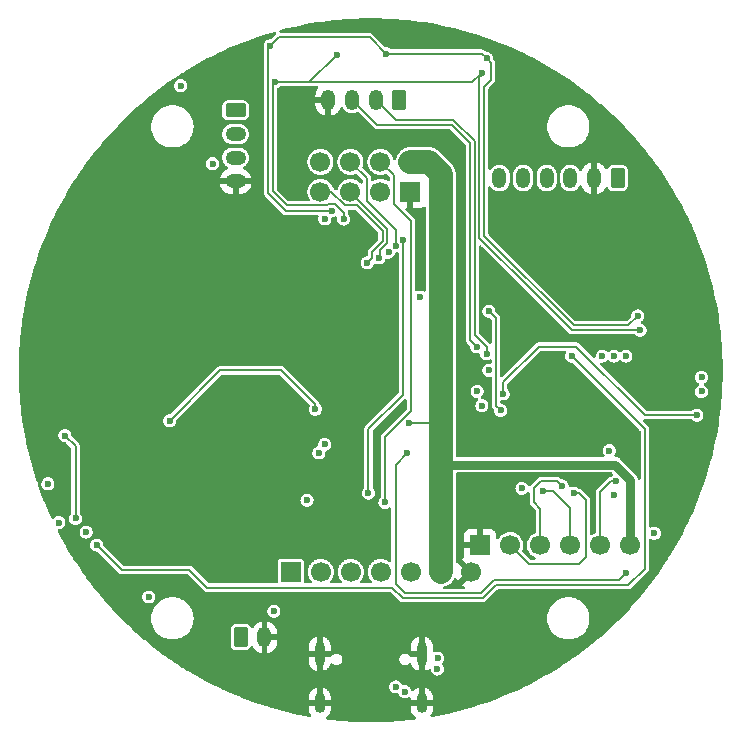
<source format=gbr>
%TF.GenerationSoftware,KiCad,Pcbnew,9.0.5*%
%TF.CreationDate,2026-01-03T13:47:43+01:00*%
%TF.ProjectId,CanSat,43616e53-6174-42e6-9b69-6361645f7063,rev?*%
%TF.SameCoordinates,Original*%
%TF.FileFunction,Copper,L2,Inr*%
%TF.FilePolarity,Positive*%
%FSLAX46Y46*%
G04 Gerber Fmt 4.6, Leading zero omitted, Abs format (unit mm)*
G04 Created by KiCad (PCBNEW 9.0.5) date 2026-01-03 13:47:43*
%MOMM*%
%LPD*%
G01*
G04 APERTURE LIST*
G04 Aperture macros list*
%AMRoundRect*
0 Rectangle with rounded corners*
0 $1 Rounding radius*
0 $2 $3 $4 $5 $6 $7 $8 $9 X,Y pos of 4 corners*
0 Add a 4 corners polygon primitive as box body*
4,1,4,$2,$3,$4,$5,$6,$7,$8,$9,$2,$3,0*
0 Add four circle primitives for the rounded corners*
1,1,$1+$1,$2,$3*
1,1,$1+$1,$4,$5*
1,1,$1+$1,$6,$7*
1,1,$1+$1,$8,$9*
0 Add four rect primitives between the rounded corners*
20,1,$1+$1,$2,$3,$4,$5,0*
20,1,$1+$1,$4,$5,$6,$7,0*
20,1,$1+$1,$6,$7,$8,$9,0*
20,1,$1+$1,$8,$9,$2,$3,0*%
G04 Aperture macros list end*
%TA.AperFunction,ComponentPad*%
%ADD10O,1.200000X1.750000*%
%TD*%
%TA.AperFunction,ComponentPad*%
%ADD11RoundRect,0.250000X0.350000X0.625000X-0.350000X0.625000X-0.350000X-0.625000X0.350000X-0.625000X0*%
%TD*%
%TA.AperFunction,ComponentPad*%
%ADD12RoundRect,0.250000X-0.350000X-0.625000X0.350000X-0.625000X0.350000X0.625000X-0.350000X0.625000X0*%
%TD*%
%TA.AperFunction,HeatsinkPad*%
%ADD13C,0.600000*%
%TD*%
%TA.AperFunction,ComponentPad*%
%ADD14R,1.700000X1.700000*%
%TD*%
%TA.AperFunction,ComponentPad*%
%ADD15C,1.700000*%
%TD*%
%TA.AperFunction,HeatsinkPad*%
%ADD16O,0.900000X2.000000*%
%TD*%
%TA.AperFunction,HeatsinkPad*%
%ADD17O,0.900000X1.700000*%
%TD*%
%TA.AperFunction,ComponentPad*%
%ADD18RoundRect,0.250000X-0.625000X0.350000X-0.625000X-0.350000X0.625000X-0.350000X0.625000X0.350000X0*%
%TD*%
%TA.AperFunction,ComponentPad*%
%ADD19O,1.750000X1.200000*%
%TD*%
%TA.AperFunction,ViaPad*%
%ADD20C,0.600000*%
%TD*%
%TA.AperFunction,Conductor*%
%ADD21C,0.200000*%
%TD*%
%TA.AperFunction,Conductor*%
%ADD22C,0.800000*%
%TD*%
%TA.AperFunction,Conductor*%
%ADD23C,2.000000*%
%TD*%
G04 APERTURE END LIST*
D10*
%TO.N,Net-(J6-Pin_6)*%
%TO.C,J6*%
X110896838Y-83731832D03*
%TO.N,Net-(J6-Pin_5)*%
X112896838Y-83731832D03*
%TO.N,Net-(J6-Pin_4)*%
X114896838Y-83731832D03*
%TO.N,Net-(J6-Pin_3)*%
X116896838Y-83731832D03*
%TO.N,GND*%
X118896838Y-83731832D03*
D11*
%TO.N,+12V*%
X120896838Y-83731832D03*
%TD*%
D12*
%TO.N,/PSU/Input-Voltage*%
%TO.C,J2*%
X89000000Y-122600000D03*
D10*
%TO.N,GND*%
X91000000Y-122600000D03*
%TD*%
D13*
%TO.N,GND*%
%TO.C,U3*%
X113216000Y-101176400D03*
X113216000Y-102576400D03*
X113916000Y-100476400D03*
X113916000Y-101876400D03*
X113916000Y-103276400D03*
X114616000Y-101176400D03*
X114616000Y-102576400D03*
X115316000Y-100476400D03*
X115316000Y-101876400D03*
X115316000Y-103276400D03*
X116016000Y-101176400D03*
X116016000Y-102576400D03*
%TD*%
D14*
%TO.N,GND*%
%TO.C,J7*%
X109250000Y-114800000D03*
D15*
%TO.N,/SPI_MISO*%
X111790000Y-114800000D03*
%TO.N,/SPI_CLK*%
X114330000Y-114800000D03*
%TO.N,/SPI_MOSI*%
X116870000Y-114800000D03*
%TO.N,/sd_cs*%
X119410000Y-114800000D03*
%TO.N,+3.3V*%
X121950000Y-114800000D03*
%TD*%
D16*
%TO.N,GND*%
%TO.C,J12*%
X95680000Y-123995000D03*
D17*
X95680000Y-128165000D03*
D16*
X104320000Y-123995000D03*
D17*
X104320000Y-128165000D03*
%TD*%
D14*
%TO.N,/M0*%
%TO.C,J5*%
X93225000Y-117075000D03*
D15*
%TO.N,/M1*%
X95765000Y-117075000D03*
%TO.N,/RX*%
X98305000Y-117075000D03*
%TO.N,/TX*%
X100845000Y-117075000D03*
%TO.N,/AUX*%
X103385000Y-117075000D03*
%TO.N,+3.3V*%
X105925000Y-117075000D03*
%TO.N,GND*%
X108465000Y-117075000D03*
%TD*%
D18*
%TO.N,+3.3V*%
%TO.C,J1*%
X88550000Y-78000000D03*
D19*
%TO.N,/GPS_RX*%
X88550000Y-80000000D03*
%TO.N,/GPS_TX*%
X88550000Y-82000000D03*
%TO.N,GND*%
X88550000Y-84000000D03*
%TD*%
D11*
%TO.N,+3.3V*%
%TO.C,J3*%
X102400000Y-77100000D03*
D10*
%TO.N,/Fast-SCL*%
X100400000Y-77100000D03*
%TO.N,/Fast-SDA*%
X98400000Y-77100000D03*
%TO.N,GND*%
X96400000Y-77100000D03*
%TD*%
D14*
%TO.N,GND*%
%TO.C,J4*%
X103355000Y-84900000D03*
D15*
%TO.N,+3.3V*%
X103355000Y-82360000D03*
%TO.N,/2.4g_en*%
X100815000Y-84900000D03*
%TO.N,/2.4g_cs*%
X100815000Y-82360000D03*
%TO.N,/SPI_CLK*%
X98275000Y-84900000D03*
%TO.N,/SPI_MOSI*%
X98275000Y-82360000D03*
%TO.N,/SPI_MISO*%
X95735000Y-84900000D03*
%TO.N,/2.4g_int*%
X95735000Y-82360000D03*
%TD*%
D20*
%TO.N,+3.3V*%
X94600000Y-111000000D03*
%TO.N,/M0*%
X124000000Y-113800000D03*
%TO.N,/bno_cs*%
X110000000Y-95000000D03*
X111000000Y-103400000D03*
%TO.N,/bno_int*%
X99800000Y-110400000D03*
%TO.N,/bno_rst*%
X104200000Y-93800000D03*
X111200000Y-102000000D03*
X127600000Y-103800000D03*
%TO.N,/cam_int*%
X109000000Y-101800000D03*
%TO.N,/cam_rst*%
X120200000Y-106800000D03*
%TO.N,/cam_cs*%
X109400000Y-103000000D03*
%TO.N,/2.4g_cs*%
X101200000Y-111200000D03*
%TO.N,/SPI_MISO*%
X121600000Y-98800000D03*
%TO.N,/SPI_CLK*%
X120600000Y-98800000D03*
%TO.N,/SPI_MOSI*%
X119600000Y-98800000D03*
X114600000Y-110200000D03*
%TO.N,/GPS_TX*%
X95600000Y-107000000D03*
%TO.N,/GPS_RX*%
X96100000Y-106276946D03*
%TO.N,/Alert*%
X110000000Y-100000000D03*
%TO.N,/M1*%
X120600000Y-110600000D03*
%TO.N,/AUX*%
X112800000Y-110000000D03*
%TO.N,/RX*%
X128000000Y-101800000D03*
%TO.N,/TX*%
X128000000Y-100600000D03*
%TO.N,/Slow-SDA*%
X122600000Y-95400000D03*
%TO.N,/Slow-SCL*%
X122800000Y-96600000D03*
%TO.N,/Fast-SDA*%
X108975735Y-98024265D03*
%TO.N,/Fast-SCL*%
X109800000Y-98600000D03*
%TO.N,/SPI_MISO*%
X117200000Y-110400000D03*
%TO.N,/SPI_CLK*%
X116200000Y-109800000D03*
%TO.N,GND*%
X85750000Y-109500000D03*
X71750000Y-91850000D03*
X85400000Y-85500000D03*
X84000000Y-86900000D03*
X86200000Y-93200000D03*
X97500000Y-94200000D03*
X93000000Y-81500000D03*
X87086837Y-108623003D03*
X87800000Y-109500000D03*
X87100000Y-109500000D03*
X85759462Y-110353553D03*
X82600000Y-88200000D03*
X71350000Y-93450000D03*
X86200000Y-93900000D03*
X70600000Y-99150000D03*
X70700000Y-97550000D03*
X70850000Y-95800000D03*
X80500000Y-104400000D03*
X70750000Y-96700000D03*
X86400000Y-109500000D03*
X85736837Y-108623003D03*
X96100000Y-96500000D03*
X85500000Y-93900000D03*
X86900000Y-93900000D03*
X86386837Y-108623003D03*
X85750000Y-109500000D03*
X71000000Y-95050000D03*
X93000000Y-82400000D03*
X87600000Y-93900000D03*
X85500000Y-93200000D03*
X87786837Y-108623003D03*
X86900000Y-93200000D03*
X87809462Y-110353553D03*
X71150000Y-94250000D03*
X86409462Y-110353553D03*
X70650000Y-98350000D03*
X80100000Y-112600000D03*
X81900000Y-118500000D03*
X87109462Y-110353553D03*
X71550000Y-92650000D03*
X87600000Y-93200000D03*
X85750000Y-109500000D03*
%TO.N,+3.3V*%
X91800000Y-120400000D03*
X105925000Y-92000000D03*
X105925000Y-91200000D03*
X86600000Y-82500000D03*
X103200000Y-104500000D03*
%TO.N,/Slow-SDA*%
X96700000Y-86500000D03*
X101300000Y-73200000D03*
X91472235Y-72534686D03*
X109800000Y-73600000D03*
%TO.N,/Slow-SCL*%
X109400000Y-74800000D03*
X91900000Y-75600000D03*
X97100000Y-73300000D03*
X97700000Y-87200000D03*
%TO.N,/sd_cs*%
X120800000Y-109400000D03*
%TO.N,/SPI_CLK*%
X100691185Y-90493187D03*
%TO.N,/SPI_MISO*%
X99708635Y-90908635D03*
%TO.N,/SPI_MOSI*%
X102100000Y-89469434D03*
%TO.N,/bno_cs*%
X101500000Y-89998585D03*
%TO.N,/bno_int*%
X102730072Y-88976472D03*
%TO.N,Net-(U14-Vbus)*%
X95300000Y-103300000D03*
X82967026Y-104273341D03*
%TO.N,/Alert*%
X96102502Y-87188446D03*
%TO.N,+12V*%
X83900000Y-75900000D03*
%TO.N,/ESP32-S3-WROOM-1/esp_rxd0*%
X102108000Y-126812000D03*
X105638600Y-125298200D03*
%TO.N,/ESP32-S3-WROOM-1/esp_txd0*%
X102870000Y-127213000D03*
X105664000Y-124383800D03*
%TO.N,/ESP32-S3-WROOM-1/ESP_EN*%
X117000000Y-98800000D03*
X76800000Y-114800000D03*
%TO.N,Net-(Q1-B)*%
X73595064Y-112895064D03*
%TO.N,/ESP32-S3-WROOM-1/DTR*%
X72664630Y-109616100D03*
%TO.N,/ESP32-S3-WROOM-1/ESP_IO0*%
X81200000Y-119200000D03*
X74100000Y-105534361D03*
X75000000Y-112550000D03*
%TO.N,/4K-CAM/LINK*%
X103100000Y-107000000D03*
X121600000Y-117200000D03*
%TO.N,/PSU/Input-Voltage*%
X75900000Y-113700000D03*
%TD*%
D21*
%TO.N,/bno_rst*%
X117400000Y-98000000D02*
X114200000Y-98000000D01*
X123200000Y-103800000D02*
X117400000Y-98000000D01*
X114200000Y-98000000D02*
X111200000Y-101000000D01*
X111200000Y-101000000D02*
X111200000Y-102000000D01*
X127600000Y-103800000D02*
X123200000Y-103800000D01*
%TO.N,/bno_cs*%
X110600000Y-103000000D02*
X111000000Y-103400000D01*
X110000000Y-95000000D02*
X110600000Y-95600000D01*
X110600000Y-95600000D02*
X110600000Y-103000000D01*
%TO.N,/Fast-SCL*%
X102100000Y-78800000D02*
X100400000Y-77100000D01*
X107000000Y-78800000D02*
X102100000Y-78800000D01*
X108800000Y-80600000D02*
X107000000Y-78800000D01*
X109800000Y-98000000D02*
X108800000Y-97000000D01*
X109800000Y-98600000D02*
X109800000Y-98000000D01*
X108800000Y-97000000D02*
X108800000Y-80600000D01*
%TO.N,/bno_int*%
X102730072Y-102069928D02*
X102730072Y-88976472D01*
X99800000Y-105000000D02*
X102730072Y-102069928D01*
X99800000Y-110400000D02*
X99800000Y-105000000D01*
%TO.N,/2.4g_cs*%
X101200000Y-105650057D02*
X101200000Y-111200000D01*
X103400000Y-103450057D02*
X101200000Y-105650057D01*
X101966000Y-85966000D02*
X103400000Y-87400000D01*
X101966000Y-83511000D02*
X101966000Y-85966000D01*
X103400000Y-87400000D02*
X103400000Y-103450057D01*
X100815000Y-82360000D02*
X101966000Y-83511000D01*
%TO.N,/sd_cs*%
X119410000Y-110290000D02*
X119410000Y-114800000D01*
X120300000Y-109400000D02*
X119410000Y-110290000D01*
X120800000Y-109400000D02*
X120300000Y-109400000D01*
%TO.N,/Slow-SDA*%
X120600000Y-96199000D02*
X121801000Y-96199000D01*
X117166100Y-96199000D02*
X120600000Y-96199000D01*
X121801000Y-96199000D02*
X122600000Y-95400000D01*
X110283550Y-89316450D02*
X117166100Y-96199000D01*
X109602000Y-88634900D02*
X110283550Y-89316450D01*
X109602000Y-77000000D02*
X109602000Y-86966100D01*
X109602000Y-75998000D02*
X109602000Y-77000000D01*
X110200000Y-75400000D02*
X109602000Y-75998000D01*
X110200000Y-74000000D02*
X110200000Y-75400000D01*
X109602000Y-86966100D02*
X109602000Y-88634900D01*
X109800000Y-73600000D02*
X110200000Y-74000000D01*
%TO.N,/Slow-SCL*%
X117000000Y-96600000D02*
X122800000Y-96600000D01*
X109201000Y-88801000D02*
X113800000Y-93400000D01*
X113800000Y-93400000D02*
X117000000Y-96600000D01*
X109201000Y-86800000D02*
X109201000Y-88801000D01*
X109201000Y-75199000D02*
X109201000Y-86800000D01*
X109400000Y-75000000D02*
X109201000Y-75199000D01*
X109400000Y-74800000D02*
X109400000Y-75000000D01*
%TO.N,/Slow-SDA*%
X109400000Y-73200000D02*
X101300000Y-73200000D01*
X109800000Y-73600000D02*
X109400000Y-73200000D01*
%TO.N,/Slow-SCL*%
X109400000Y-74800000D02*
X108600000Y-75600000D01*
X108600000Y-75600000D02*
X91900000Y-75600000D01*
%TO.N,/Fast-SDA*%
X108399000Y-97447530D02*
X108975735Y-98024265D01*
X108399000Y-87000000D02*
X108399000Y-97447530D01*
X106833900Y-79201000D02*
X107516450Y-79883550D01*
X107516450Y-79883550D02*
X108399000Y-80766100D01*
X104400000Y-79201000D02*
X106833900Y-79201000D01*
X100501000Y-79201000D02*
X104400000Y-79201000D01*
X108399000Y-80766100D02*
X108399000Y-87000000D01*
X98400000Y-77100000D02*
X100501000Y-79201000D01*
%TO.N,/4K-CAM/LINK*%
X121001000Y-117799000D02*
X121600000Y-117200000D01*
X110401000Y-117799000D02*
X121001000Y-117799000D01*
X102900000Y-118900000D02*
X109300000Y-118900000D01*
X109300000Y-118900000D02*
X110401000Y-117799000D01*
X102100000Y-108000000D02*
X102100000Y-118100000D01*
X103100000Y-107000000D02*
X102100000Y-108000000D01*
X102100000Y-118100000D02*
X102900000Y-118900000D01*
%TO.N,/SPI_MISO*%
X117600000Y-110400000D02*
X117200000Y-110400000D01*
X117800000Y-110600000D02*
X117600000Y-110400000D01*
X118200000Y-111000000D02*
X117800000Y-110600000D01*
X116000000Y-116400000D02*
X117600000Y-116400000D01*
X117600000Y-116400000D02*
X118200000Y-115800000D01*
X113390000Y-116400000D02*
X116000000Y-116400000D01*
X118200000Y-115800000D02*
X118200000Y-111000000D01*
X111790000Y-114800000D02*
X113390000Y-116400000D01*
%TO.N,/SPI_CLK*%
X115800000Y-109400000D02*
X116200000Y-109800000D01*
X113800000Y-110000000D02*
X114400000Y-109400000D01*
X113800000Y-111200000D02*
X113800000Y-110000000D01*
X114330000Y-111730000D02*
X113800000Y-111200000D01*
X114330000Y-114800000D02*
X114330000Y-111730000D01*
X114400000Y-109400000D02*
X115800000Y-109400000D01*
D22*
%TO.N,+3.3V*%
X121950000Y-109275793D02*
X120674207Y-108000000D01*
X120674207Y-108000000D02*
X105925000Y-108000000D01*
X121950000Y-114800000D02*
X121950000Y-109275793D01*
D23*
X105925000Y-108000000D02*
X105925000Y-117075000D01*
X105925000Y-104500000D02*
X105925000Y-108000000D01*
X105925000Y-92800000D02*
X105925000Y-104500000D01*
D21*
X103200000Y-104500000D02*
X105925000Y-104500000D01*
D23*
X104917000Y-82360000D02*
X105925000Y-83368000D01*
X105925000Y-92000000D02*
X105925000Y-92800000D01*
X105925000Y-83368000D02*
X105925000Y-91200000D01*
X105925000Y-91200000D02*
X105925000Y-92000000D01*
X103355000Y-82360000D02*
X104917000Y-82360000D01*
D21*
%TO.N,/Slow-SDA*%
X95598000Y-71800000D02*
X95599000Y-71799000D01*
X91299000Y-72707921D02*
X91299000Y-84999000D01*
X91472235Y-72534686D02*
X92206921Y-71800000D01*
X95599000Y-71799000D02*
X99899000Y-71799000D01*
X99899000Y-71799000D02*
X101300000Y-73200000D01*
X92206921Y-71800000D02*
X95598000Y-71800000D01*
X91472235Y-72534686D02*
X91299000Y-72707921D01*
X92800000Y-86500000D02*
X96700000Y-86500000D01*
X91299000Y-84999000D02*
X92800000Y-86500000D01*
%TO.N,/Slow-SCL*%
X97700000Y-86650057D02*
X97700000Y-87200000D01*
X96948943Y-85899000D02*
X97700000Y-86650057D01*
X91700000Y-84832900D02*
X92918100Y-86051000D01*
X92918100Y-86051000D02*
X95258240Y-86051000D01*
X91700000Y-75800000D02*
X91700000Y-84832900D01*
X95258240Y-86051000D02*
X96299057Y-86051000D01*
X96451057Y-85899000D02*
X96948943Y-85899000D01*
X91900000Y-75600000D02*
X91700000Y-75800000D01*
X94800000Y-75600000D02*
X91900000Y-75600000D01*
X96299057Y-86051000D02*
X96451057Y-85899000D01*
X97100000Y-73300000D02*
X94800000Y-75600000D01*
%TO.N,/SPI_CLK*%
X100799000Y-89851057D02*
X101400000Y-89250057D01*
X100799000Y-90348943D02*
X100799000Y-89851057D01*
X101400000Y-88025000D02*
X98275000Y-84900000D01*
X100691185Y-90493185D02*
X100817213Y-90367157D01*
X100691185Y-90493187D02*
X100691185Y-90493185D01*
X100817213Y-90367157D02*
X100799000Y-90348943D01*
X101400000Y-89250057D02*
X101400000Y-88025000D01*
%TO.N,/SPI_MISO*%
X98858900Y-86051000D02*
X97798240Y-86051000D01*
X99708635Y-90908635D02*
X100091185Y-90526085D01*
X100999000Y-89083957D02*
X100999000Y-88191100D01*
X96647240Y-84900000D02*
X95735000Y-84900000D01*
X100091185Y-89991772D02*
X100999000Y-89083957D01*
X97798240Y-86051000D02*
X96647240Y-84900000D01*
X100999000Y-88191100D02*
X98858900Y-86051000D01*
X100091185Y-90526085D02*
X100091185Y-89991772D01*
%TO.N,/SPI_MOSI*%
X99664000Y-85664000D02*
X99664000Y-83749000D01*
X99664000Y-83749000D02*
X98275000Y-82360000D01*
X102100000Y-88100000D02*
X99664000Y-85664000D01*
X102100000Y-89469434D02*
X102100000Y-88100000D01*
%TO.N,Net-(U14-Vbus)*%
X95300000Y-102900000D02*
X95300000Y-103300000D01*
X82967026Y-104273341D02*
X87227881Y-100012486D01*
X87227881Y-100012486D02*
X92412486Y-100012486D01*
X92412486Y-100012486D02*
X95300000Y-102900000D01*
%TO.N,/ESP32-S3-WROOM-1/ESP_EN*%
X78900000Y-116900000D02*
X84650000Y-116900000D01*
X123200000Y-105000000D02*
X117000000Y-98800000D01*
X102733900Y-119301000D02*
X109466100Y-119301000D01*
X86150000Y-118400000D02*
X101832900Y-118400000D01*
X121800000Y-118200000D02*
X123200000Y-116800000D01*
X84650000Y-116900000D02*
X86150000Y-118400000D01*
X123200000Y-116800000D02*
X123200000Y-105000000D01*
X76800000Y-114800000D02*
X78900000Y-116900000D01*
X101832900Y-118400000D02*
X102733900Y-119301000D01*
X109466100Y-119301000D02*
X110567100Y-118200000D01*
X110567100Y-118200000D02*
X121800000Y-118200000D01*
%TO.N,/ESP32-S3-WROOM-1/ESP_IO0*%
X75000000Y-106434361D02*
X74100000Y-105534361D01*
X75000000Y-112550000D02*
X75000000Y-106434361D01*
%TO.N,/SPI_MOSI*%
X115400000Y-110200000D02*
X116870000Y-111670000D01*
X114600000Y-110200000D02*
X115400000Y-110200000D01*
X116870000Y-111670000D02*
X116870000Y-114800000D01*
%TD*%
%TA.AperFunction,Conductor*%
%TO.N,GND*%
G36*
X100244832Y-70201513D02*
G01*
X100730330Y-70209458D01*
X100732212Y-70209504D01*
X101217737Y-70225398D01*
X101219552Y-70225472D01*
X101704711Y-70249307D01*
X101706556Y-70249412D01*
X102191300Y-70281184D01*
X102193158Y-70281322D01*
X102677136Y-70321006D01*
X102679105Y-70321183D01*
X103162448Y-70368788D01*
X103164365Y-70368994D01*
X103646812Y-70424496D01*
X103648828Y-70424744D01*
X104130228Y-70488122D01*
X104132129Y-70488387D01*
X104612572Y-70559654D01*
X104614411Y-70559942D01*
X105093586Y-70639055D01*
X105095579Y-70639401D01*
X105573377Y-70726339D01*
X105575253Y-70726696D01*
X106051504Y-70821429D01*
X106053480Y-70821838D01*
X106528169Y-70924361D01*
X106529974Y-70924766D01*
X107003034Y-71035068D01*
X107004893Y-71035518D01*
X107476004Y-71153525D01*
X107477850Y-71154003D01*
X107946942Y-71279696D01*
X107948865Y-71280228D01*
X108415875Y-71413590D01*
X108417629Y-71414106D01*
X108882417Y-71555098D01*
X108884275Y-71555678D01*
X109346683Y-71704253D01*
X109348470Y-71704844D01*
X109808366Y-71860957D01*
X109810214Y-71861602D01*
X110267418Y-72025192D01*
X110269261Y-72025868D01*
X110723763Y-72196931D01*
X110725592Y-72197636D01*
X111177246Y-72376117D01*
X111179044Y-72376844D01*
X111627775Y-72562715D01*
X111629503Y-72563448D01*
X112075078Y-72756611D01*
X112076867Y-72757403D01*
X112519247Y-72957843D01*
X112520941Y-72958628D01*
X112960054Y-73166313D01*
X112961765Y-73167140D01*
X113397305Y-73381924D01*
X113399065Y-73382810D01*
X113831104Y-73604729D01*
X113832734Y-73605583D01*
X114219908Y-73812532D01*
X114261013Y-73834503D01*
X114262790Y-73835471D01*
X114687275Y-74071373D01*
X114688968Y-74072333D01*
X115109566Y-74315165D01*
X115111195Y-74316124D01*
X115366738Y-74469290D01*
X115527737Y-74565789D01*
X115529456Y-74566838D01*
X115657165Y-74646253D01*
X115941755Y-74823222D01*
X115943470Y-74824307D01*
X116351632Y-75087476D01*
X116353329Y-75088590D01*
X116757108Y-75358387D01*
X116758658Y-75359442D01*
X117151534Y-75631355D01*
X117157945Y-75635792D01*
X117159604Y-75636960D01*
X117554279Y-75919780D01*
X117555906Y-75920965D01*
X117919828Y-76190869D01*
X117945973Y-76210259D01*
X117947564Y-76211460D01*
X118320575Y-76497681D01*
X118332764Y-76507034D01*
X118334355Y-76508275D01*
X118500148Y-76639858D01*
X118714743Y-76810172D01*
X118716300Y-76811429D01*
X118917762Y-76976765D01*
X119091637Y-77119460D01*
X119093173Y-77120742D01*
X119446490Y-77420509D01*
X119463451Y-77434899D01*
X119464977Y-77436216D01*
X119816122Y-77744161D01*
X119830055Y-77756380D01*
X119831561Y-77757723D01*
X120164290Y-78059291D01*
X120191319Y-78083788D01*
X120192793Y-78085145D01*
X120547235Y-78417117D01*
X120548695Y-78418507D01*
X120823322Y-78684291D01*
X120897620Y-78756196D01*
X120899066Y-78757619D01*
X121242380Y-79100933D01*
X121243803Y-79102379D01*
X121558956Y-79428019D01*
X121581483Y-79451295D01*
X121582876Y-79452758D01*
X121867654Y-79756812D01*
X121914836Y-79807187D01*
X121916197Y-79808665D01*
X122190802Y-80111645D01*
X122242269Y-80168430D01*
X122243618Y-80169943D01*
X122440918Y-80394921D01*
X122563775Y-80535012D01*
X122565099Y-80536547D01*
X122818347Y-80835035D01*
X122879239Y-80906804D01*
X122880531Y-80908352D01*
X123171017Y-81262311D01*
X123188552Y-81283677D01*
X123189827Y-81285256D01*
X123491717Y-81665635D01*
X123492965Y-81667235D01*
X123553827Y-81746552D01*
X123784413Y-82047058D01*
X123788518Y-82052407D01*
X123789740Y-82054026D01*
X124079024Y-82444080D01*
X124080219Y-82445720D01*
X124363039Y-82840395D01*
X124364207Y-82842054D01*
X124463130Y-82984984D01*
X124631360Y-83228052D01*
X124640513Y-83241276D01*
X124641630Y-83242918D01*
X124766886Y-83430376D01*
X124911409Y-83646671D01*
X124912523Y-83648367D01*
X125175692Y-84056529D01*
X125176777Y-84058244D01*
X125433153Y-84470531D01*
X125434210Y-84472262D01*
X125500183Y-84582331D01*
X125673756Y-84871921D01*
X125683840Y-84888744D01*
X125684856Y-84890471D01*
X125882754Y-85233240D01*
X125927646Y-85310995D01*
X125928646Y-85312760D01*
X126164525Y-85737204D01*
X126165496Y-85738986D01*
X126243478Y-85884880D01*
X126392338Y-86163378D01*
X126394371Y-86167180D01*
X126395293Y-86168940D01*
X126458502Y-86291996D01*
X126617176Y-86600908D01*
X126618088Y-86602720D01*
X126832830Y-87038174D01*
X126833710Y-87039995D01*
X127036446Y-87468644D01*
X127041338Y-87478986D01*
X127042181Y-87480807D01*
X127075351Y-87554016D01*
X127242581Y-87923100D01*
X127243403Y-87924955D01*
X127289242Y-88030692D01*
X127429706Y-88354706D01*
X127436521Y-88370425D01*
X127437308Y-88372283D01*
X127444358Y-88389301D01*
X127623138Y-88820914D01*
X127623899Y-88822795D01*
X127802350Y-89274375D01*
X127803080Y-89276268D01*
X127974119Y-89730707D01*
X127974818Y-89732612D01*
X128138391Y-90189769D01*
X128139059Y-90191684D01*
X128194204Y-90354135D01*
X128291238Y-90639990D01*
X128295125Y-90651439D01*
X128295762Y-90653366D01*
X128444308Y-91115685D01*
X128444913Y-91117622D01*
X128585864Y-91582274D01*
X128586437Y-91584220D01*
X128719766Y-92051118D01*
X128720307Y-92053073D01*
X128845980Y-92522090D01*
X128846489Y-92524054D01*
X128964467Y-92995049D01*
X128964944Y-92997021D01*
X129075214Y-93469941D01*
X129075658Y-93471921D01*
X129178158Y-93946508D01*
X129178570Y-93948495D01*
X129273291Y-94424686D01*
X129273671Y-94426679D01*
X129360597Y-94904414D01*
X129360944Y-94906413D01*
X129440042Y-95385497D01*
X129440356Y-95387502D01*
X129511605Y-95867826D01*
X129511886Y-95869835D01*
X129575255Y-96351174D01*
X129575503Y-96353187D01*
X129631005Y-96835634D01*
X129631221Y-96837652D01*
X129678813Y-97320868D01*
X129678995Y-97322889D01*
X129718670Y-97806755D01*
X129718820Y-97808778D01*
X129750581Y-98293353D01*
X129750697Y-98295379D01*
X129774522Y-98780341D01*
X129774605Y-98782368D01*
X129790493Y-99267718D01*
X129790542Y-99269746D01*
X129798486Y-99755167D01*
X129798503Y-99757196D01*
X129798503Y-100242803D01*
X129798486Y-100244832D01*
X129790542Y-100730253D01*
X129790493Y-100732281D01*
X129774605Y-101217631D01*
X129774522Y-101219658D01*
X129750697Y-101704620D01*
X129750581Y-101706646D01*
X129718820Y-102191221D01*
X129718670Y-102193244D01*
X129678995Y-102677110D01*
X129678813Y-102679131D01*
X129631221Y-103162347D01*
X129631005Y-103164365D01*
X129575503Y-103646812D01*
X129575255Y-103648825D01*
X129511886Y-104130164D01*
X129511605Y-104132173D01*
X129440356Y-104612497D01*
X129440042Y-104614502D01*
X129360944Y-105093586D01*
X129360597Y-105095585D01*
X129273671Y-105573320D01*
X129273291Y-105575313D01*
X129178570Y-106051504D01*
X129178158Y-106053491D01*
X129075658Y-106528078D01*
X129075214Y-106530058D01*
X128964944Y-107002978D01*
X128964467Y-107004950D01*
X128846489Y-107475945D01*
X128845980Y-107477909D01*
X128720307Y-107946926D01*
X128719766Y-107948881D01*
X128586437Y-108415779D01*
X128585864Y-108417725D01*
X128444913Y-108882377D01*
X128444308Y-108884314D01*
X128295762Y-109346633D01*
X128295125Y-109348560D01*
X128139059Y-109808315D01*
X128138391Y-109810230D01*
X127974818Y-110267387D01*
X127974119Y-110269292D01*
X127803080Y-110723731D01*
X127802350Y-110725624D01*
X127623899Y-111177204D01*
X127623138Y-111179085D01*
X127437313Y-111627706D01*
X127436521Y-111629574D01*
X127243403Y-112075044D01*
X127242581Y-112076899D01*
X127042190Y-112519172D01*
X127041338Y-112521013D01*
X126833713Y-112959998D01*
X126832830Y-112961825D01*
X126618088Y-113397279D01*
X126617176Y-113399091D01*
X126395313Y-113831022D01*
X126394371Y-113832819D01*
X126165496Y-114261013D01*
X126164525Y-114262795D01*
X125928646Y-114687239D01*
X125927646Y-114689004D01*
X125684869Y-115109506D01*
X125683840Y-115111255D01*
X125434210Y-115527737D01*
X125433153Y-115529468D01*
X125176777Y-115941755D01*
X125175692Y-115943470D01*
X124912523Y-116351632D01*
X124911409Y-116353328D01*
X124641654Y-116757046D01*
X124640513Y-116758723D01*
X124364207Y-117157945D01*
X124363039Y-117159604D01*
X124080219Y-117554279D01*
X124079024Y-117555919D01*
X123789740Y-117945973D01*
X123788518Y-117947592D01*
X123492965Y-118332764D01*
X123491717Y-118334364D01*
X123189827Y-118714743D01*
X123188552Y-118716322D01*
X122880539Y-119091637D01*
X122879239Y-119093195D01*
X122565100Y-119463451D01*
X122563775Y-119464987D01*
X122243619Y-119830055D01*
X122242269Y-119831569D01*
X121916211Y-120191319D01*
X121914836Y-120192812D01*
X121582882Y-120547235D01*
X121581483Y-120548704D01*
X121243803Y-120897620D01*
X121242380Y-120899066D01*
X120899066Y-121242380D01*
X120897620Y-121243803D01*
X120548704Y-121581483D01*
X120547235Y-121582882D01*
X120192812Y-121914836D01*
X120191319Y-121916211D01*
X119831569Y-122242269D01*
X119830055Y-122243619D01*
X119464987Y-122563775D01*
X119463451Y-122565100D01*
X119093195Y-122879239D01*
X119091637Y-122880539D01*
X118716322Y-123188552D01*
X118714743Y-123189827D01*
X118334364Y-123491717D01*
X118332764Y-123492965D01*
X117947592Y-123788518D01*
X117945973Y-123789740D01*
X117555919Y-124079024D01*
X117554279Y-124080219D01*
X117159604Y-124363039D01*
X117157945Y-124364207D01*
X116758723Y-124640513D01*
X116757046Y-124641654D01*
X116353328Y-124911409D01*
X116351632Y-124912523D01*
X115943470Y-125175692D01*
X115941755Y-125176777D01*
X115529468Y-125433153D01*
X115527737Y-125434210D01*
X115111255Y-125683840D01*
X115109506Y-125684869D01*
X114689004Y-125927646D01*
X114687239Y-125928646D01*
X114262795Y-126164525D01*
X114261013Y-126165496D01*
X113832819Y-126394371D01*
X113831022Y-126395313D01*
X113399091Y-126617176D01*
X113397279Y-126618088D01*
X112961825Y-126832830D01*
X112959998Y-126833713D01*
X112521013Y-127041338D01*
X112519172Y-127042190D01*
X112076899Y-127242581D01*
X112075044Y-127243403D01*
X111629574Y-127436521D01*
X111627706Y-127437313D01*
X111179085Y-127623138D01*
X111177204Y-127623899D01*
X110725624Y-127802350D01*
X110723731Y-127803080D01*
X110269292Y-127974119D01*
X110267387Y-127974818D01*
X109810230Y-128138391D01*
X109808315Y-128139059D01*
X109348560Y-128295125D01*
X109346633Y-128295762D01*
X108884314Y-128444308D01*
X108882377Y-128444913D01*
X108417725Y-128585864D01*
X108415779Y-128586437D01*
X107948881Y-128719766D01*
X107946926Y-128720307D01*
X107477909Y-128845980D01*
X107475945Y-128846489D01*
X107004950Y-128964467D01*
X107002978Y-128964944D01*
X106530058Y-129075214D01*
X106528078Y-129075658D01*
X106053491Y-129178158D01*
X106051504Y-129178570D01*
X105575313Y-129273291D01*
X105573320Y-129273671D01*
X105193947Y-129342700D01*
X105162910Y-129344388D01*
X105132429Y-129338304D01*
X105104418Y-129324831D01*
X105080638Y-129304815D01*
X105062583Y-129279514D01*
X105051387Y-129250517D01*
X105047753Y-129219648D01*
X105051911Y-129188845D01*
X105063599Y-129160043D01*
X105073384Y-129145202D01*
X105074415Y-129143858D01*
X105121973Y-129075938D01*
X105121983Y-129075922D01*
X105163458Y-129004085D01*
X105198524Y-128928887D01*
X105198532Y-128928869D01*
X105226887Y-128850962D01*
X105226897Y-128850928D01*
X105248360Y-128770831D01*
X105248364Y-128770813D01*
X105262769Y-128689121D01*
X105269999Y-128606479D01*
X105270000Y-128606479D01*
X105270000Y-128415000D01*
X104620000Y-128415000D01*
X104620000Y-127915000D01*
X105270000Y-127915000D01*
X105270000Y-127723521D01*
X105269999Y-127723520D01*
X105262769Y-127640878D01*
X105248364Y-127559186D01*
X105248360Y-127559168D01*
X105226897Y-127479071D01*
X105226887Y-127479037D01*
X105198532Y-127401130D01*
X105198524Y-127401112D01*
X105163458Y-127325914D01*
X105121983Y-127254077D01*
X105121973Y-127254061D01*
X105074403Y-127186124D01*
X105021078Y-127122575D01*
X104962424Y-127063921D01*
X104898875Y-127010596D01*
X104830938Y-126963026D01*
X104830922Y-126963016D01*
X104759085Y-126921541D01*
X104683887Y-126886475D01*
X104683869Y-126886467D01*
X104605945Y-126858106D01*
X104570000Y-126848473D01*
X104570000Y-127598705D01*
X104548827Y-127569563D01*
X104515437Y-127536173D01*
X104477234Y-127508417D01*
X104435160Y-127486979D01*
X104390250Y-127472387D01*
X104343611Y-127465000D01*
X104296389Y-127465000D01*
X104249750Y-127472387D01*
X104204840Y-127486979D01*
X104162766Y-127508417D01*
X104124563Y-127536173D01*
X104091173Y-127569563D01*
X104070000Y-127598705D01*
X104070000Y-126848474D01*
X104069999Y-126848473D01*
X104034054Y-126858106D01*
X103956130Y-126886467D01*
X103956112Y-126886475D01*
X103880914Y-126921541D01*
X103809077Y-126963016D01*
X103809061Y-126963026D01*
X103741124Y-127010596D01*
X103677575Y-127063921D01*
X103618909Y-127122587D01*
X103617852Y-127123741D01*
X103617221Y-127124275D01*
X103617006Y-127124491D01*
X103616988Y-127124473D01*
X103594142Y-127143839D01*
X103566178Y-127157410D01*
X103535718Y-127163599D01*
X103504675Y-127162019D01*
X103475001Y-127152769D01*
X103448559Y-127136429D01*
X103427012Y-127114028D01*
X103411713Y-127086971D01*
X103405558Y-127067534D01*
X103403668Y-127059252D01*
X103383100Y-127000469D01*
X103383096Y-127000461D01*
X103356078Y-126944359D01*
X103356076Y-126944355D01*
X103322941Y-126891621D01*
X103318831Y-126886467D01*
X103284110Y-126842928D01*
X103240072Y-126798890D01*
X103191379Y-126760059D01*
X103191380Y-126760059D01*
X103191378Y-126760058D01*
X103138644Y-126726923D01*
X103138640Y-126726921D01*
X103082538Y-126699903D01*
X103082530Y-126699899D01*
X103023747Y-126679331D01*
X102971134Y-126667323D01*
X102963029Y-126665473D01*
X102963027Y-126665472D01*
X102963015Y-126665470D01*
X102901146Y-126658500D01*
X102901140Y-126658500D01*
X102838860Y-126658500D01*
X102838853Y-126658500D01*
X102776984Y-126665470D01*
X102776962Y-126665474D01*
X102761575Y-126668986D01*
X102730644Y-126672049D01*
X102699923Y-126667323D01*
X102671342Y-126655105D01*
X102646697Y-126636164D01*
X102627538Y-126611689D01*
X102622268Y-126601896D01*
X102621095Y-126599461D01*
X102594076Y-126543355D01*
X102560941Y-126490621D01*
X102522110Y-126441928D01*
X102478072Y-126397890D01*
X102429379Y-126359059D01*
X102429380Y-126359059D01*
X102429378Y-126359058D01*
X102376644Y-126325923D01*
X102376640Y-126325921D01*
X102320538Y-126298903D01*
X102320530Y-126298899D01*
X102261747Y-126278331D01*
X102212311Y-126267048D01*
X102201029Y-126264473D01*
X102201027Y-126264472D01*
X102201015Y-126264470D01*
X102139146Y-126257500D01*
X102139140Y-126257500D01*
X102076860Y-126257500D01*
X102076853Y-126257500D01*
X102014984Y-126264470D01*
X102014971Y-126264473D01*
X101954252Y-126278331D01*
X101895469Y-126298899D01*
X101895461Y-126298903D01*
X101839359Y-126325921D01*
X101839355Y-126325923D01*
X101786621Y-126359058D01*
X101737924Y-126397893D01*
X101693893Y-126441924D01*
X101655058Y-126490621D01*
X101621923Y-126543355D01*
X101621921Y-126543359D01*
X101594903Y-126599461D01*
X101594899Y-126599469D01*
X101574331Y-126658252D01*
X101560473Y-126718971D01*
X101560470Y-126718984D01*
X101553500Y-126780853D01*
X101553500Y-126843146D01*
X101560470Y-126905015D01*
X101560473Y-126905028D01*
X101574331Y-126965747D01*
X101594899Y-127024530D01*
X101594903Y-127024538D01*
X101621921Y-127080640D01*
X101621923Y-127080644D01*
X101649339Y-127124275D01*
X101655059Y-127133379D01*
X101693890Y-127182072D01*
X101737928Y-127226110D01*
X101772978Y-127254061D01*
X101786621Y-127264941D01*
X101839355Y-127298076D01*
X101839359Y-127298078D01*
X101895461Y-127325096D01*
X101895469Y-127325100D01*
X101954252Y-127345668D01*
X101965535Y-127348243D01*
X102014971Y-127359527D01*
X102014979Y-127359527D01*
X102014984Y-127359529D01*
X102059342Y-127364526D01*
X102076854Y-127366499D01*
X102076857Y-127366500D01*
X102076860Y-127366500D01*
X102139143Y-127366500D01*
X102139144Y-127366499D01*
X102165993Y-127363474D01*
X102201015Y-127359529D01*
X102201018Y-127359528D01*
X102201029Y-127359527D01*
X102216422Y-127356013D01*
X102247347Y-127352950D01*
X102278069Y-127357674D01*
X102306651Y-127369890D01*
X102331296Y-127388830D01*
X102350457Y-127413304D01*
X102355730Y-127423102D01*
X102383917Y-127481632D01*
X102383923Y-127481644D01*
X102417058Y-127534378D01*
X102426766Y-127546552D01*
X102455890Y-127583072D01*
X102499928Y-127627110D01*
X102517193Y-127640878D01*
X102548621Y-127665941D01*
X102601355Y-127699076D01*
X102601359Y-127699078D01*
X102657461Y-127726096D01*
X102657469Y-127726100D01*
X102716252Y-127746668D01*
X102727535Y-127749243D01*
X102776971Y-127760527D01*
X102776979Y-127760527D01*
X102776984Y-127760529D01*
X102821342Y-127765526D01*
X102838854Y-127767499D01*
X102838857Y-127767500D01*
X102838860Y-127767500D01*
X102901143Y-127767500D01*
X102901144Y-127767499D01*
X102927993Y-127764474D01*
X102963015Y-127760529D01*
X102963018Y-127760528D01*
X102963029Y-127760527D01*
X103023747Y-127746668D01*
X103038834Y-127741389D01*
X103082530Y-127726100D01*
X103082538Y-127726096D01*
X103108295Y-127713692D01*
X103138645Y-127699076D01*
X103180029Y-127673072D01*
X103208211Y-127659965D01*
X103238769Y-127654278D01*
X103269781Y-127656369D01*
X103299299Y-127666106D01*
X103325468Y-127682879D01*
X103346644Y-127705632D01*
X103361496Y-127732937D01*
X103369091Y-127763077D01*
X103370000Y-127778067D01*
X103370000Y-127915000D01*
X104020000Y-127915000D01*
X104020000Y-128415000D01*
X103370000Y-128415000D01*
X103370000Y-128606479D01*
X103377230Y-128689121D01*
X103391635Y-128770813D01*
X103391639Y-128770831D01*
X103413102Y-128850928D01*
X103413112Y-128850962D01*
X103441467Y-128928869D01*
X103441475Y-128928887D01*
X103476541Y-129004085D01*
X103518016Y-129075922D01*
X103518026Y-129075938D01*
X103565596Y-129143875D01*
X103618921Y-129207424D01*
X103677575Y-129266078D01*
X103741122Y-129319401D01*
X103772883Y-129341640D01*
X103773450Y-129342154D01*
X103774120Y-129342518D01*
X103784933Y-129352566D01*
X103795910Y-129362519D01*
X103796330Y-129363157D01*
X103796889Y-129363676D01*
X103804880Y-129376122D01*
X103813020Y-129388468D01*
X103813267Y-129389188D01*
X103813682Y-129389833D01*
X103818334Y-129403901D01*
X103823140Y-129417857D01*
X103823201Y-129418617D01*
X103823441Y-129419343D01*
X103824447Y-129434100D01*
X103825633Y-129448840D01*
X103825503Y-129449592D01*
X103825555Y-129450354D01*
X103822859Y-129464897D01*
X103820343Y-129479469D01*
X103820030Y-129480165D01*
X103819891Y-129480916D01*
X103813668Y-129494321D01*
X103807602Y-129507820D01*
X103807124Y-129508417D01*
X103806804Y-129509109D01*
X103797442Y-129520546D01*
X103788210Y-129532112D01*
X103787600Y-129532571D01*
X103787117Y-129533162D01*
X103775181Y-129541929D01*
X103763387Y-129550818D01*
X103762684Y-129551110D01*
X103762067Y-129551564D01*
X103748307Y-129557095D01*
X103734691Y-129562763D01*
X103733715Y-129562960D01*
X103733227Y-129563157D01*
X103717946Y-129566155D01*
X103648825Y-129575255D01*
X103646812Y-129575503D01*
X103164365Y-129631005D01*
X103162347Y-129631221D01*
X102679131Y-129678813D01*
X102677110Y-129678995D01*
X102193244Y-129718670D01*
X102191221Y-129718820D01*
X101706646Y-129750581D01*
X101704620Y-129750697D01*
X101219658Y-129774522D01*
X101217631Y-129774605D01*
X100732281Y-129790493D01*
X100730253Y-129790542D01*
X100244833Y-129798486D01*
X100242804Y-129798503D01*
X99757196Y-129798503D01*
X99755167Y-129798486D01*
X99269746Y-129790542D01*
X99267718Y-129790493D01*
X98782368Y-129774605D01*
X98780341Y-129774522D01*
X98295379Y-129750697D01*
X98293353Y-129750581D01*
X97808778Y-129718820D01*
X97806755Y-129718670D01*
X97322889Y-129678995D01*
X97320868Y-129678813D01*
X96837652Y-129631221D01*
X96835634Y-129631005D01*
X96353187Y-129575503D01*
X96351174Y-129575255D01*
X96282053Y-129566155D01*
X96251987Y-129558268D01*
X96224828Y-129543151D01*
X96202282Y-129521755D01*
X96185765Y-129495424D01*
X96176314Y-129465813D01*
X96174525Y-129434782D01*
X96180509Y-129404281D01*
X96193891Y-129376226D01*
X96213829Y-129352381D01*
X96227117Y-129341639D01*
X96258880Y-129319399D01*
X96322424Y-129266078D01*
X96381078Y-129207424D01*
X96434403Y-129143875D01*
X96481973Y-129075938D01*
X96481983Y-129075922D01*
X96523458Y-129004085D01*
X96558524Y-128928887D01*
X96558532Y-128928869D01*
X96586887Y-128850962D01*
X96586897Y-128850928D01*
X96608360Y-128770831D01*
X96608364Y-128770813D01*
X96622769Y-128689121D01*
X96629999Y-128606479D01*
X96630000Y-128606479D01*
X96630000Y-128415000D01*
X95980000Y-128415000D01*
X95980000Y-127915000D01*
X96630000Y-127915000D01*
X96630000Y-127723521D01*
X96629999Y-127723520D01*
X96622769Y-127640878D01*
X96608364Y-127559186D01*
X96608360Y-127559168D01*
X96586897Y-127479071D01*
X96586887Y-127479037D01*
X96558532Y-127401130D01*
X96558524Y-127401112D01*
X96523458Y-127325914D01*
X96481983Y-127254077D01*
X96481973Y-127254061D01*
X96434403Y-127186124D01*
X96381078Y-127122575D01*
X96322424Y-127063921D01*
X96258875Y-127010596D01*
X96190938Y-126963026D01*
X96190922Y-126963016D01*
X96119085Y-126921541D01*
X96050939Y-126889763D01*
X96050933Y-126889759D01*
X96043906Y-126886482D01*
X96043869Y-126886467D01*
X95965945Y-126858106D01*
X95930000Y-126848473D01*
X95930000Y-127598705D01*
X95908827Y-127569563D01*
X95875437Y-127536173D01*
X95837234Y-127508417D01*
X95795160Y-127486979D01*
X95750250Y-127472387D01*
X95703611Y-127465000D01*
X95656389Y-127465000D01*
X95609750Y-127472387D01*
X95564840Y-127486979D01*
X95522766Y-127508417D01*
X95484563Y-127536173D01*
X95451173Y-127569563D01*
X95430000Y-127598705D01*
X95430000Y-126848474D01*
X95429999Y-126848473D01*
X95394054Y-126858106D01*
X95316130Y-126886467D01*
X95316112Y-126886475D01*
X95240914Y-126921541D01*
X95169077Y-126963016D01*
X95169061Y-126963026D01*
X95101124Y-127010596D01*
X95037575Y-127063921D01*
X94978921Y-127122575D01*
X94925596Y-127186124D01*
X94878026Y-127254061D01*
X94878016Y-127254077D01*
X94836541Y-127325914D01*
X94801475Y-127401112D01*
X94801467Y-127401130D01*
X94773112Y-127479037D01*
X94773102Y-127479071D01*
X94751639Y-127559168D01*
X94751635Y-127559186D01*
X94737230Y-127640878D01*
X94730000Y-127723520D01*
X94730000Y-127915000D01*
X95380000Y-127915000D01*
X95380000Y-128415000D01*
X94730000Y-128415000D01*
X94730000Y-128606479D01*
X94737230Y-128689121D01*
X94751635Y-128770813D01*
X94751639Y-128770831D01*
X94773102Y-128850928D01*
X94773112Y-128850962D01*
X94801467Y-128928869D01*
X94801475Y-128928887D01*
X94836541Y-129004085D01*
X94878016Y-129075922D01*
X94878026Y-129075938D01*
X94925589Y-129143864D01*
X94926629Y-129145220D01*
X94927087Y-129146004D01*
X94927148Y-129146091D01*
X94927140Y-129146096D01*
X94942310Y-129172057D01*
X94950824Y-129201951D01*
X94951636Y-129233023D01*
X94944696Y-129263321D01*
X94930439Y-129290941D01*
X94909761Y-129314148D01*
X94883961Y-129331483D01*
X94854661Y-129341858D01*
X94823702Y-129344620D01*
X94806052Y-129342700D01*
X94426679Y-129273671D01*
X94424686Y-129273291D01*
X93948495Y-129178570D01*
X93946508Y-129178158D01*
X93471921Y-129075658D01*
X93469941Y-129075214D01*
X92997021Y-128964944D01*
X92995049Y-128964467D01*
X92524054Y-128846489D01*
X92522090Y-128845980D01*
X92053073Y-128720307D01*
X92051118Y-128719766D01*
X91591833Y-128588611D01*
X91584203Y-128586432D01*
X91582291Y-128585869D01*
X91434908Y-128541160D01*
X91117622Y-128444913D01*
X91115685Y-128444308D01*
X90653366Y-128295762D01*
X90651439Y-128295125D01*
X90191684Y-128139059D01*
X90189769Y-128138391D01*
X89732612Y-127974818D01*
X89730707Y-127974119D01*
X89366040Y-127836868D01*
X89276268Y-127803080D01*
X89274375Y-127802350D01*
X88822795Y-127623899D01*
X88820914Y-127623138D01*
X88479320Y-127481645D01*
X88372283Y-127437308D01*
X88370425Y-127436521D01*
X88345076Y-127425532D01*
X88188547Y-127357674D01*
X87924955Y-127243403D01*
X87923100Y-127242581D01*
X87565688Y-127080640D01*
X87480807Y-127042181D01*
X87478986Y-127041338D01*
X87443465Y-127024538D01*
X87039995Y-126833710D01*
X87038174Y-126832830D01*
X86602720Y-126618088D01*
X86600908Y-126617176D01*
X86259729Y-126441928D01*
X86168940Y-126395293D01*
X86167219Y-126394391D01*
X85950085Y-126278331D01*
X85738986Y-126165496D01*
X85737204Y-126164525D01*
X85312760Y-125928646D01*
X85310995Y-125927646D01*
X85169107Y-125845727D01*
X84890471Y-125684856D01*
X84888744Y-125683840D01*
X84862775Y-125668275D01*
X84517834Y-125461525D01*
X84472262Y-125434210D01*
X84470531Y-125433153D01*
X84058244Y-125176777D01*
X84056529Y-125175692D01*
X83648367Y-124912523D01*
X83646671Y-124911409D01*
X83410900Y-124753872D01*
X83242918Y-124641630D01*
X83241313Y-124640538D01*
X82915364Y-124414946D01*
X82842054Y-124364207D01*
X82840395Y-124363039D01*
X82744653Y-124294431D01*
X82445720Y-124080219D01*
X82444080Y-124079024D01*
X82244301Y-123930858D01*
X82054018Y-123789734D01*
X82052407Y-123788518D01*
X82017660Y-123761856D01*
X81688303Y-123509131D01*
X81667235Y-123492965D01*
X81665635Y-123491717D01*
X81285256Y-123189827D01*
X81283677Y-123188552D01*
X80908362Y-122880539D01*
X80906804Y-122879239D01*
X80823765Y-122808786D01*
X80536547Y-122565099D01*
X80535012Y-122563775D01*
X80169944Y-122243619D01*
X80168430Y-122242269D01*
X80148966Y-122224628D01*
X79808665Y-121916197D01*
X79807187Y-121914836D01*
X79753702Y-121864742D01*
X79452758Y-121582876D01*
X79451295Y-121581483D01*
X79425907Y-121556913D01*
X79102379Y-121243803D01*
X79100933Y-121242380D01*
X78799938Y-120941385D01*
X81409500Y-120941385D01*
X81409500Y-121058615D01*
X81414976Y-121142171D01*
X81417167Y-121175598D01*
X81432468Y-121291815D01*
X81455338Y-121406797D01*
X81455342Y-121406812D01*
X81485683Y-121520041D01*
X81485686Y-121520051D01*
X81523358Y-121631030D01*
X81523366Y-121631050D01*
X81568225Y-121739350D01*
X81620077Y-121844494D01*
X81678691Y-121946016D01*
X81743804Y-122043466D01*
X81743813Y-122043478D01*
X81743818Y-122043485D01*
X81815183Y-122136490D01*
X81892478Y-122224628D01*
X81975372Y-122307522D01*
X82063510Y-122384817D01*
X82156515Y-122456182D01*
X82156521Y-122456186D01*
X82156533Y-122456195D01*
X82253983Y-122521308D01*
X82253986Y-122521310D01*
X82253988Y-122521311D01*
X82355512Y-122579926D01*
X82399343Y-122601541D01*
X82460649Y-122631774D01*
X82487790Y-122643016D01*
X82568958Y-122676637D01*
X82568964Y-122676639D01*
X82568969Y-122676641D01*
X82679948Y-122714313D01*
X82679959Y-122714316D01*
X82679967Y-122714319D01*
X82793202Y-122744661D01*
X82908179Y-122767531D01*
X83024406Y-122782833D01*
X83141385Y-122790500D01*
X83141395Y-122790500D01*
X83258605Y-122790500D01*
X83258615Y-122790500D01*
X83375594Y-122782833D01*
X83491821Y-122767531D01*
X83606798Y-122744661D01*
X83720033Y-122714319D01*
X83831042Y-122676637D01*
X83939348Y-122631775D01*
X84044488Y-122579926D01*
X84146012Y-122521311D01*
X84196485Y-122487586D01*
X84243466Y-122456195D01*
X84243469Y-122456192D01*
X84243485Y-122456182D01*
X84336490Y-122384817D01*
X84424628Y-122307522D01*
X84507522Y-122224628D01*
X84584817Y-122136490D01*
X84656182Y-122043485D01*
X84716075Y-121953849D01*
X88145500Y-121953849D01*
X88145500Y-123246130D01*
X88146746Y-123272573D01*
X88146747Y-123272583D01*
X88156673Y-123335255D01*
X88156679Y-123335278D01*
X88174383Y-123396218D01*
X88174387Y-123396227D01*
X88174388Y-123396231D01*
X88184707Y-123420076D01*
X88199601Y-123454495D01*
X88199605Y-123454503D01*
X88231911Y-123509128D01*
X88231912Y-123509130D01*
X88270824Y-123559295D01*
X88315704Y-123604175D01*
X88365869Y-123643087D01*
X88365871Y-123643088D01*
X88420496Y-123675394D01*
X88420503Y-123675397D01*
X88420509Y-123675401D01*
X88478769Y-123700612D01*
X88478776Y-123700614D01*
X88478781Y-123700616D01*
X88505096Y-123708261D01*
X88539729Y-123718323D01*
X88602429Y-123728254D01*
X88602436Y-123728254D01*
X88602442Y-123728255D01*
X88611698Y-123728691D01*
X88628855Y-123729500D01*
X89371144Y-123729499D01*
X89397571Y-123728254D01*
X89408599Y-123726507D01*
X89460255Y-123718326D01*
X89460259Y-123718324D01*
X89460271Y-123718323D01*
X89509789Y-123703936D01*
X89521218Y-123700616D01*
X89521219Y-123700615D01*
X89521231Y-123700612D01*
X89579491Y-123675401D01*
X89634131Y-123643087D01*
X89684291Y-123604179D01*
X89729179Y-123559291D01*
X89768087Y-123509131D01*
X89800401Y-123454491D01*
X89815294Y-123420072D01*
X89831115Y-123393322D01*
X89853093Y-123371343D01*
X89879847Y-123355520D01*
X89909695Y-123346848D01*
X89940763Y-123345871D01*
X89971097Y-123352651D01*
X89998792Y-123366762D01*
X90022108Y-123387317D01*
X90038128Y-123410890D01*
X90038241Y-123410822D01*
X90038247Y-123410831D01*
X90038331Y-123410785D01*
X90039523Y-123412914D01*
X90084669Y-123486586D01*
X90135491Y-123556536D01*
X90191616Y-123622250D01*
X90191629Y-123622264D01*
X90252735Y-123683370D01*
X90252749Y-123683383D01*
X90318463Y-123739508D01*
X90388413Y-123790330D01*
X90462085Y-123835476D01*
X90462106Y-123835488D01*
X90539103Y-123874721D01*
X90539119Y-123874728D01*
X90618982Y-123907809D01*
X90701184Y-123934518D01*
X90749999Y-123946237D01*
X90750000Y-123946237D01*
X90750000Y-122880330D01*
X90752215Y-122882545D01*
X90791214Y-122912470D01*
X90833786Y-122937049D01*
X90879201Y-122955861D01*
X90926684Y-122968584D01*
X90975421Y-122975000D01*
X91024579Y-122975000D01*
X91073316Y-122968584D01*
X91120799Y-122955861D01*
X91166214Y-122937049D01*
X91208786Y-122912470D01*
X91247785Y-122882545D01*
X91250000Y-122880330D01*
X91250000Y-123946237D01*
X91298815Y-123934518D01*
X91381017Y-123907809D01*
X91460880Y-123874728D01*
X91460896Y-123874721D01*
X91537893Y-123835488D01*
X91537914Y-123835476D01*
X91611586Y-123790330D01*
X91681536Y-123739508D01*
X91747250Y-123683383D01*
X91747264Y-123683370D01*
X91808370Y-123622264D01*
X91808383Y-123622250D01*
X91864508Y-123556536D01*
X91915330Y-123486586D01*
X91960476Y-123412914D01*
X91960494Y-123412883D01*
X91965265Y-123403520D01*
X94730000Y-123403520D01*
X94730000Y-123745000D01*
X95380000Y-123745000D01*
X95380000Y-124245000D01*
X94730000Y-124245000D01*
X94730000Y-124586479D01*
X94737230Y-124669121D01*
X94751635Y-124750813D01*
X94751639Y-124750831D01*
X94773102Y-124830928D01*
X94773112Y-124830962D01*
X94801467Y-124908869D01*
X94801475Y-124908887D01*
X94836541Y-124984085D01*
X94878016Y-125055922D01*
X94878026Y-125055938D01*
X94925596Y-125123875D01*
X94978921Y-125187424D01*
X95037575Y-125246078D01*
X95101124Y-125299403D01*
X95169061Y-125346973D01*
X95169077Y-125346983D01*
X95240914Y-125388458D01*
X95316112Y-125423524D01*
X95316118Y-125423527D01*
X95394050Y-125451890D01*
X95394078Y-125451899D01*
X95429999Y-125461525D01*
X95430000Y-125461524D01*
X95430000Y-124711294D01*
X95451173Y-124740437D01*
X95484563Y-124773827D01*
X95522766Y-124801583D01*
X95564840Y-124823021D01*
X95609750Y-124837613D01*
X95656389Y-124845000D01*
X95703611Y-124845000D01*
X95750250Y-124837613D01*
X95795160Y-124823021D01*
X95837234Y-124801583D01*
X95875437Y-124773827D01*
X95908827Y-124740437D01*
X95930000Y-124711294D01*
X95930000Y-125461525D01*
X95965921Y-125451899D01*
X95965949Y-125451890D01*
X96043881Y-125423527D01*
X96043887Y-125423524D01*
X96119085Y-125388458D01*
X96190922Y-125346983D01*
X96190938Y-125346973D01*
X96258875Y-125299403D01*
X96322424Y-125246078D01*
X96381078Y-125187424D01*
X96434403Y-125123875D01*
X96481973Y-125055938D01*
X96481983Y-125055922D01*
X96523458Y-124984085D01*
X96558524Y-124908887D01*
X96558530Y-124908875D01*
X96569789Y-124877939D01*
X96583996Y-124850293D01*
X96604632Y-124827049D01*
X96630400Y-124809667D01*
X96659681Y-124799239D01*
X96690636Y-124796421D01*
X96721319Y-124801390D01*
X96749802Y-124813833D01*
X96773993Y-124832665D01*
X96782642Y-124841314D01*
X96825714Y-124875663D01*
X96872362Y-124904974D01*
X96872367Y-124904977D01*
X96921982Y-124928870D01*
X96921991Y-124928873D01*
X96921998Y-124928877D01*
X96973998Y-124947073D01*
X97027709Y-124959332D01*
X97027716Y-124959332D01*
X97027723Y-124959334D01*
X97064205Y-124963444D01*
X97082448Y-124965499D01*
X97082451Y-124965500D01*
X97082454Y-124965500D01*
X97137549Y-124965500D01*
X97137550Y-124965499D01*
X97165518Y-124962348D01*
X97192276Y-124959334D01*
X97192280Y-124959333D01*
X97192291Y-124959332D01*
X97246002Y-124947073D01*
X97298002Y-124928877D01*
X97299558Y-124928128D01*
X97347632Y-124904977D01*
X97347632Y-124904976D01*
X97347638Y-124904974D01*
X97394286Y-124875663D01*
X97437358Y-124841314D01*
X97476314Y-124802358D01*
X97510663Y-124759286D01*
X97539974Y-124712638D01*
X97543566Y-124705179D01*
X97563870Y-124663017D01*
X97563871Y-124663013D01*
X97563877Y-124663002D01*
X97582073Y-124611002D01*
X97594332Y-124557291D01*
X97600500Y-124502546D01*
X97600500Y-124447454D01*
X97600499Y-124447447D01*
X102399500Y-124447447D01*
X102399500Y-124502552D01*
X102405665Y-124557276D01*
X102405669Y-124557298D01*
X102417925Y-124610996D01*
X102417926Y-124610999D01*
X102436120Y-124662995D01*
X102436129Y-124663017D01*
X102460022Y-124712632D01*
X102460026Y-124712638D01*
X102489337Y-124759286D01*
X102523686Y-124802358D01*
X102562642Y-124841314D01*
X102605714Y-124875663D01*
X102652362Y-124904974D01*
X102652367Y-124904977D01*
X102701982Y-124928870D01*
X102701991Y-124928873D01*
X102701998Y-124928877D01*
X102753998Y-124947073D01*
X102807709Y-124959332D01*
X102807716Y-124959332D01*
X102807723Y-124959334D01*
X102844205Y-124963444D01*
X102862448Y-124965499D01*
X102862451Y-124965500D01*
X102862454Y-124965500D01*
X102917549Y-124965500D01*
X102917550Y-124965499D01*
X102945518Y-124962348D01*
X102972276Y-124959334D01*
X102972280Y-124959333D01*
X102972291Y-124959332D01*
X103026002Y-124947073D01*
X103078002Y-124928877D01*
X103079558Y-124928128D01*
X103127632Y-124904977D01*
X103127632Y-124904976D01*
X103127638Y-124904974D01*
X103174286Y-124875663D01*
X103217358Y-124841314D01*
X103226006Y-124832665D01*
X103250561Y-124813617D01*
X103279087Y-124801271D01*
X103309786Y-124796407D01*
X103340731Y-124799331D01*
X103369977Y-124809859D01*
X103395685Y-124827329D01*
X103416242Y-124850643D01*
X103430209Y-124877936D01*
X103441470Y-124908875D01*
X103441475Y-124908887D01*
X103476541Y-124984085D01*
X103518016Y-125055922D01*
X103518026Y-125055938D01*
X103565596Y-125123875D01*
X103618921Y-125187424D01*
X103677575Y-125246078D01*
X103741124Y-125299403D01*
X103809061Y-125346973D01*
X103809077Y-125346983D01*
X103880914Y-125388458D01*
X103956112Y-125423524D01*
X103956118Y-125423527D01*
X104034050Y-125451890D01*
X104034078Y-125451899D01*
X104069999Y-125461525D01*
X104070000Y-125461524D01*
X104070000Y-124711294D01*
X104091173Y-124740437D01*
X104124563Y-124773827D01*
X104162766Y-124801583D01*
X104204840Y-124823021D01*
X104249750Y-124837613D01*
X104296389Y-124845000D01*
X104343611Y-124845000D01*
X104390250Y-124837613D01*
X104435160Y-124823021D01*
X104477234Y-124801583D01*
X104515437Y-124773827D01*
X104548827Y-124740437D01*
X104570000Y-124711294D01*
X104570000Y-125461525D01*
X104605921Y-125451899D01*
X104605949Y-125451890D01*
X104683881Y-125423527D01*
X104683887Y-125423524D01*
X104759085Y-125388458D01*
X104830922Y-125346983D01*
X104830942Y-125346970D01*
X104896453Y-125301099D01*
X104923948Y-125286602D01*
X104954184Y-125279398D01*
X104985262Y-125279941D01*
X105015229Y-125288195D01*
X105042201Y-125303642D01*
X105064485Y-125325311D01*
X105080680Y-125351842D01*
X105089767Y-125381566D01*
X105090796Y-125388778D01*
X105091070Y-125391215D01*
X105091073Y-125391228D01*
X105104931Y-125451947D01*
X105125499Y-125510730D01*
X105125503Y-125510738D01*
X105152521Y-125566840D01*
X105152523Y-125566844D01*
X105152524Y-125566845D01*
X105185659Y-125619579D01*
X105224490Y-125668272D01*
X105268528Y-125712310D01*
X105317221Y-125751141D01*
X105369955Y-125784276D01*
X105369959Y-125784278D01*
X105426061Y-125811296D01*
X105426069Y-125811300D01*
X105484852Y-125831868D01*
X105496135Y-125834443D01*
X105545571Y-125845727D01*
X105545579Y-125845727D01*
X105545584Y-125845729D01*
X105589942Y-125850726D01*
X105607454Y-125852699D01*
X105607457Y-125852700D01*
X105607460Y-125852700D01*
X105669743Y-125852700D01*
X105669744Y-125852699D01*
X105696593Y-125849674D01*
X105731615Y-125845729D01*
X105731618Y-125845728D01*
X105731629Y-125845727D01*
X105792347Y-125831868D01*
X105851130Y-125811300D01*
X105851138Y-125811296D01*
X105907245Y-125784276D01*
X105959979Y-125751141D01*
X106008672Y-125712310D01*
X106052710Y-125668272D01*
X106091541Y-125619579D01*
X106124676Y-125566845D01*
X106151699Y-125510732D01*
X106172268Y-125451947D01*
X106186127Y-125391229D01*
X106186404Y-125388778D01*
X106193099Y-125329346D01*
X106193100Y-125329342D01*
X106193100Y-125267057D01*
X106193099Y-125267053D01*
X106186129Y-125205184D01*
X106186127Y-125205179D01*
X106186127Y-125205171D01*
X106172268Y-125144453D01*
X106165068Y-125123875D01*
X106151700Y-125085669D01*
X106151696Y-125085661D01*
X106124678Y-125029559D01*
X106124676Y-125029555D01*
X106091541Y-124976821D01*
X106082512Y-124965499D01*
X106055755Y-124931947D01*
X106039577Y-124905413D01*
X106030504Y-124875684D01*
X106029109Y-124844632D01*
X106035481Y-124814210D01*
X106049218Y-124786327D01*
X106065022Y-124766959D01*
X106078110Y-124753872D01*
X106116941Y-124705179D01*
X106150076Y-124652445D01*
X106177099Y-124596332D01*
X106197668Y-124537547D01*
X106211527Y-124476829D01*
X106214838Y-124447447D01*
X106218499Y-124414946D01*
X106218500Y-124414942D01*
X106218500Y-124352657D01*
X106218499Y-124352653D01*
X106211529Y-124290784D01*
X106211527Y-124290779D01*
X106211527Y-124290771D01*
X106200190Y-124241104D01*
X106197668Y-124230052D01*
X106177100Y-124171269D01*
X106177096Y-124171261D01*
X106150078Y-124115159D01*
X106150076Y-124115155D01*
X106116941Y-124062421D01*
X106103066Y-124045022D01*
X106078110Y-124013728D01*
X106034072Y-123969690D01*
X105985379Y-123930859D01*
X105985380Y-123930859D01*
X105985378Y-123930858D01*
X105932644Y-123897723D01*
X105932640Y-123897721D01*
X105876538Y-123870703D01*
X105876530Y-123870699D01*
X105817747Y-123850131D01*
X105768311Y-123838848D01*
X105757029Y-123836273D01*
X105757027Y-123836272D01*
X105757015Y-123836270D01*
X105695146Y-123829300D01*
X105695140Y-123829300D01*
X105632860Y-123829300D01*
X105632853Y-123829300D01*
X105570984Y-123836270D01*
X105570971Y-123836273D01*
X105510252Y-123850131D01*
X105451469Y-123870699D01*
X105451460Y-123870703D01*
X105447799Y-123872467D01*
X105418325Y-123882337D01*
X105387322Y-123884566D01*
X105356739Y-123879015D01*
X105328498Y-123866033D01*
X105304372Y-123846436D01*
X105285877Y-123821454D01*
X105274177Y-123792658D01*
X105270005Y-123761856D01*
X105270000Y-123760746D01*
X105270000Y-123403521D01*
X105269999Y-123403520D01*
X105262769Y-123320878D01*
X105248364Y-123239186D01*
X105248360Y-123239168D01*
X105226897Y-123159071D01*
X105226887Y-123159037D01*
X105198532Y-123081130D01*
X105198524Y-123081112D01*
X105163458Y-123005914D01*
X105121983Y-122934077D01*
X105121973Y-122934061D01*
X105074403Y-122866124D01*
X105021078Y-122802575D01*
X104962424Y-122743921D01*
X104898875Y-122690596D01*
X104830938Y-122643026D01*
X104830922Y-122643016D01*
X104759085Y-122601541D01*
X104683887Y-122566475D01*
X104683869Y-122566467D01*
X104605945Y-122538106D01*
X104570000Y-122528473D01*
X104570000Y-123278705D01*
X104548827Y-123249563D01*
X104515437Y-123216173D01*
X104477234Y-123188417D01*
X104435160Y-123166979D01*
X104390250Y-123152387D01*
X104343611Y-123145000D01*
X104296389Y-123145000D01*
X104249750Y-123152387D01*
X104204840Y-123166979D01*
X104162766Y-123188417D01*
X104124563Y-123216173D01*
X104091173Y-123249563D01*
X104070000Y-123278705D01*
X104070000Y-122528474D01*
X104069999Y-122528473D01*
X104034054Y-122538106D01*
X103956130Y-122566467D01*
X103956112Y-122566475D01*
X103880914Y-122601541D01*
X103809077Y-122643016D01*
X103809061Y-122643026D01*
X103741124Y-122690596D01*
X103677575Y-122743921D01*
X103618921Y-122802575D01*
X103565596Y-122866124D01*
X103518026Y-122934061D01*
X103518016Y-122934077D01*
X103476541Y-123005914D01*
X103441475Y-123081112D01*
X103441467Y-123081130D01*
X103413112Y-123159037D01*
X103413102Y-123159071D01*
X103391639Y-123239168D01*
X103391635Y-123239186D01*
X103377230Y-123320878D01*
X103370000Y-123403520D01*
X103370000Y-123745000D01*
X104020000Y-123745000D01*
X104020000Y-124245000D01*
X103393241Y-124245000D01*
X103362403Y-124241104D01*
X103333504Y-124229662D01*
X103308357Y-124211392D01*
X103292113Y-124192758D01*
X103290669Y-124190724D01*
X103290663Y-124190714D01*
X103256314Y-124147642D01*
X103217358Y-124108686D01*
X103174286Y-124074337D01*
X103127638Y-124045026D01*
X103127639Y-124045026D01*
X103127632Y-124045022D01*
X103078017Y-124021129D01*
X103077995Y-124021120D01*
X103025999Y-124002926D01*
X103025996Y-124002925D01*
X102972298Y-123990669D01*
X102972276Y-123990665D01*
X102917552Y-123984500D01*
X102917546Y-123984500D01*
X102862454Y-123984500D01*
X102862447Y-123984500D01*
X102807723Y-123990665D01*
X102807701Y-123990669D01*
X102754003Y-124002925D01*
X102754000Y-124002926D01*
X102702004Y-124021120D01*
X102701982Y-124021129D01*
X102652367Y-124045022D01*
X102605715Y-124074336D01*
X102562642Y-124108685D01*
X102523685Y-124147642D01*
X102489336Y-124190715D01*
X102460022Y-124237367D01*
X102436129Y-124286982D01*
X102436120Y-124287004D01*
X102417926Y-124339000D01*
X102417925Y-124339003D01*
X102405669Y-124392701D01*
X102405665Y-124392723D01*
X102399500Y-124447447D01*
X97600499Y-124447447D01*
X97598444Y-124429205D01*
X97594334Y-124392723D01*
X97594332Y-124392716D01*
X97594332Y-124392709D01*
X97582073Y-124338998D01*
X97563877Y-124286998D01*
X97563873Y-124286991D01*
X97563870Y-124286982D01*
X97539977Y-124237367D01*
X97526333Y-124215653D01*
X97510663Y-124190714D01*
X97476314Y-124147642D01*
X97437358Y-124108686D01*
X97394286Y-124074337D01*
X97347638Y-124045026D01*
X97347639Y-124045026D01*
X97347632Y-124045022D01*
X97298017Y-124021129D01*
X97297995Y-124021120D01*
X97245999Y-124002926D01*
X97245996Y-124002925D01*
X97192298Y-123990669D01*
X97192276Y-123990665D01*
X97137552Y-123984500D01*
X97137546Y-123984500D01*
X97082454Y-123984500D01*
X97082447Y-123984500D01*
X97027723Y-123990665D01*
X97027701Y-123990669D01*
X96974003Y-124002925D01*
X96974000Y-124002926D01*
X96922004Y-124021120D01*
X96921982Y-124021129D01*
X96872367Y-124045022D01*
X96825715Y-124074336D01*
X96782642Y-124108685D01*
X96743685Y-124147642D01*
X96709339Y-124190711D01*
X96707887Y-124192758D01*
X96686864Y-124215653D01*
X96660809Y-124232600D01*
X96631357Y-124242536D01*
X96606759Y-124245000D01*
X95980000Y-124245000D01*
X95980000Y-123745000D01*
X96630000Y-123745000D01*
X96630000Y-123403521D01*
X96629999Y-123403520D01*
X96622769Y-123320878D01*
X96608364Y-123239186D01*
X96608360Y-123239168D01*
X96586897Y-123159071D01*
X96586887Y-123159037D01*
X96558532Y-123081130D01*
X96558524Y-123081112D01*
X96523458Y-123005914D01*
X96481983Y-122934077D01*
X96481973Y-122934061D01*
X96434403Y-122866124D01*
X96381078Y-122802575D01*
X96322424Y-122743921D01*
X96258875Y-122690596D01*
X96190938Y-122643026D01*
X96190922Y-122643016D01*
X96119085Y-122601541D01*
X96043887Y-122566475D01*
X96043869Y-122566467D01*
X95965945Y-122538106D01*
X95930000Y-122528473D01*
X95930000Y-123278705D01*
X95908827Y-123249563D01*
X95875437Y-123216173D01*
X95837234Y-123188417D01*
X95795160Y-123166979D01*
X95750250Y-123152387D01*
X95703611Y-123145000D01*
X95656389Y-123145000D01*
X95609750Y-123152387D01*
X95564840Y-123166979D01*
X95522766Y-123188417D01*
X95484563Y-123216173D01*
X95451173Y-123249563D01*
X95430000Y-123278705D01*
X95430000Y-122528474D01*
X95429999Y-122528473D01*
X95394054Y-122538106D01*
X95316130Y-122566467D01*
X95316112Y-122566475D01*
X95240914Y-122601541D01*
X95169077Y-122643016D01*
X95169061Y-122643026D01*
X95101124Y-122690596D01*
X95037575Y-122743921D01*
X94978921Y-122802575D01*
X94925596Y-122866124D01*
X94878026Y-122934061D01*
X94878016Y-122934077D01*
X94836541Y-123005914D01*
X94801475Y-123081112D01*
X94801467Y-123081130D01*
X94773112Y-123159037D01*
X94773102Y-123159071D01*
X94751639Y-123239168D01*
X94751635Y-123239186D01*
X94737230Y-123320878D01*
X94730000Y-123403520D01*
X91965265Y-123403520D01*
X91995301Y-123344570D01*
X91995328Y-123344517D01*
X91999727Y-123335883D01*
X91999728Y-123335880D01*
X92032809Y-123256017D01*
X92059519Y-123173812D01*
X92079695Y-123089766D01*
X92093216Y-123004399D01*
X92093218Y-123004381D01*
X92099999Y-122918224D01*
X92100000Y-122918212D01*
X92100000Y-122850000D01*
X91280330Y-122850000D01*
X91282545Y-122847785D01*
X91312470Y-122808786D01*
X91337049Y-122766214D01*
X91355861Y-122720799D01*
X91368584Y-122673316D01*
X91375000Y-122624579D01*
X91375000Y-122575421D01*
X91368584Y-122526684D01*
X91355861Y-122479201D01*
X91337049Y-122433786D01*
X91312470Y-122391214D01*
X91282545Y-122352215D01*
X91280330Y-122350000D01*
X92100000Y-122350000D01*
X92100000Y-122281787D01*
X92099999Y-122281775D01*
X92093218Y-122195618D01*
X92093216Y-122195600D01*
X92079695Y-122110233D01*
X92059519Y-122026187D01*
X92032809Y-121943982D01*
X91999728Y-121864119D01*
X91999721Y-121864103D01*
X91960488Y-121787106D01*
X91960476Y-121787085D01*
X91915330Y-121713413D01*
X91864508Y-121643463D01*
X91808383Y-121577749D01*
X91808370Y-121577735D01*
X91747264Y-121516629D01*
X91747250Y-121516616D01*
X91681536Y-121460491D01*
X91611586Y-121409669D01*
X91537914Y-121364523D01*
X91537893Y-121364511D01*
X91460896Y-121325278D01*
X91460880Y-121325271D01*
X91381013Y-121292189D01*
X91298835Y-121265488D01*
X91298790Y-121265475D01*
X91250000Y-121253761D01*
X91250000Y-122319670D01*
X91247785Y-122317455D01*
X91208786Y-122287530D01*
X91166214Y-122262951D01*
X91120799Y-122244139D01*
X91073316Y-122231416D01*
X91024579Y-122225000D01*
X90975421Y-122225000D01*
X90926684Y-122231416D01*
X90879201Y-122244139D01*
X90833786Y-122262951D01*
X90791214Y-122287530D01*
X90752215Y-122317455D01*
X90750000Y-122319670D01*
X90750000Y-121253762D01*
X90749999Y-121253761D01*
X90701209Y-121265475D01*
X90701164Y-121265488D01*
X90618986Y-121292189D01*
X90539119Y-121325271D01*
X90539103Y-121325278D01*
X90462106Y-121364511D01*
X90462085Y-121364523D01*
X90388413Y-121409669D01*
X90318463Y-121460491D01*
X90252749Y-121516616D01*
X90252735Y-121516629D01*
X90191629Y-121577735D01*
X90191616Y-121577749D01*
X90135491Y-121643463D01*
X90084669Y-121713413D01*
X90039523Y-121787085D01*
X90038331Y-121789215D01*
X90038247Y-121789168D01*
X90038241Y-121789178D01*
X90038128Y-121789109D01*
X90022107Y-121812683D01*
X89998791Y-121833238D01*
X89971096Y-121847348D01*
X89940762Y-121854128D01*
X89909694Y-121853151D01*
X89879846Y-121844478D01*
X89853092Y-121828655D01*
X89831114Y-121806676D01*
X89815293Y-121779924D01*
X89800401Y-121745509D01*
X89800397Y-121745503D01*
X89800394Y-121745496D01*
X89768088Y-121690871D01*
X89768087Y-121690869D01*
X89729175Y-121640704D01*
X89684295Y-121595824D01*
X89634130Y-121556912D01*
X89634128Y-121556911D01*
X89579503Y-121524605D01*
X89579495Y-121524601D01*
X89579492Y-121524600D01*
X89579491Y-121524599D01*
X89521231Y-121499388D01*
X89521227Y-121499387D01*
X89521218Y-121499383D01*
X89460278Y-121481679D01*
X89460277Y-121481678D01*
X89460271Y-121481677D01*
X89460266Y-121481676D01*
X89460257Y-121481674D01*
X89397583Y-121471747D01*
X89397557Y-121471744D01*
X89371150Y-121470500D01*
X88628869Y-121470500D01*
X88602425Y-121471746D01*
X88602416Y-121471747D01*
X88539744Y-121481673D01*
X88539721Y-121481679D01*
X88478781Y-121499383D01*
X88478769Y-121499388D01*
X88420504Y-121524601D01*
X88420496Y-121524605D01*
X88365871Y-121556911D01*
X88365869Y-121556912D01*
X88315704Y-121595824D01*
X88270824Y-121640704D01*
X88231912Y-121690869D01*
X88231911Y-121690871D01*
X88199605Y-121745496D01*
X88199601Y-121745504D01*
X88174388Y-121803769D01*
X88174383Y-121803781D01*
X88156679Y-121864721D01*
X88156674Y-121864742D01*
X88146747Y-121927416D01*
X88146744Y-121927442D01*
X88145500Y-121953849D01*
X84716075Y-121953849D01*
X84721311Y-121946012D01*
X84779926Y-121844488D01*
X84831775Y-121739348D01*
X84876637Y-121631042D01*
X84914319Y-121520033D01*
X84944661Y-121406798D01*
X84967531Y-121291821D01*
X84982833Y-121175594D01*
X84990500Y-121058615D01*
X84990500Y-120941385D01*
X84982833Y-120824406D01*
X84967531Y-120708179D01*
X84944661Y-120593202D01*
X84914319Y-120479967D01*
X84897745Y-120431142D01*
X84888953Y-120405240D01*
X84888952Y-120405237D01*
X84876641Y-120368969D01*
X84876633Y-120368949D01*
X84876593Y-120368853D01*
X91245500Y-120368853D01*
X91245500Y-120431146D01*
X91252470Y-120493015D01*
X91252473Y-120493028D01*
X91266331Y-120553747D01*
X91286899Y-120612530D01*
X91286903Y-120612538D01*
X91313921Y-120668640D01*
X91313923Y-120668644D01*
X91313924Y-120668645D01*
X91347059Y-120721379D01*
X91385890Y-120770072D01*
X91429928Y-120814110D01*
X91465413Y-120842408D01*
X91478621Y-120852941D01*
X91531355Y-120886076D01*
X91531359Y-120886078D01*
X91587461Y-120913096D01*
X91587469Y-120913100D01*
X91646252Y-120933668D01*
X91657535Y-120936243D01*
X91706971Y-120947527D01*
X91706979Y-120947527D01*
X91706984Y-120947529D01*
X91751342Y-120952526D01*
X91768854Y-120954499D01*
X91768857Y-120954500D01*
X91768860Y-120954500D01*
X91831143Y-120954500D01*
X91831144Y-120954499D01*
X91857993Y-120951474D01*
X91893015Y-120947529D01*
X91893018Y-120947528D01*
X91893029Y-120947527D01*
X91919938Y-120941385D01*
X114934500Y-120941385D01*
X114934500Y-121058615D01*
X114939976Y-121142171D01*
X114942167Y-121175598D01*
X114957468Y-121291815D01*
X114980338Y-121406797D01*
X114980342Y-121406812D01*
X115010683Y-121520041D01*
X115010686Y-121520051D01*
X115048358Y-121631030D01*
X115048366Y-121631050D01*
X115093225Y-121739350D01*
X115145077Y-121844494D01*
X115203691Y-121946016D01*
X115268804Y-122043466D01*
X115268813Y-122043478D01*
X115268818Y-122043485D01*
X115340183Y-122136490D01*
X115417478Y-122224628D01*
X115500372Y-122307522D01*
X115588510Y-122384817D01*
X115681515Y-122456182D01*
X115681521Y-122456186D01*
X115681533Y-122456195D01*
X115778983Y-122521308D01*
X115778986Y-122521310D01*
X115778988Y-122521311D01*
X115880512Y-122579926D01*
X115924343Y-122601541D01*
X115985649Y-122631774D01*
X116012790Y-122643016D01*
X116093958Y-122676637D01*
X116093964Y-122676639D01*
X116093969Y-122676641D01*
X116204948Y-122714313D01*
X116204959Y-122714316D01*
X116204967Y-122714319D01*
X116318202Y-122744661D01*
X116433179Y-122767531D01*
X116549406Y-122782833D01*
X116666385Y-122790500D01*
X116666395Y-122790500D01*
X116783605Y-122790500D01*
X116783615Y-122790500D01*
X116900594Y-122782833D01*
X117016821Y-122767531D01*
X117131798Y-122744661D01*
X117245033Y-122714319D01*
X117356042Y-122676637D01*
X117464348Y-122631775D01*
X117569488Y-122579926D01*
X117671012Y-122521311D01*
X117721485Y-122487586D01*
X117768466Y-122456195D01*
X117768469Y-122456192D01*
X117768485Y-122456182D01*
X117861490Y-122384817D01*
X117949628Y-122307522D01*
X118032522Y-122224628D01*
X118109817Y-122136490D01*
X118181182Y-122043485D01*
X118246311Y-121946012D01*
X118304926Y-121844488D01*
X118356775Y-121739348D01*
X118401637Y-121631042D01*
X118439319Y-121520033D01*
X118469661Y-121406798D01*
X118492531Y-121291821D01*
X118507833Y-121175594D01*
X118515500Y-121058615D01*
X118515500Y-120941385D01*
X118507833Y-120824406D01*
X118492531Y-120708179D01*
X118469661Y-120593202D01*
X118439319Y-120479967D01*
X118422745Y-120431142D01*
X118401641Y-120368969D01*
X118401633Y-120368949D01*
X118401593Y-120368853D01*
X118356775Y-120260652D01*
X118349674Y-120246253D01*
X118323320Y-120192812D01*
X118304926Y-120155512D01*
X118246311Y-120053988D01*
X118230235Y-120029928D01*
X118181195Y-119956533D01*
X118181186Y-119956521D01*
X118181182Y-119956515D01*
X118125016Y-119883317D01*
X118109821Y-119863515D01*
X118109817Y-119863510D01*
X118032522Y-119775372D01*
X117949628Y-119692478D01*
X117861490Y-119615183D01*
X117861487Y-119615181D01*
X117861484Y-119615178D01*
X117802700Y-119570072D01*
X117768485Y-119543818D01*
X117768478Y-119543813D01*
X117768466Y-119543804D01*
X117671016Y-119478691D01*
X117569494Y-119420077D01*
X117464350Y-119368225D01*
X117356050Y-119323366D01*
X117356030Y-119323358D01*
X117245051Y-119285686D01*
X117245041Y-119285683D01*
X117131812Y-119255342D01*
X117131797Y-119255338D01*
X117039180Y-119236916D01*
X117016821Y-119232469D01*
X117016818Y-119232468D01*
X117016815Y-119232468D01*
X116900598Y-119217167D01*
X116867171Y-119214976D01*
X116783615Y-119209500D01*
X116666385Y-119209500D01*
X116588399Y-119214611D01*
X116549401Y-119217167D01*
X116433184Y-119232468D01*
X116318202Y-119255338D01*
X116318187Y-119255342D01*
X116204958Y-119285683D01*
X116204948Y-119285686D01*
X116093969Y-119323358D01*
X116093949Y-119323366D01*
X115985649Y-119368225D01*
X115880505Y-119420077D01*
X115778983Y-119478691D01*
X115681533Y-119543804D01*
X115681521Y-119543813D01*
X115588515Y-119615178D01*
X115500367Y-119692482D01*
X115417482Y-119775367D01*
X115340178Y-119863515D01*
X115268813Y-119956521D01*
X115268804Y-119956533D01*
X115203691Y-120053983D01*
X115145077Y-120155505D01*
X115093225Y-120260649D01*
X115048366Y-120368949D01*
X115048358Y-120368969D01*
X115010686Y-120479948D01*
X115010683Y-120479958D01*
X114980342Y-120593187D01*
X114980338Y-120593202D01*
X114957468Y-120708184D01*
X114942167Y-120824401D01*
X114942167Y-120824406D01*
X114934500Y-120941385D01*
X91919938Y-120941385D01*
X91953747Y-120933668D01*
X92012530Y-120913100D01*
X92012538Y-120913096D01*
X92043189Y-120898335D01*
X92068645Y-120886076D01*
X92121379Y-120852941D01*
X92170072Y-120814110D01*
X92214110Y-120770072D01*
X92252941Y-120721379D01*
X92286076Y-120668645D01*
X92313099Y-120612532D01*
X92333668Y-120553747D01*
X92347527Y-120493029D01*
X92354500Y-120431140D01*
X92354500Y-120368860D01*
X92352526Y-120351342D01*
X92347529Y-120306984D01*
X92347527Y-120306979D01*
X92347527Y-120306971D01*
X92333668Y-120246253D01*
X92333668Y-120246252D01*
X92313100Y-120187469D01*
X92313096Y-120187461D01*
X92286078Y-120131359D01*
X92286076Y-120131355D01*
X92252941Y-120078621D01*
X92233293Y-120053983D01*
X92214110Y-120029928D01*
X92170072Y-119985890D01*
X92121379Y-119947059D01*
X92121380Y-119947059D01*
X92121378Y-119947058D01*
X92068644Y-119913923D01*
X92068640Y-119913921D01*
X92012538Y-119886903D01*
X92012530Y-119886899D01*
X91953747Y-119866331D01*
X91904311Y-119855048D01*
X91893029Y-119852473D01*
X91893027Y-119852472D01*
X91893015Y-119852470D01*
X91831146Y-119845500D01*
X91831140Y-119845500D01*
X91768860Y-119845500D01*
X91768853Y-119845500D01*
X91706984Y-119852470D01*
X91706971Y-119852473D01*
X91646252Y-119866331D01*
X91587469Y-119886899D01*
X91587461Y-119886903D01*
X91531359Y-119913921D01*
X91531355Y-119913923D01*
X91478621Y-119947058D01*
X91429924Y-119985893D01*
X91385893Y-120029924D01*
X91347058Y-120078621D01*
X91313923Y-120131355D01*
X91313921Y-120131359D01*
X91286903Y-120187461D01*
X91286899Y-120187469D01*
X91266331Y-120246252D01*
X91252473Y-120306971D01*
X91252470Y-120306984D01*
X91245500Y-120368853D01*
X84876593Y-120368853D01*
X84831775Y-120260652D01*
X84824674Y-120246253D01*
X84798320Y-120192812D01*
X84779926Y-120155512D01*
X84721311Y-120053988D01*
X84705235Y-120029928D01*
X84656195Y-119956533D01*
X84656186Y-119956521D01*
X84656182Y-119956515D01*
X84600016Y-119883317D01*
X84584821Y-119863515D01*
X84584817Y-119863510D01*
X84507522Y-119775372D01*
X84424628Y-119692478D01*
X84336490Y-119615183D01*
X84336487Y-119615181D01*
X84336484Y-119615178D01*
X84277700Y-119570072D01*
X84243485Y-119543818D01*
X84243478Y-119543813D01*
X84243466Y-119543804D01*
X84146016Y-119478691D01*
X84044494Y-119420077D01*
X83939350Y-119368225D01*
X83831050Y-119323366D01*
X83831030Y-119323358D01*
X83720051Y-119285686D01*
X83720041Y-119285683D01*
X83606812Y-119255342D01*
X83606797Y-119255338D01*
X83514180Y-119236916D01*
X83491821Y-119232469D01*
X83491818Y-119232468D01*
X83491815Y-119232468D01*
X83375598Y-119217167D01*
X83342171Y-119214976D01*
X83258615Y-119209500D01*
X83141385Y-119209500D01*
X83063399Y-119214611D01*
X83024401Y-119217167D01*
X82908184Y-119232468D01*
X82793202Y-119255338D01*
X82793187Y-119255342D01*
X82679958Y-119285683D01*
X82679948Y-119285686D01*
X82568969Y-119323358D01*
X82568949Y-119323366D01*
X82460649Y-119368225D01*
X82355505Y-119420077D01*
X82253983Y-119478691D01*
X82156533Y-119543804D01*
X82156521Y-119543813D01*
X82063515Y-119615178D01*
X81975367Y-119692482D01*
X81892482Y-119775367D01*
X81815178Y-119863515D01*
X81743813Y-119956521D01*
X81743804Y-119956533D01*
X81678691Y-120053983D01*
X81620077Y-120155505D01*
X81568225Y-120260649D01*
X81523366Y-120368949D01*
X81523358Y-120368969D01*
X81485686Y-120479948D01*
X81485683Y-120479958D01*
X81455342Y-120593187D01*
X81455338Y-120593202D01*
X81432468Y-120708184D01*
X81417167Y-120824401D01*
X81417167Y-120824406D01*
X81409500Y-120941385D01*
X78799938Y-120941385D01*
X78757619Y-120899066D01*
X78756196Y-120897620D01*
X78585630Y-120721379D01*
X78418507Y-120548695D01*
X78417117Y-120547235D01*
X78085145Y-120192793D01*
X78083788Y-120191319D01*
X78080291Y-120187461D01*
X77757723Y-119831561D01*
X77756380Y-119830055D01*
X77708420Y-119775367D01*
X77436216Y-119464977D01*
X77434899Y-119463451D01*
X77398099Y-119420077D01*
X77219438Y-119209500D01*
X77184952Y-119168853D01*
X80645500Y-119168853D01*
X80645500Y-119231146D01*
X80652470Y-119293015D01*
X80652473Y-119293028D01*
X80666331Y-119353747D01*
X80686899Y-119412530D01*
X80686903Y-119412538D01*
X80713921Y-119468640D01*
X80713923Y-119468644D01*
X80713924Y-119468645D01*
X80747059Y-119521379D01*
X80785890Y-119570072D01*
X80829928Y-119614110D01*
X80859142Y-119637407D01*
X80878621Y-119652941D01*
X80931355Y-119686076D01*
X80931359Y-119686078D01*
X80987461Y-119713096D01*
X80987469Y-119713100D01*
X81046252Y-119733668D01*
X81057535Y-119736243D01*
X81106971Y-119747527D01*
X81106979Y-119747527D01*
X81106984Y-119747529D01*
X81151342Y-119752526D01*
X81168854Y-119754499D01*
X81168857Y-119754500D01*
X81168860Y-119754500D01*
X81231143Y-119754500D01*
X81231144Y-119754499D01*
X81257993Y-119751474D01*
X81293015Y-119747529D01*
X81293018Y-119747528D01*
X81293029Y-119747527D01*
X81353747Y-119733668D01*
X81412530Y-119713100D01*
X81412538Y-119713096D01*
X81468645Y-119686076D01*
X81521379Y-119652941D01*
X81570072Y-119614110D01*
X81614110Y-119570072D01*
X81652941Y-119521379D01*
X81686076Y-119468645D01*
X81713099Y-119412532D01*
X81733668Y-119353747D01*
X81747527Y-119293029D01*
X81748355Y-119285686D01*
X81751773Y-119255342D01*
X81754500Y-119231140D01*
X81754500Y-119168860D01*
X81752526Y-119151342D01*
X81747529Y-119106984D01*
X81747527Y-119106979D01*
X81747527Y-119106971D01*
X81733668Y-119046253D01*
X81733668Y-119046252D01*
X81713100Y-118987469D01*
X81713096Y-118987461D01*
X81686078Y-118931359D01*
X81686076Y-118931355D01*
X81652941Y-118878621D01*
X81614110Y-118829928D01*
X81570072Y-118785890D01*
X81530710Y-118754500D01*
X81521378Y-118747058D01*
X81468644Y-118713923D01*
X81468640Y-118713921D01*
X81412538Y-118686903D01*
X81412530Y-118686899D01*
X81353747Y-118666331D01*
X81304311Y-118655048D01*
X81293029Y-118652473D01*
X81293027Y-118652472D01*
X81293015Y-118652470D01*
X81231146Y-118645500D01*
X81231140Y-118645500D01*
X81168860Y-118645500D01*
X81168853Y-118645500D01*
X81106984Y-118652470D01*
X81106971Y-118652473D01*
X81046252Y-118666331D01*
X80987469Y-118686899D01*
X80987461Y-118686903D01*
X80931359Y-118713921D01*
X80931355Y-118713923D01*
X80878621Y-118747058D01*
X80829924Y-118785893D01*
X80785893Y-118829924D01*
X80747058Y-118878621D01*
X80713923Y-118931355D01*
X80713921Y-118931359D01*
X80686903Y-118987461D01*
X80686899Y-118987469D01*
X80666331Y-119046252D01*
X80652473Y-119106971D01*
X80652470Y-119106984D01*
X80645500Y-119168853D01*
X77184952Y-119168853D01*
X77120760Y-119093194D01*
X77119460Y-119091637D01*
X77082214Y-119046253D01*
X76811429Y-118716300D01*
X76810172Y-118714743D01*
X76788073Y-118686899D01*
X76508275Y-118334355D01*
X76507034Y-118332764D01*
X76504749Y-118329786D01*
X76211460Y-117947564D01*
X76210259Y-117945973D01*
X76204401Y-117938075D01*
X75920965Y-117555906D01*
X75919780Y-117554279D01*
X75883470Y-117503609D01*
X75636959Y-117159603D01*
X75635792Y-117157945D01*
X75558951Y-117046921D01*
X75359442Y-116758658D01*
X75358387Y-116757108D01*
X75088590Y-116353328D01*
X75087476Y-116351632D01*
X74824307Y-115943470D01*
X74823222Y-115941755D01*
X74757277Y-115835706D01*
X74566838Y-115529456D01*
X74565789Y-115527737D01*
X74316124Y-115111195D01*
X74315165Y-115109566D01*
X74072333Y-114688968D01*
X74071353Y-114687239D01*
X74061822Y-114670089D01*
X73835471Y-114262790D01*
X73834503Y-114261013D01*
X73808893Y-114213100D01*
X73605583Y-113832734D01*
X73604729Y-113831104D01*
X73521388Y-113668853D01*
X75345500Y-113668853D01*
X75345500Y-113731146D01*
X75352470Y-113793015D01*
X75352473Y-113793028D01*
X75366331Y-113853747D01*
X75386899Y-113912530D01*
X75386903Y-113912538D01*
X75413921Y-113968640D01*
X75413923Y-113968644D01*
X75441504Y-114012538D01*
X75447059Y-114021379D01*
X75485890Y-114070072D01*
X75529928Y-114114110D01*
X75550743Y-114130709D01*
X75578621Y-114152941D01*
X75631355Y-114186076D01*
X75631359Y-114186078D01*
X75687461Y-114213096D01*
X75687469Y-114213100D01*
X75746252Y-114233668D01*
X75757535Y-114236243D01*
X75806971Y-114247527D01*
X75806979Y-114247527D01*
X75806984Y-114247529D01*
X75850843Y-114252470D01*
X75868854Y-114254499D01*
X75868857Y-114254500D01*
X75868860Y-114254500D01*
X75931143Y-114254500D01*
X75931144Y-114254499D01*
X75957993Y-114251474D01*
X75993015Y-114247529D01*
X75993018Y-114247528D01*
X75993029Y-114247527D01*
X76053747Y-114233668D01*
X76109643Y-114214110D01*
X76112530Y-114213100D01*
X76112538Y-114213096D01*
X76168645Y-114186076D01*
X76221379Y-114152941D01*
X76270072Y-114114110D01*
X76314110Y-114070072D01*
X76352941Y-114021379D01*
X76386076Y-113968645D01*
X76413099Y-113912532D01*
X76416491Y-113902840D01*
X76433668Y-113853747D01*
X76436642Y-113840717D01*
X76447527Y-113793029D01*
X76448653Y-113783042D01*
X76453935Y-113736151D01*
X76454500Y-113731140D01*
X76454500Y-113668860D01*
X76451953Y-113646252D01*
X76447529Y-113606984D01*
X76447527Y-113606979D01*
X76447527Y-113606971D01*
X76433668Y-113546253D01*
X76428457Y-113531359D01*
X76413100Y-113487469D01*
X76413096Y-113487461D01*
X76386078Y-113431359D01*
X76386076Y-113431355D01*
X76352941Y-113378621D01*
X76314110Y-113329928D01*
X76270072Y-113285890D01*
X76221379Y-113247059D01*
X76221380Y-113247059D01*
X76221378Y-113247058D01*
X76168644Y-113213923D01*
X76168640Y-113213921D01*
X76112538Y-113186903D01*
X76112530Y-113186899D01*
X76053747Y-113166331D01*
X76004311Y-113155048D01*
X75993029Y-113152473D01*
X75993027Y-113152472D01*
X75993015Y-113152470D01*
X75931146Y-113145500D01*
X75931140Y-113145500D01*
X75868860Y-113145500D01*
X75868853Y-113145500D01*
X75806984Y-113152470D01*
X75806971Y-113152473D01*
X75746252Y-113166331D01*
X75687469Y-113186899D01*
X75687461Y-113186903D01*
X75631359Y-113213921D01*
X75631355Y-113213923D01*
X75578621Y-113247058D01*
X75529924Y-113285893D01*
X75485893Y-113329924D01*
X75447058Y-113378621D01*
X75413923Y-113431355D01*
X75413921Y-113431359D01*
X75386903Y-113487461D01*
X75386899Y-113487469D01*
X75366331Y-113546252D01*
X75352473Y-113606971D01*
X75352470Y-113606984D01*
X75345500Y-113668853D01*
X73521388Y-113668853D01*
X73501542Y-113630217D01*
X73490918Y-113601009D01*
X73487892Y-113570074D01*
X73492654Y-113539359D01*
X73504905Y-113510792D01*
X73523875Y-113486170D01*
X73548373Y-113467039D01*
X73576859Y-113454601D01*
X73607543Y-113449639D01*
X73611843Y-113449564D01*
X73626207Y-113449564D01*
X73626208Y-113449563D01*
X73653057Y-113446538D01*
X73688079Y-113442593D01*
X73688082Y-113442592D01*
X73688093Y-113442591D01*
X73748811Y-113428732D01*
X73807594Y-113408164D01*
X73807602Y-113408160D01*
X73863709Y-113381140D01*
X73916443Y-113348005D01*
X73965136Y-113309174D01*
X74009174Y-113265136D01*
X74048005Y-113216443D01*
X74081140Y-113163709D01*
X74108163Y-113107596D01*
X74109247Y-113104500D01*
X74128732Y-113048811D01*
X74131639Y-113036076D01*
X74142591Y-112988093D01*
X74145757Y-112959998D01*
X74149563Y-112926210D01*
X74149564Y-112926206D01*
X74149564Y-112863921D01*
X74149563Y-112863917D01*
X74142593Y-112802048D01*
X74142591Y-112802043D01*
X74142591Y-112802035D01*
X74128732Y-112741317D01*
X74128732Y-112741316D01*
X74108164Y-112682533D01*
X74108160Y-112682525D01*
X74081142Y-112626423D01*
X74081140Y-112626419D01*
X74048005Y-112573685D01*
X74026225Y-112546374D01*
X74009174Y-112524992D01*
X73965136Y-112480954D01*
X73916443Y-112442123D01*
X73916444Y-112442123D01*
X73916442Y-112442122D01*
X73863708Y-112408987D01*
X73863704Y-112408985D01*
X73807602Y-112381967D01*
X73807594Y-112381963D01*
X73748811Y-112361395D01*
X73699375Y-112350112D01*
X73688093Y-112347537D01*
X73688091Y-112347536D01*
X73688079Y-112347534D01*
X73626210Y-112340564D01*
X73626204Y-112340564D01*
X73563924Y-112340564D01*
X73563917Y-112340564D01*
X73502048Y-112347534D01*
X73502035Y-112347537D01*
X73441316Y-112361395D01*
X73382533Y-112381963D01*
X73382525Y-112381967D01*
X73326423Y-112408985D01*
X73326419Y-112408987D01*
X73273685Y-112442122D01*
X73224988Y-112480957D01*
X73180951Y-112524994D01*
X73166631Y-112542951D01*
X73144358Y-112564631D01*
X73117393Y-112580091D01*
X73087430Y-112588359D01*
X73056352Y-112588916D01*
X73026112Y-112581727D01*
X72998610Y-112567243D01*
X72975575Y-112546374D01*
X72958452Y-112520433D01*
X72956740Y-112516811D01*
X72907886Y-112408988D01*
X72757403Y-112076867D01*
X72756596Y-112075044D01*
X72755644Y-112072848D01*
X72563448Y-111629503D01*
X72562715Y-111627775D01*
X72376844Y-111179044D01*
X72376100Y-111177204D01*
X72370726Y-111163606D01*
X72197636Y-110725592D01*
X72196919Y-110723731D01*
X72196033Y-110721378D01*
X72025868Y-110269261D01*
X72025181Y-110267387D01*
X72024958Y-110266765D01*
X71861607Y-109810228D01*
X71861497Y-109809732D01*
X71861271Y-109809276D01*
X71860940Y-109808315D01*
X71859089Y-109802862D01*
X71785119Y-109584953D01*
X72110130Y-109584953D01*
X72110130Y-109647246D01*
X72117100Y-109709115D01*
X72117103Y-109709128D01*
X72130961Y-109769847D01*
X72151529Y-109828630D01*
X72151533Y-109828638D01*
X72178551Y-109884740D01*
X72178553Y-109884744D01*
X72211418Y-109937047D01*
X72211689Y-109937479D01*
X72250520Y-109986172D01*
X72294558Y-110030210D01*
X72336421Y-110063594D01*
X72343251Y-110069041D01*
X72395985Y-110102176D01*
X72395989Y-110102178D01*
X72452091Y-110129196D01*
X72452099Y-110129200D01*
X72510882Y-110149768D01*
X72522165Y-110152343D01*
X72571601Y-110163627D01*
X72571609Y-110163627D01*
X72571614Y-110163629D01*
X72615972Y-110168626D01*
X72633484Y-110170599D01*
X72633487Y-110170600D01*
X72633490Y-110170600D01*
X72695773Y-110170600D01*
X72695774Y-110170599D01*
X72722623Y-110167574D01*
X72757645Y-110163629D01*
X72757648Y-110163628D01*
X72757659Y-110163627D01*
X72818377Y-110149768D01*
X72827711Y-110146502D01*
X72877160Y-110129200D01*
X72877168Y-110129196D01*
X72908880Y-110113924D01*
X72933275Y-110102176D01*
X72986009Y-110069041D01*
X73034702Y-110030210D01*
X73078740Y-109986172D01*
X73117571Y-109937479D01*
X73150706Y-109884745D01*
X73177729Y-109828632D01*
X73182811Y-109814110D01*
X73198298Y-109769847D01*
X73203710Y-109746135D01*
X73212157Y-109709129D01*
X73212401Y-109706971D01*
X73219129Y-109647246D01*
X73219130Y-109647242D01*
X73219130Y-109584957D01*
X73219129Y-109584953D01*
X73212159Y-109523084D01*
X73212157Y-109523079D01*
X73212157Y-109523071D01*
X73198298Y-109462353D01*
X73194840Y-109452470D01*
X73177730Y-109403569D01*
X73177726Y-109403561D01*
X73150708Y-109347459D01*
X73150706Y-109347455D01*
X73117571Y-109294721D01*
X73111187Y-109286716D01*
X73078740Y-109246028D01*
X73034702Y-109201990D01*
X72998182Y-109172866D01*
X72986008Y-109163158D01*
X72933274Y-109130023D01*
X72933270Y-109130021D01*
X72877168Y-109103003D01*
X72877160Y-109102999D01*
X72818377Y-109082431D01*
X72768941Y-109071148D01*
X72757659Y-109068573D01*
X72757657Y-109068572D01*
X72757645Y-109068570D01*
X72695776Y-109061600D01*
X72695770Y-109061600D01*
X72633490Y-109061600D01*
X72633483Y-109061600D01*
X72571614Y-109068570D01*
X72571601Y-109068573D01*
X72510882Y-109082431D01*
X72452099Y-109102999D01*
X72452091Y-109103003D01*
X72395989Y-109130021D01*
X72395985Y-109130023D01*
X72343251Y-109163158D01*
X72294554Y-109201993D01*
X72250523Y-109246024D01*
X72211688Y-109294721D01*
X72178553Y-109347455D01*
X72178551Y-109347459D01*
X72151533Y-109403561D01*
X72151529Y-109403569D01*
X72130961Y-109462352D01*
X72117103Y-109523071D01*
X72117100Y-109523084D01*
X72110130Y-109584953D01*
X71785119Y-109584953D01*
X71704856Y-109348506D01*
X71704237Y-109346633D01*
X71693727Y-109313924D01*
X71555678Y-108884275D01*
X71555086Y-108882377D01*
X71552681Y-108874449D01*
X71414106Y-108417629D01*
X71413590Y-108415875D01*
X71280228Y-107948865D01*
X71279692Y-107946926D01*
X71275342Y-107930692D01*
X71154003Y-107477850D01*
X71153525Y-107476004D01*
X71035518Y-107004893D01*
X71035055Y-107002978D01*
X71027100Y-106968860D01*
X70924766Y-106529974D01*
X70924361Y-106528169D01*
X70821838Y-106053480D01*
X70821429Y-106051504D01*
X70792660Y-105906874D01*
X70726696Y-105575253D01*
X70726339Y-105573377D01*
X70713572Y-105503214D01*
X73545500Y-105503214D01*
X73545500Y-105565507D01*
X73552470Y-105627376D01*
X73552473Y-105627389D01*
X73566331Y-105688108D01*
X73586899Y-105746891D01*
X73586903Y-105746899D01*
X73613921Y-105803001D01*
X73613923Y-105803005D01*
X73627119Y-105824005D01*
X73647059Y-105855740D01*
X73685890Y-105904433D01*
X73729928Y-105948471D01*
X73778621Y-105987302D01*
X73831355Y-106020437D01*
X73831359Y-106020439D01*
X73887461Y-106047457D01*
X73887469Y-106047461D01*
X73946252Y-106068029D01*
X73957535Y-106070604D01*
X74006971Y-106081888D01*
X74006979Y-106081888D01*
X74006984Y-106081890D01*
X74051342Y-106086887D01*
X74068854Y-106088860D01*
X74068857Y-106088861D01*
X74101799Y-106088861D01*
X74132637Y-106092757D01*
X74161536Y-106104199D01*
X74186683Y-106122469D01*
X74189480Y-106125180D01*
X74609181Y-106544881D01*
X74628232Y-106569441D01*
X74640576Y-106597967D01*
X74645439Y-106628667D01*
X74645500Y-106632562D01*
X74645500Y-112068955D01*
X74641604Y-112099793D01*
X74630162Y-112128692D01*
X74611892Y-112153839D01*
X74609183Y-112156635D01*
X74585889Y-112179929D01*
X74547058Y-112228621D01*
X74513923Y-112281355D01*
X74513921Y-112281359D01*
X74486903Y-112337461D01*
X74486899Y-112337469D01*
X74466331Y-112396252D01*
X74452473Y-112456971D01*
X74452470Y-112456984D01*
X74445500Y-112518853D01*
X74445500Y-112581146D01*
X74452470Y-112643015D01*
X74452473Y-112643028D01*
X74466331Y-112703747D01*
X74486899Y-112762530D01*
X74486903Y-112762538D01*
X74513921Y-112818640D01*
X74513923Y-112818644D01*
X74542375Y-112863924D01*
X74547059Y-112871379D01*
X74585890Y-112920072D01*
X74629928Y-112964110D01*
X74660001Y-112988092D01*
X74678621Y-113002941D01*
X74731355Y-113036076D01*
X74731359Y-113036078D01*
X74787461Y-113063096D01*
X74787469Y-113063100D01*
X74846252Y-113083668D01*
X74857535Y-113086243D01*
X74906971Y-113097527D01*
X74906979Y-113097527D01*
X74906984Y-113097529D01*
X74951342Y-113102526D01*
X74968854Y-113104499D01*
X74968857Y-113104500D01*
X74968860Y-113104500D01*
X75031143Y-113104500D01*
X75031144Y-113104499D01*
X75057993Y-113101474D01*
X75093015Y-113097529D01*
X75093018Y-113097528D01*
X75093029Y-113097527D01*
X75153747Y-113083668D01*
X75212530Y-113063100D01*
X75212538Y-113063096D01*
X75268645Y-113036076D01*
X75321379Y-113002941D01*
X75370072Y-112964110D01*
X75414110Y-112920072D01*
X75452941Y-112871379D01*
X75486076Y-112818645D01*
X75513099Y-112762532D01*
X75533668Y-112703747D01*
X75547527Y-112643029D01*
X75549399Y-112626419D01*
X75553624Y-112588916D01*
X75554500Y-112581140D01*
X75554500Y-112518860D01*
X75552526Y-112501342D01*
X75547529Y-112456984D01*
X75547527Y-112456979D01*
X75547527Y-112456971D01*
X75533668Y-112396253D01*
X75533668Y-112396252D01*
X75513100Y-112337469D01*
X75513096Y-112337461D01*
X75486078Y-112281359D01*
X75486076Y-112281355D01*
X75452941Y-112228621D01*
X75414110Y-112179928D01*
X75390817Y-112156635D01*
X75371767Y-112132074D01*
X75359423Y-112103548D01*
X75354561Y-112072848D01*
X75354500Y-112068955D01*
X75354500Y-110968853D01*
X94045500Y-110968853D01*
X94045500Y-111031146D01*
X94052470Y-111093015D01*
X94052473Y-111093028D01*
X94066331Y-111153747D01*
X94086899Y-111212530D01*
X94086903Y-111212538D01*
X94113921Y-111268640D01*
X94113923Y-111268644D01*
X94142548Y-111314199D01*
X94147059Y-111321379D01*
X94185890Y-111370072D01*
X94229928Y-111414110D01*
X94278621Y-111452941D01*
X94331355Y-111486076D01*
X94331359Y-111486078D01*
X94387461Y-111513096D01*
X94387469Y-111513100D01*
X94446252Y-111533668D01*
X94457535Y-111536243D01*
X94506971Y-111547527D01*
X94506979Y-111547527D01*
X94506984Y-111547529D01*
X94551342Y-111552526D01*
X94568854Y-111554499D01*
X94568857Y-111554500D01*
X94568860Y-111554500D01*
X94631143Y-111554500D01*
X94631144Y-111554499D01*
X94657993Y-111551474D01*
X94693015Y-111547529D01*
X94693018Y-111547528D01*
X94693029Y-111547527D01*
X94753747Y-111533668D01*
X94756739Y-111532621D01*
X94812530Y-111513100D01*
X94812538Y-111513096D01*
X94813003Y-111512872D01*
X94868645Y-111486076D01*
X94921379Y-111452941D01*
X94970072Y-111414110D01*
X95014110Y-111370072D01*
X95052941Y-111321379D01*
X95086076Y-111268645D01*
X95113099Y-111212532D01*
X95118114Y-111198201D01*
X95133668Y-111153747D01*
X95135245Y-111146839D01*
X95147527Y-111093029D01*
X95148311Y-111086078D01*
X95151514Y-111057639D01*
X95154500Y-111031140D01*
X95154500Y-110968860D01*
X95150275Y-110931359D01*
X95147529Y-110906984D01*
X95147527Y-110906979D01*
X95147527Y-110906971D01*
X95133668Y-110846253D01*
X95133412Y-110845520D01*
X95113100Y-110787469D01*
X95113096Y-110787461D01*
X95086078Y-110731359D01*
X95086076Y-110731355D01*
X95052941Y-110678621D01*
X95015081Y-110631146D01*
X95014110Y-110629928D01*
X94970072Y-110585890D01*
X94927006Y-110551546D01*
X94921378Y-110547058D01*
X94868644Y-110513923D01*
X94868640Y-110513921D01*
X94812538Y-110486903D01*
X94812530Y-110486899D01*
X94753747Y-110466331D01*
X94695079Y-110452941D01*
X94693029Y-110452473D01*
X94693027Y-110452472D01*
X94693015Y-110452470D01*
X94631146Y-110445500D01*
X94631140Y-110445500D01*
X94568860Y-110445500D01*
X94568853Y-110445500D01*
X94506984Y-110452470D01*
X94506971Y-110452473D01*
X94446252Y-110466331D01*
X94387469Y-110486899D01*
X94387461Y-110486903D01*
X94331359Y-110513921D01*
X94331355Y-110513923D01*
X94278621Y-110547058D01*
X94229924Y-110585893D01*
X94185893Y-110629924D01*
X94147058Y-110678621D01*
X94113923Y-110731355D01*
X94113921Y-110731359D01*
X94086903Y-110787461D01*
X94086899Y-110787469D01*
X94066331Y-110846252D01*
X94052473Y-110906971D01*
X94052470Y-110906984D01*
X94045500Y-110968853D01*
X75354500Y-110968853D01*
X75354500Y-106968853D01*
X95045500Y-106968853D01*
X95045500Y-107031146D01*
X95052470Y-107093015D01*
X95052473Y-107093028D01*
X95066331Y-107153747D01*
X95086899Y-107212530D01*
X95086903Y-107212538D01*
X95113921Y-107268640D01*
X95113923Y-107268644D01*
X95127223Y-107289810D01*
X95147059Y-107321379D01*
X95185890Y-107370072D01*
X95229928Y-107414110D01*
X95278621Y-107452941D01*
X95331355Y-107486076D01*
X95331359Y-107486078D01*
X95387461Y-107513096D01*
X95387469Y-107513100D01*
X95446252Y-107533668D01*
X95457535Y-107536243D01*
X95506971Y-107547527D01*
X95506979Y-107547527D01*
X95506984Y-107547529D01*
X95551342Y-107552526D01*
X95568854Y-107554499D01*
X95568857Y-107554500D01*
X95568860Y-107554500D01*
X95631143Y-107554500D01*
X95631144Y-107554499D01*
X95657993Y-107551474D01*
X95693015Y-107547529D01*
X95693018Y-107547528D01*
X95693029Y-107547527D01*
X95753747Y-107533668D01*
X95812530Y-107513100D01*
X95812538Y-107513096D01*
X95868645Y-107486076D01*
X95921379Y-107452941D01*
X95970072Y-107414110D01*
X96014110Y-107370072D01*
X96052941Y-107321379D01*
X96086076Y-107268645D01*
X96113099Y-107212532D01*
X96133668Y-107153747D01*
X96147527Y-107093029D01*
X96150275Y-107068644D01*
X96154499Y-107031146D01*
X96154500Y-107031142D01*
X96154500Y-106968857D01*
X96154499Y-106968853D01*
X96152013Y-106946782D01*
X96152431Y-106915702D01*
X96160566Y-106885703D01*
X96175906Y-106858669D01*
X96197486Y-106836300D01*
X96223952Y-106820000D01*
X96247641Y-106812008D01*
X96251076Y-106811223D01*
X96253747Y-106810614D01*
X96285385Y-106799543D01*
X96312530Y-106790046D01*
X96312538Y-106790042D01*
X96317883Y-106787468D01*
X96368645Y-106763022D01*
X96421379Y-106729887D01*
X96470072Y-106691056D01*
X96514110Y-106647018D01*
X96552941Y-106598325D01*
X96586076Y-106545591D01*
X96613099Y-106489478D01*
X96614002Y-106486899D01*
X96633668Y-106430693D01*
X96633844Y-106429924D01*
X96647527Y-106369975D01*
X96648511Y-106361247D01*
X96653139Y-106320166D01*
X96654500Y-106308086D01*
X96654500Y-106245806D01*
X96649353Y-106200121D01*
X96647529Y-106183930D01*
X96647527Y-106183925D01*
X96647527Y-106183917D01*
X96633668Y-106123199D01*
X96627020Y-106104199D01*
X96613100Y-106064415D01*
X96613096Y-106064407D01*
X96586078Y-106008305D01*
X96586076Y-106008301D01*
X96552941Y-105955567D01*
X96547279Y-105948467D01*
X96514110Y-105906874D01*
X96470072Y-105862836D01*
X96421379Y-105824005D01*
X96421380Y-105824005D01*
X96421378Y-105824004D01*
X96368644Y-105790869D01*
X96368640Y-105790867D01*
X96312538Y-105763849D01*
X96312530Y-105763845D01*
X96253747Y-105743277D01*
X96204311Y-105731994D01*
X96193029Y-105729419D01*
X96193027Y-105729418D01*
X96193015Y-105729416D01*
X96131146Y-105722446D01*
X96131140Y-105722446D01*
X96068860Y-105722446D01*
X96068853Y-105722446D01*
X96006984Y-105729416D01*
X96006971Y-105729419D01*
X95946252Y-105743277D01*
X95887469Y-105763845D01*
X95887461Y-105763849D01*
X95831359Y-105790867D01*
X95831355Y-105790869D01*
X95778621Y-105824004D01*
X95729924Y-105862839D01*
X95685893Y-105906870D01*
X95647058Y-105955567D01*
X95613923Y-106008301D01*
X95613921Y-106008305D01*
X95586903Y-106064407D01*
X95586899Y-106064415D01*
X95566331Y-106123198D01*
X95552473Y-106183917D01*
X95552470Y-106183930D01*
X95545500Y-106245799D01*
X95545500Y-106308086D01*
X95547987Y-106330167D01*
X95547567Y-106361247D01*
X95539431Y-106391246D01*
X95524091Y-106418279D01*
X95502509Y-106440648D01*
X95476043Y-106456947D01*
X95452372Y-106464934D01*
X95446255Y-106466330D01*
X95387469Y-106486899D01*
X95387461Y-106486903D01*
X95331359Y-106513921D01*
X95331355Y-106513923D01*
X95278621Y-106547058D01*
X95229924Y-106585893D01*
X95185893Y-106629924D01*
X95147058Y-106678621D01*
X95113923Y-106731355D01*
X95113921Y-106731359D01*
X95086903Y-106787461D01*
X95086899Y-106787469D01*
X95066331Y-106846252D01*
X95052473Y-106906971D01*
X95052470Y-106906984D01*
X95045500Y-106968853D01*
X75354500Y-106968853D01*
X75354500Y-106411125D01*
X75351178Y-106385890D01*
X75348435Y-106365053D01*
X75336407Y-106320166D01*
X75318624Y-106277233D01*
X75300303Y-106245500D01*
X75295389Y-106236988D01*
X75267099Y-106200121D01*
X74690819Y-105623841D01*
X74671768Y-105599281D01*
X74659424Y-105570755D01*
X74654561Y-105540055D01*
X74654500Y-105536160D01*
X74654500Y-105503218D01*
X74654499Y-105503214D01*
X74647529Y-105441345D01*
X74647527Y-105441340D01*
X74647527Y-105441332D01*
X74633668Y-105380614D01*
X74633668Y-105380613D01*
X74613100Y-105321830D01*
X74613096Y-105321822D01*
X74586078Y-105265720D01*
X74586076Y-105265716D01*
X74552941Y-105212982D01*
X74514110Y-105164289D01*
X74470072Y-105120251D01*
X74421379Y-105081420D01*
X74421380Y-105081420D01*
X74421378Y-105081419D01*
X74368644Y-105048284D01*
X74368640Y-105048282D01*
X74312538Y-105021264D01*
X74312530Y-105021260D01*
X74253747Y-105000692D01*
X74204311Y-104989409D01*
X74193029Y-104986834D01*
X74193027Y-104986833D01*
X74193015Y-104986831D01*
X74131146Y-104979861D01*
X74131140Y-104979861D01*
X74068860Y-104979861D01*
X74068853Y-104979861D01*
X74006984Y-104986831D01*
X74006971Y-104986834D01*
X73946252Y-105000692D01*
X73887469Y-105021260D01*
X73887461Y-105021264D01*
X73831359Y-105048282D01*
X73831355Y-105048284D01*
X73778621Y-105081419D01*
X73729924Y-105120254D01*
X73685893Y-105164285D01*
X73647058Y-105212982D01*
X73613923Y-105265716D01*
X73613921Y-105265720D01*
X73586903Y-105321822D01*
X73586899Y-105321830D01*
X73566331Y-105380613D01*
X73552473Y-105441332D01*
X73552470Y-105441345D01*
X73545500Y-105503214D01*
X70713572Y-105503214D01*
X70639401Y-105095579D01*
X70639055Y-105093586D01*
X70631450Y-105047526D01*
X70559942Y-104614411D01*
X70559654Y-104612572D01*
X70504714Y-104242194D01*
X82412526Y-104242194D01*
X82412526Y-104304487D01*
X82419496Y-104366356D01*
X82419499Y-104366369D01*
X82433357Y-104427088D01*
X82453925Y-104485871D01*
X82453929Y-104485879D01*
X82480947Y-104541981D01*
X82480949Y-104541985D01*
X82480950Y-104541986D01*
X82514085Y-104594720D01*
X82552916Y-104643413D01*
X82596954Y-104687451D01*
X82628405Y-104712532D01*
X82645647Y-104726282D01*
X82698381Y-104759417D01*
X82698385Y-104759419D01*
X82754487Y-104786437D01*
X82754495Y-104786441D01*
X82813278Y-104807009D01*
X82824561Y-104809584D01*
X82873997Y-104820868D01*
X82874005Y-104820868D01*
X82874010Y-104820870D01*
X82918368Y-104825867D01*
X82935880Y-104827840D01*
X82935883Y-104827841D01*
X82935886Y-104827841D01*
X82998169Y-104827841D01*
X82998170Y-104827840D01*
X83025019Y-104824815D01*
X83060041Y-104820870D01*
X83060044Y-104820869D01*
X83060055Y-104820868D01*
X83120773Y-104807009D01*
X83133291Y-104802629D01*
X83179556Y-104786441D01*
X83179564Y-104786437D01*
X83222485Y-104765767D01*
X83235671Y-104759417D01*
X83288405Y-104726282D01*
X83337098Y-104687451D01*
X83381136Y-104643413D01*
X83419967Y-104594720D01*
X83453102Y-104541986D01*
X83480125Y-104485873D01*
X83500694Y-104427088D01*
X83514553Y-104366370D01*
X83515891Y-104354500D01*
X83521525Y-104304487D01*
X83521526Y-104304483D01*
X83521526Y-104271541D01*
X83525422Y-104240703D01*
X83536864Y-104211804D01*
X83555134Y-104186657D01*
X83557845Y-104183860D01*
X87338401Y-100403305D01*
X87362961Y-100384254D01*
X87391487Y-100371910D01*
X87422187Y-100367047D01*
X87426082Y-100366986D01*
X92214285Y-100366986D01*
X92245123Y-100370882D01*
X92274022Y-100382324D01*
X92299169Y-100400594D01*
X92301966Y-100403305D01*
X94789445Y-102890784D01*
X94808496Y-102915344D01*
X94820840Y-102943870D01*
X94825703Y-102974570D01*
X94822778Y-103005515D01*
X94813484Y-103032266D01*
X94786903Y-103087461D01*
X94786899Y-103087469D01*
X94766331Y-103146252D01*
X94752473Y-103206971D01*
X94752470Y-103206984D01*
X94745500Y-103268853D01*
X94745500Y-103331146D01*
X94752470Y-103393015D01*
X94752472Y-103393027D01*
X94752473Y-103393029D01*
X94753654Y-103398201D01*
X94766331Y-103453747D01*
X94786899Y-103512530D01*
X94786903Y-103512538D01*
X94813921Y-103568640D01*
X94813923Y-103568644D01*
X94841504Y-103612538D01*
X94847059Y-103621379D01*
X94885890Y-103670072D01*
X94929928Y-103714110D01*
X94978621Y-103752941D01*
X95031355Y-103786076D01*
X95031359Y-103786078D01*
X95087461Y-103813096D01*
X95087469Y-103813100D01*
X95146252Y-103833668D01*
X95157535Y-103836243D01*
X95206971Y-103847527D01*
X95206979Y-103847527D01*
X95206984Y-103847529D01*
X95251342Y-103852526D01*
X95268854Y-103854499D01*
X95268857Y-103854500D01*
X95268860Y-103854500D01*
X95331143Y-103854500D01*
X95331144Y-103854499D01*
X95357993Y-103851474D01*
X95393015Y-103847529D01*
X95393018Y-103847528D01*
X95393029Y-103847527D01*
X95453747Y-103833668D01*
X95460972Y-103831140D01*
X95512530Y-103813100D01*
X95512538Y-103813096D01*
X95568645Y-103786076D01*
X95621379Y-103752941D01*
X95670072Y-103714110D01*
X95714110Y-103670072D01*
X95752941Y-103621379D01*
X95786076Y-103568645D01*
X95813099Y-103512532D01*
X95819924Y-103493028D01*
X95833668Y-103453747D01*
X95835564Y-103445439D01*
X95847527Y-103393029D01*
X95848332Y-103385890D01*
X95852706Y-103347059D01*
X95854500Y-103331140D01*
X95854500Y-103268860D01*
X95851868Y-103245500D01*
X95847529Y-103206984D01*
X95847527Y-103206979D01*
X95847527Y-103206971D01*
X95833668Y-103146253D01*
X95828457Y-103131359D01*
X95813100Y-103087469D01*
X95813096Y-103087461D01*
X95786078Y-103031359D01*
X95786076Y-103031355D01*
X95752941Y-102978621D01*
X95745157Y-102968860D01*
X95714110Y-102929928D01*
X95683287Y-102899105D01*
X95664236Y-102874545D01*
X95655725Y-102857195D01*
X95650039Y-102842878D01*
X95648435Y-102830692D01*
X95636407Y-102785805D01*
X95618624Y-102742872D01*
X95596534Y-102704611D01*
X95595389Y-102702627D01*
X95589209Y-102694574D01*
X95567105Y-102665767D01*
X95567097Y-102665758D01*
X92646727Y-99745388D01*
X92646718Y-99745380D01*
X92609864Y-99717100D01*
X92609856Y-99717095D01*
X92569616Y-99693863D01*
X92569609Y-99693860D01*
X92526685Y-99676080D01*
X92517193Y-99673536D01*
X92481794Y-99664051D01*
X92468543Y-99662306D01*
X92435722Y-99657986D01*
X92435721Y-99657986D01*
X87251116Y-99657986D01*
X87204646Y-99657986D01*
X87188756Y-99660077D01*
X87158573Y-99664050D01*
X87113688Y-99676077D01*
X87113686Y-99676077D01*
X87113686Y-99676078D01*
X87070753Y-99693862D01*
X87070751Y-99693863D01*
X87070750Y-99693863D01*
X87030510Y-99717095D01*
X87030502Y-99717100D01*
X86993648Y-99745380D01*
X86993639Y-99745388D01*
X83056505Y-103682522D01*
X83031945Y-103701573D01*
X83003419Y-103713917D01*
X82972719Y-103718780D01*
X82968824Y-103718841D01*
X82935879Y-103718841D01*
X82874010Y-103725811D01*
X82873997Y-103725814D01*
X82813278Y-103739672D01*
X82754495Y-103760240D01*
X82754487Y-103760244D01*
X82698385Y-103787262D01*
X82698381Y-103787264D01*
X82645647Y-103820399D01*
X82596950Y-103859234D01*
X82552919Y-103903265D01*
X82514084Y-103951962D01*
X82480949Y-104004696D01*
X82480947Y-104004700D01*
X82453929Y-104060802D01*
X82453925Y-104060810D01*
X82433357Y-104119593D01*
X82419499Y-104180312D01*
X82419496Y-104180325D01*
X82412526Y-104242194D01*
X70504714Y-104242194D01*
X70488387Y-104132129D01*
X70488122Y-104130228D01*
X70424744Y-103648825D01*
X70424496Y-103646812D01*
X70368994Y-103164365D01*
X70368788Y-103162448D01*
X70321183Y-102679105D01*
X70321004Y-102677110D01*
X70320074Y-102665767D01*
X70281322Y-102193158D01*
X70281184Y-102191300D01*
X70249412Y-101706556D01*
X70249307Y-101704711D01*
X70225472Y-101219552D01*
X70225398Y-101217737D01*
X70209504Y-100732212D01*
X70209458Y-100730330D01*
X70201514Y-100244832D01*
X70201497Y-100242803D01*
X70201497Y-99757196D01*
X70201514Y-99755167D01*
X70203563Y-99629928D01*
X70209458Y-99269666D01*
X70209504Y-99267790D01*
X70225398Y-98782257D01*
X70225472Y-98780452D01*
X70249307Y-98295281D01*
X70249412Y-98293450D01*
X70281185Y-97808690D01*
X70281321Y-97806850D01*
X70321007Y-97322851D01*
X70321186Y-97320868D01*
X70337572Y-97154499D01*
X70368790Y-96837539D01*
X70368994Y-96835634D01*
X70424496Y-96353187D01*
X70424744Y-96351174D01*
X70440707Y-96229924D01*
X70488124Y-95869754D01*
X70488385Y-95867887D01*
X70559657Y-95387408D01*
X70559939Y-95385607D01*
X70639059Y-94906387D01*
X70639402Y-94904414D01*
X70646331Y-94866332D01*
X70726342Y-94426600D01*
X70726692Y-94424769D01*
X70821436Y-93948460D01*
X70821841Y-93946508D01*
X70924367Y-93471803D01*
X70924760Y-93470050D01*
X71035075Y-92996937D01*
X71035511Y-92995134D01*
X71153532Y-92523965D01*
X71153995Y-92522179D01*
X71279704Y-92053026D01*
X71280233Y-92051118D01*
X71308906Y-91950711D01*
X71413599Y-91584091D01*
X71414096Y-91582403D01*
X71555109Y-91117548D01*
X71555667Y-91115759D01*
X71704265Y-90653280D01*
X71704831Y-90651566D01*
X71860970Y-90191596D01*
X71861608Y-90189769D01*
X72025206Y-89732541D01*
X72025854Y-89730777D01*
X72196947Y-89276194D01*
X72197620Y-89274447D01*
X72376134Y-88822710D01*
X72376827Y-88820997D01*
X72562733Y-88372180D01*
X72563428Y-88370540D01*
X72756631Y-87924875D01*
X72757383Y-87923177D01*
X72957865Y-87480704D01*
X72958606Y-87479103D01*
X73166335Y-87039898D01*
X73167116Y-87038283D01*
X73381948Y-86602645D01*
X73382785Y-86600983D01*
X73604754Y-86168845D01*
X73605556Y-86167316D01*
X73834534Y-85738928D01*
X73835443Y-85737259D01*
X74071402Y-85312672D01*
X74072302Y-85311083D01*
X74315196Y-84890380D01*
X74316092Y-84888857D01*
X74565829Y-84472196D01*
X74566804Y-84470598D01*
X74823291Y-84058132D01*
X74824273Y-84056581D01*
X75021947Y-83749999D01*
X87203762Y-83749999D01*
X87203763Y-83750000D01*
X88269670Y-83750000D01*
X88267455Y-83752215D01*
X88237530Y-83791214D01*
X88212951Y-83833786D01*
X88194139Y-83879201D01*
X88181416Y-83926684D01*
X88175000Y-83975421D01*
X88175000Y-84024579D01*
X88181416Y-84073316D01*
X88194139Y-84120799D01*
X88212951Y-84166214D01*
X88237530Y-84208786D01*
X88267455Y-84247785D01*
X88269670Y-84250000D01*
X87203763Y-84250000D01*
X87215481Y-84298815D01*
X87242190Y-84381017D01*
X87275271Y-84460880D01*
X87275278Y-84460896D01*
X87314511Y-84537893D01*
X87314523Y-84537914D01*
X87359669Y-84611586D01*
X87410491Y-84681536D01*
X87466616Y-84747250D01*
X87466629Y-84747264D01*
X87527735Y-84808370D01*
X87527749Y-84808383D01*
X87593463Y-84864508D01*
X87663413Y-84915330D01*
X87737085Y-84960476D01*
X87737106Y-84960488D01*
X87814103Y-84999721D01*
X87814119Y-84999728D01*
X87893982Y-85032809D01*
X87976187Y-85059519D01*
X88060234Y-85079695D01*
X88060233Y-85079695D01*
X88145600Y-85093216D01*
X88145618Y-85093218D01*
X88231775Y-85099999D01*
X88231787Y-85100000D01*
X88300000Y-85100000D01*
X88300000Y-84280330D01*
X88302215Y-84282545D01*
X88341214Y-84312470D01*
X88383786Y-84337049D01*
X88429201Y-84355861D01*
X88476684Y-84368584D01*
X88525421Y-84375000D01*
X88574579Y-84375000D01*
X88623316Y-84368584D01*
X88670799Y-84355861D01*
X88716214Y-84337049D01*
X88758786Y-84312470D01*
X88797785Y-84282545D01*
X88800000Y-84280330D01*
X88800000Y-85100000D01*
X88868213Y-85100000D01*
X88868224Y-85099999D01*
X88954381Y-85093218D01*
X88954399Y-85093216D01*
X89039766Y-85079695D01*
X89123812Y-85059519D01*
X89206017Y-85032809D01*
X89285880Y-84999728D01*
X89285896Y-84999721D01*
X89362893Y-84960488D01*
X89362914Y-84960476D01*
X89436586Y-84915330D01*
X89506536Y-84864508D01*
X89572250Y-84808383D01*
X89572264Y-84808370D01*
X89633370Y-84747264D01*
X89633383Y-84747250D01*
X89689508Y-84681536D01*
X89740330Y-84611586D01*
X89785476Y-84537914D01*
X89785488Y-84537893D01*
X89824721Y-84460896D01*
X89824728Y-84460880D01*
X89857809Y-84381017D01*
X89884518Y-84298815D01*
X89896237Y-84250000D01*
X88830330Y-84250000D01*
X88832545Y-84247785D01*
X88862470Y-84208786D01*
X88887049Y-84166214D01*
X88905861Y-84120799D01*
X88918584Y-84073316D01*
X88925000Y-84024579D01*
X88925000Y-83975421D01*
X88918584Y-83926684D01*
X88905861Y-83879201D01*
X88887049Y-83833786D01*
X88862470Y-83791214D01*
X88832545Y-83752215D01*
X88830330Y-83750000D01*
X89896237Y-83750000D01*
X89896237Y-83749999D01*
X89884518Y-83701184D01*
X89857809Y-83618982D01*
X89824728Y-83539119D01*
X89824721Y-83539103D01*
X89785488Y-83462106D01*
X89785476Y-83462085D01*
X89740330Y-83388413D01*
X89689508Y-83318463D01*
X89633383Y-83252749D01*
X89633370Y-83252735D01*
X89572264Y-83191629D01*
X89572250Y-83191616D01*
X89506536Y-83135491D01*
X89436586Y-83084669D01*
X89362914Y-83039523D01*
X89362893Y-83039511D01*
X89285896Y-83000278D01*
X89285880Y-83000271D01*
X89236138Y-82979667D01*
X89209139Y-82964267D01*
X89186817Y-82942636D01*
X89170577Y-82916133D01*
X89161437Y-82886425D01*
X89159973Y-82855377D01*
X89166277Y-82824940D01*
X89179951Y-82797027D01*
X89200138Y-82773391D01*
X89221583Y-82757723D01*
X89284560Y-82721365D01*
X89345682Y-82678566D01*
X89402842Y-82630604D01*
X89455604Y-82577842D01*
X89503566Y-82520682D01*
X89546365Y-82459560D01*
X89583673Y-82394940D01*
X89615207Y-82327314D01*
X89640727Y-82257198D01*
X89660040Y-82185124D01*
X89672997Y-82111641D01*
X89679500Y-82037308D01*
X89679500Y-81962692D01*
X89672997Y-81888359D01*
X89660040Y-81814876D01*
X89640727Y-81742802D01*
X89615207Y-81672686D01*
X89583673Y-81605060D01*
X89546365Y-81540440D01*
X89546363Y-81540437D01*
X89546360Y-81540432D01*
X89503567Y-81479319D01*
X89455601Y-81422154D01*
X89402845Y-81369398D01*
X89345680Y-81321432D01*
X89284567Y-81278639D01*
X89284562Y-81278636D01*
X89219945Y-81241330D01*
X89219946Y-81241330D01*
X89219940Y-81241327D01*
X89219921Y-81241318D01*
X89152318Y-81209794D01*
X89152303Y-81209788D01*
X89082218Y-81184280D01*
X89082212Y-81184278D01*
X89082198Y-81184273D01*
X89082176Y-81184267D01*
X89010141Y-81164964D01*
X89010128Y-81164961D01*
X89010124Y-81164960D01*
X88995427Y-81162368D01*
X88936645Y-81152003D01*
X88862309Y-81145500D01*
X88862308Y-81145500D01*
X88237692Y-81145500D01*
X88237691Y-81145500D01*
X88163354Y-81152003D01*
X88089876Y-81164960D01*
X88089858Y-81164964D01*
X88017823Y-81184267D01*
X88017814Y-81184269D01*
X88017802Y-81184273D01*
X88017792Y-81184276D01*
X88017781Y-81184280D01*
X87947696Y-81209788D01*
X87947681Y-81209794D01*
X87880078Y-81241318D01*
X87880054Y-81241330D01*
X87815437Y-81278636D01*
X87815432Y-81278639D01*
X87754319Y-81321432D01*
X87697154Y-81369398D01*
X87644398Y-81422154D01*
X87596432Y-81479319D01*
X87553639Y-81540432D01*
X87553636Y-81540437D01*
X87516330Y-81605054D01*
X87516318Y-81605078D01*
X87484794Y-81672681D01*
X87484788Y-81672696D01*
X87459280Y-81742781D01*
X87459267Y-81742823D01*
X87439964Y-81814858D01*
X87439960Y-81814876D01*
X87427003Y-81888354D01*
X87420500Y-81962690D01*
X87420500Y-82037309D01*
X87427003Y-82111645D01*
X87439960Y-82185123D01*
X87439964Y-82185141D01*
X87452006Y-82230080D01*
X87459273Y-82257198D01*
X87459278Y-82257212D01*
X87459280Y-82257218D01*
X87484788Y-82327303D01*
X87484794Y-82327318D01*
X87493624Y-82346253D01*
X87516327Y-82394940D01*
X87516330Y-82394945D01*
X87553636Y-82459562D01*
X87553639Y-82459567D01*
X87596432Y-82520680D01*
X87644398Y-82577845D01*
X87697154Y-82630601D01*
X87754319Y-82678567D01*
X87815432Y-82721360D01*
X87815438Y-82721363D01*
X87815440Y-82721365D01*
X87872924Y-82754553D01*
X87878408Y-82757719D01*
X87903166Y-82776511D01*
X87922473Y-82800870D01*
X87935115Y-82829266D01*
X87940299Y-82859913D01*
X87937698Y-82890887D01*
X87927476Y-82920240D01*
X87910276Y-82946130D01*
X87887177Y-82966928D01*
X87863862Y-82979667D01*
X87814110Y-83000275D01*
X87814103Y-83000278D01*
X87737106Y-83039511D01*
X87737085Y-83039523D01*
X87663413Y-83084669D01*
X87593463Y-83135491D01*
X87527749Y-83191616D01*
X87527735Y-83191629D01*
X87466629Y-83252735D01*
X87466616Y-83252749D01*
X87410491Y-83318463D01*
X87359669Y-83388413D01*
X87314523Y-83462085D01*
X87314511Y-83462106D01*
X87275278Y-83539103D01*
X87275271Y-83539119D01*
X87242190Y-83618982D01*
X87215481Y-83701184D01*
X87203762Y-83749999D01*
X75021947Y-83749999D01*
X75087476Y-83648367D01*
X75088553Y-83646726D01*
X75358424Y-83242836D01*
X75359402Y-83241399D01*
X75635833Y-82841994D01*
X75636919Y-82840452D01*
X75903203Y-82468853D01*
X86045500Y-82468853D01*
X86045500Y-82531146D01*
X86052470Y-82593015D01*
X86052473Y-82593028D01*
X86066331Y-82653747D01*
X86086899Y-82712530D01*
X86086903Y-82712538D01*
X86113921Y-82768640D01*
X86113923Y-82768644D01*
X86147058Y-82821378D01*
X86153349Y-82829266D01*
X86185890Y-82870072D01*
X86229928Y-82914110D01*
X86265699Y-82942636D01*
X86278621Y-82952941D01*
X86331355Y-82986076D01*
X86331359Y-82986078D01*
X86387461Y-83013096D01*
X86387469Y-83013100D01*
X86446252Y-83033668D01*
X86453407Y-83035301D01*
X86506971Y-83047527D01*
X86506979Y-83047527D01*
X86506984Y-83047529D01*
X86551342Y-83052526D01*
X86568854Y-83054499D01*
X86568857Y-83054500D01*
X86568860Y-83054500D01*
X86631143Y-83054500D01*
X86631144Y-83054499D01*
X86657993Y-83051474D01*
X86693015Y-83047529D01*
X86693018Y-83047528D01*
X86693029Y-83047527D01*
X86753747Y-83033668D01*
X86770000Y-83027981D01*
X86812530Y-83013100D01*
X86812538Y-83013096D01*
X86822040Y-83008520D01*
X86868645Y-82986076D01*
X86921379Y-82952941D01*
X86970072Y-82914110D01*
X87014110Y-82870072D01*
X87052941Y-82821379D01*
X87086076Y-82768645D01*
X87113099Y-82712532D01*
X87114137Y-82709567D01*
X87133668Y-82653747D01*
X87147527Y-82593029D01*
X87147601Y-82592380D01*
X87152590Y-82548089D01*
X87154500Y-82531140D01*
X87154500Y-82468860D01*
X87149448Y-82424021D01*
X87147529Y-82406984D01*
X87147527Y-82406979D01*
X87147527Y-82406971D01*
X87133668Y-82346253D01*
X87127043Y-82327318D01*
X87113100Y-82287469D01*
X87113096Y-82287461D01*
X87086078Y-82231359D01*
X87086076Y-82231355D01*
X87052941Y-82178621D01*
X87045926Y-82169824D01*
X87014110Y-82129928D01*
X86970072Y-82085890D01*
X86921379Y-82047059D01*
X86921380Y-82047059D01*
X86921378Y-82047058D01*
X86868644Y-82013923D01*
X86868640Y-82013921D01*
X86812538Y-81986903D01*
X86812530Y-81986899D01*
X86753747Y-81966331D01*
X86704311Y-81955048D01*
X86693029Y-81952473D01*
X86693027Y-81952472D01*
X86693015Y-81952470D01*
X86631146Y-81945500D01*
X86631140Y-81945500D01*
X86568860Y-81945500D01*
X86568853Y-81945500D01*
X86506984Y-81952470D01*
X86506971Y-81952473D01*
X86446252Y-81966331D01*
X86387469Y-81986899D01*
X86387461Y-81986903D01*
X86331359Y-82013921D01*
X86331355Y-82013923D01*
X86278621Y-82047058D01*
X86229924Y-82085893D01*
X86185893Y-82129924D01*
X86147058Y-82178621D01*
X86113923Y-82231355D01*
X86113921Y-82231359D01*
X86086903Y-82287461D01*
X86086899Y-82287469D01*
X86066331Y-82346252D01*
X86052473Y-82406971D01*
X86052470Y-82406984D01*
X86045500Y-82468853D01*
X75903203Y-82468853D01*
X75919831Y-82445649D01*
X75920976Y-82444080D01*
X75924041Y-82439946D01*
X76210321Y-82053942D01*
X76211413Y-82052495D01*
X76507088Y-81667165D01*
X76508230Y-81665701D01*
X76810235Y-81285177D01*
X76811379Y-81283760D01*
X77119528Y-80908279D01*
X77120691Y-80906885D01*
X77434960Y-80536477D01*
X77436163Y-80535082D01*
X77756441Y-80169875D01*
X77757668Y-80168498D01*
X78083864Y-79808597D01*
X78085090Y-79807265D01*
X78417182Y-79452694D01*
X78418447Y-79451366D01*
X78573276Y-79291385D01*
X81409500Y-79291385D01*
X81409500Y-79408615D01*
X81412346Y-79452037D01*
X81417167Y-79525598D01*
X81432468Y-79641815D01*
X81455338Y-79756797D01*
X81455342Y-79756812D01*
X81485683Y-79870041D01*
X81485686Y-79870051D01*
X81523358Y-79981030D01*
X81523366Y-79981050D01*
X81568225Y-80089350D01*
X81620077Y-80194494D01*
X81678691Y-80296016D01*
X81743804Y-80393466D01*
X81743813Y-80393478D01*
X81743818Y-80393485D01*
X81815183Y-80486490D01*
X81892478Y-80574628D01*
X81975372Y-80657522D01*
X82063510Y-80734817D01*
X82156515Y-80806182D01*
X82156521Y-80806186D01*
X82156533Y-80806195D01*
X82253983Y-80871308D01*
X82253986Y-80871310D01*
X82253988Y-80871311D01*
X82355512Y-80929926D01*
X82411585Y-80957578D01*
X82460649Y-80981774D01*
X82511704Y-81002921D01*
X82568958Y-81026637D01*
X82568964Y-81026639D01*
X82568969Y-81026641D01*
X82679948Y-81064313D01*
X82679959Y-81064316D01*
X82679967Y-81064319D01*
X82793202Y-81094661D01*
X82908179Y-81117531D01*
X83024406Y-81132833D01*
X83141385Y-81140500D01*
X83141395Y-81140500D01*
X83258605Y-81140500D01*
X83258615Y-81140500D01*
X83375594Y-81132833D01*
X83491821Y-81117531D01*
X83606798Y-81094661D01*
X83720033Y-81064319D01*
X83831042Y-81026637D01*
X83939348Y-80981775D01*
X84044488Y-80929926D01*
X84146012Y-80871311D01*
X84200303Y-80835035D01*
X84243466Y-80806195D01*
X84243469Y-80806192D01*
X84243485Y-80806182D01*
X84336490Y-80734817D01*
X84424628Y-80657522D01*
X84507522Y-80574628D01*
X84584817Y-80486490D01*
X84656182Y-80393485D01*
X84721311Y-80296012D01*
X84779926Y-80194488D01*
X84831775Y-80089348D01*
X84876637Y-79981042D01*
X84882867Y-79962690D01*
X87420500Y-79962690D01*
X87420500Y-80037309D01*
X87427003Y-80111645D01*
X87439960Y-80185123D01*
X87439964Y-80185141D01*
X87454364Y-80238878D01*
X87459273Y-80257198D01*
X87459278Y-80257212D01*
X87459280Y-80257218D01*
X87484788Y-80327303D01*
X87484794Y-80327318D01*
X87516318Y-80394921D01*
X87516327Y-80394940D01*
X87516330Y-80394945D01*
X87553636Y-80459562D01*
X87553639Y-80459567D01*
X87596432Y-80520680D01*
X87644398Y-80577845D01*
X87697154Y-80630601D01*
X87754319Y-80678567D01*
X87815432Y-80721360D01*
X87815438Y-80721363D01*
X87815440Y-80721365D01*
X87880060Y-80758673D01*
X87916765Y-80775788D01*
X87947681Y-80790205D01*
X87947696Y-80790211D01*
X87982916Y-80803029D01*
X88017802Y-80815727D01*
X88089876Y-80835040D01*
X88163359Y-80847997D01*
X88237690Y-80854499D01*
X88237691Y-80854500D01*
X88237692Y-80854500D01*
X88862309Y-80854500D01*
X88862309Y-80854499D01*
X88936641Y-80847997D01*
X89010124Y-80835040D01*
X89082198Y-80815727D01*
X89152314Y-80790207D01*
X89219940Y-80758673D01*
X89284560Y-80721365D01*
X89345682Y-80678566D01*
X89402842Y-80630604D01*
X89455604Y-80577842D01*
X89503566Y-80520682D01*
X89546365Y-80459560D01*
X89583673Y-80394940D01*
X89615207Y-80327314D01*
X89640727Y-80257198D01*
X89660040Y-80185124D01*
X89672997Y-80111641D01*
X89679500Y-80037308D01*
X89679500Y-79962692D01*
X89672997Y-79888359D01*
X89660040Y-79814876D01*
X89640727Y-79742802D01*
X89615207Y-79672686D01*
X89583673Y-79605060D01*
X89546365Y-79540440D01*
X89546363Y-79540437D01*
X89546360Y-79540432D01*
X89503567Y-79479319D01*
X89455601Y-79422154D01*
X89402845Y-79369398D01*
X89345680Y-79321432D01*
X89284567Y-79278639D01*
X89284562Y-79278636D01*
X89219945Y-79241330D01*
X89219946Y-79241330D01*
X89219940Y-79241327D01*
X89219921Y-79241318D01*
X89152318Y-79209794D01*
X89152303Y-79209788D01*
X89082218Y-79184280D01*
X89082212Y-79184278D01*
X89082198Y-79184273D01*
X89082176Y-79184267D01*
X89010141Y-79164964D01*
X89010128Y-79164961D01*
X89010124Y-79164960D01*
X88995427Y-79162368D01*
X88936645Y-79152003D01*
X88862309Y-79145500D01*
X88862308Y-79145500D01*
X88237692Y-79145500D01*
X88237691Y-79145500D01*
X88163354Y-79152003D01*
X88089876Y-79164960D01*
X88089858Y-79164964D01*
X88017823Y-79184267D01*
X88017814Y-79184269D01*
X88017802Y-79184273D01*
X88017792Y-79184276D01*
X88017781Y-79184280D01*
X87947696Y-79209788D01*
X87947681Y-79209794D01*
X87880078Y-79241318D01*
X87880054Y-79241330D01*
X87815437Y-79278636D01*
X87815432Y-79278639D01*
X87754319Y-79321432D01*
X87697154Y-79369398D01*
X87644398Y-79422154D01*
X87596432Y-79479319D01*
X87553639Y-79540432D01*
X87553636Y-79540437D01*
X87516330Y-79605054D01*
X87516318Y-79605078D01*
X87484794Y-79672681D01*
X87484788Y-79672696D01*
X87459280Y-79742781D01*
X87459267Y-79742823D01*
X87439964Y-79814858D01*
X87439960Y-79814876D01*
X87427003Y-79888354D01*
X87420500Y-79962690D01*
X84882867Y-79962690D01*
X84892782Y-79933480D01*
X84897315Y-79920127D01*
X84897316Y-79920124D01*
X84914313Y-79870051D01*
X84914316Y-79870041D01*
X84914319Y-79870033D01*
X84944661Y-79756798D01*
X84967531Y-79641821D01*
X84982833Y-79525594D01*
X84990500Y-79408615D01*
X84990500Y-79291385D01*
X84982833Y-79174406D01*
X84967531Y-79058179D01*
X84944661Y-78943202D01*
X84914319Y-78829967D01*
X84912840Y-78825611D01*
X84876641Y-78718969D01*
X84876633Y-78718949D01*
X84831774Y-78610649D01*
X84793433Y-78532902D01*
X84779926Y-78505512D01*
X84721311Y-78403988D01*
X84721308Y-78403983D01*
X84656195Y-78306533D01*
X84656186Y-78306521D01*
X84656182Y-78306515D01*
X84584817Y-78213510D01*
X84507522Y-78125372D01*
X84424628Y-78042478D01*
X84336490Y-77965183D01*
X84336487Y-77965181D01*
X84336484Y-77965178D01*
X84268344Y-77912893D01*
X84243485Y-77893818D01*
X84243478Y-77893813D01*
X84243466Y-77893804D01*
X84146016Y-77828691D01*
X84044494Y-77770077D01*
X83980677Y-77738606D01*
X83939350Y-77718225D01*
X83831050Y-77673366D01*
X83831030Y-77673358D01*
X83720051Y-77635686D01*
X83720041Y-77635683D01*
X83694537Y-77628849D01*
X87420500Y-77628849D01*
X87420500Y-78371130D01*
X87421746Y-78397574D01*
X87421747Y-78397583D01*
X87431673Y-78460255D01*
X87431676Y-78460267D01*
X87431677Y-78460271D01*
X87434751Y-78470851D01*
X87449383Y-78521218D01*
X87449387Y-78521227D01*
X87449388Y-78521231D01*
X87474599Y-78579491D01*
X87474601Y-78579495D01*
X87474605Y-78579503D01*
X87506911Y-78634128D01*
X87506912Y-78634130D01*
X87545824Y-78684295D01*
X87590704Y-78729175D01*
X87640869Y-78768087D01*
X87640871Y-78768088D01*
X87695496Y-78800394D01*
X87695503Y-78800397D01*
X87695509Y-78800401D01*
X87753769Y-78825612D01*
X87753776Y-78825614D01*
X87753781Y-78825616D01*
X87780096Y-78833261D01*
X87814729Y-78843323D01*
X87877429Y-78853254D01*
X87877436Y-78853254D01*
X87877442Y-78853255D01*
X87886698Y-78853691D01*
X87903855Y-78854500D01*
X89196144Y-78854499D01*
X89222571Y-78853254D01*
X89233599Y-78851507D01*
X89285255Y-78843326D01*
X89285259Y-78843324D01*
X89285271Y-78843323D01*
X89334789Y-78828936D01*
X89346218Y-78825616D01*
X89346219Y-78825615D01*
X89346231Y-78825612D01*
X89404491Y-78800401D01*
X89459131Y-78768087D01*
X89509291Y-78729179D01*
X89554179Y-78684291D01*
X89593087Y-78634131D01*
X89625401Y-78579491D01*
X89650612Y-78521231D01*
X89668323Y-78460271D01*
X89678254Y-78397571D01*
X89679500Y-78371145D01*
X89679499Y-77628856D01*
X89678254Y-77602429D01*
X89675093Y-77582469D01*
X89668326Y-77539744D01*
X89668324Y-77539737D01*
X89668323Y-77539729D01*
X89652899Y-77486641D01*
X89650616Y-77478781D01*
X89650614Y-77478776D01*
X89650612Y-77478769D01*
X89625401Y-77420509D01*
X89625397Y-77420503D01*
X89625394Y-77420496D01*
X89593088Y-77365871D01*
X89593087Y-77365869D01*
X89554175Y-77315704D01*
X89509295Y-77270824D01*
X89459130Y-77231912D01*
X89459128Y-77231911D01*
X89404503Y-77199605D01*
X89404495Y-77199601D01*
X89404492Y-77199600D01*
X89404491Y-77199599D01*
X89346231Y-77174388D01*
X89346227Y-77174387D01*
X89346218Y-77174383D01*
X89285278Y-77156679D01*
X89285277Y-77156678D01*
X89285271Y-77156677D01*
X89285266Y-77156676D01*
X89285257Y-77156674D01*
X89222583Y-77146747D01*
X89222557Y-77146744D01*
X89196150Y-77145500D01*
X87903869Y-77145500D01*
X87877426Y-77146746D01*
X87877416Y-77146747D01*
X87814744Y-77156673D01*
X87814721Y-77156679D01*
X87753781Y-77174383D01*
X87753769Y-77174388D01*
X87695504Y-77199601D01*
X87695496Y-77199605D01*
X87640871Y-77231911D01*
X87640869Y-77231912D01*
X87590704Y-77270824D01*
X87545824Y-77315704D01*
X87506912Y-77365869D01*
X87506911Y-77365871D01*
X87474605Y-77420496D01*
X87474601Y-77420504D01*
X87449388Y-77478769D01*
X87449383Y-77478781D01*
X87431679Y-77539721D01*
X87431674Y-77539742D01*
X87421747Y-77602416D01*
X87421744Y-77602442D01*
X87420500Y-77628849D01*
X83694537Y-77628849D01*
X83606812Y-77605342D01*
X83606797Y-77605338D01*
X83514180Y-77586916D01*
X83491821Y-77582469D01*
X83491818Y-77582468D01*
X83491815Y-77582468D01*
X83375598Y-77567167D01*
X83342171Y-77564976D01*
X83258615Y-77559500D01*
X83141385Y-77559500D01*
X83063399Y-77564611D01*
X83024401Y-77567167D01*
X82908184Y-77582468D01*
X82793202Y-77605338D01*
X82793187Y-77605342D01*
X82679958Y-77635683D01*
X82679948Y-77635686D01*
X82568969Y-77673358D01*
X82568949Y-77673366D01*
X82460649Y-77718225D01*
X82355505Y-77770077D01*
X82253983Y-77828691D01*
X82156533Y-77893804D01*
X82156521Y-77893813D01*
X82063515Y-77965178D01*
X81975367Y-78042482D01*
X81892482Y-78125367D01*
X81815178Y-78213515D01*
X81743813Y-78306521D01*
X81743804Y-78306533D01*
X81678691Y-78403983D01*
X81620077Y-78505505D01*
X81568225Y-78610649D01*
X81523366Y-78718949D01*
X81523358Y-78718969D01*
X81485686Y-78829948D01*
X81485683Y-78829958D01*
X81455342Y-78943187D01*
X81455338Y-78943202D01*
X81432468Y-79058184D01*
X81417167Y-79174401D01*
X81416520Y-79184273D01*
X81409500Y-79291385D01*
X78573276Y-79291385D01*
X78756255Y-79102318D01*
X78757557Y-79100995D01*
X79100995Y-78757557D01*
X79102318Y-78756255D01*
X79451366Y-78418447D01*
X79452694Y-78417182D01*
X79807265Y-78085090D01*
X79808597Y-78083864D01*
X80168498Y-77757668D01*
X80169875Y-77756441D01*
X80535082Y-77436163D01*
X80536477Y-77434960D01*
X80906885Y-77120691D01*
X80908279Y-77119528D01*
X81283760Y-76811379D01*
X81285177Y-76810235D01*
X81665701Y-76508230D01*
X81667165Y-76507088D01*
X82052495Y-76211413D01*
X82053942Y-76210321D01*
X82444149Y-75920924D01*
X82445645Y-75919834D01*
X82516789Y-75868853D01*
X83345500Y-75868853D01*
X83345500Y-75931146D01*
X83352470Y-75993015D01*
X83352472Y-75993027D01*
X83352473Y-75993029D01*
X83355048Y-76004311D01*
X83366331Y-76053747D01*
X83386899Y-76112530D01*
X83386903Y-76112538D01*
X83413921Y-76168640D01*
X83413923Y-76168644D01*
X83442054Y-76213413D01*
X83447059Y-76221379D01*
X83485890Y-76270072D01*
X83529928Y-76314110D01*
X83578621Y-76352941D01*
X83631355Y-76386076D01*
X83631359Y-76386078D01*
X83687461Y-76413096D01*
X83687469Y-76413100D01*
X83746252Y-76433668D01*
X83757535Y-76436243D01*
X83806971Y-76447527D01*
X83806979Y-76447527D01*
X83806984Y-76447529D01*
X83851342Y-76452526D01*
X83868854Y-76454499D01*
X83868857Y-76454500D01*
X83868860Y-76454500D01*
X83931143Y-76454500D01*
X83931144Y-76454499D01*
X83957993Y-76451474D01*
X83993015Y-76447529D01*
X83993018Y-76447528D01*
X83993029Y-76447527D01*
X84053747Y-76433668D01*
X84064007Y-76430078D01*
X84112530Y-76413100D01*
X84112538Y-76413096D01*
X84168645Y-76386076D01*
X84221379Y-76352941D01*
X84270072Y-76314110D01*
X84314110Y-76270072D01*
X84352941Y-76221379D01*
X84386076Y-76168645D01*
X84413099Y-76112532D01*
X84418220Y-76097898D01*
X84433668Y-76053747D01*
X84436764Y-76040182D01*
X84447527Y-75993029D01*
X84448082Y-75988108D01*
X84453313Y-75941675D01*
X84454500Y-75931140D01*
X84454500Y-75868860D01*
X84452526Y-75851342D01*
X84447529Y-75806984D01*
X84447527Y-75806979D01*
X84447527Y-75806971D01*
X84433668Y-75746253D01*
X84433668Y-75746252D01*
X84413100Y-75687469D01*
X84413096Y-75687461D01*
X84386078Y-75631359D01*
X84386076Y-75631355D01*
X84352940Y-75578620D01*
X84314110Y-75529928D01*
X84270072Y-75485890D01*
X84221379Y-75447059D01*
X84221380Y-75447059D01*
X84221378Y-75447058D01*
X84168644Y-75413923D01*
X84168640Y-75413921D01*
X84112538Y-75386903D01*
X84112530Y-75386899D01*
X84053747Y-75366331D01*
X84004311Y-75355048D01*
X83993029Y-75352473D01*
X83993027Y-75352472D01*
X83993015Y-75352470D01*
X83931146Y-75345500D01*
X83931140Y-75345500D01*
X83868860Y-75345500D01*
X83868853Y-75345500D01*
X83806984Y-75352470D01*
X83806971Y-75352473D01*
X83746252Y-75366331D01*
X83687469Y-75386899D01*
X83687461Y-75386903D01*
X83631359Y-75413921D01*
X83631355Y-75413923D01*
X83578621Y-75447058D01*
X83529924Y-75485893D01*
X83485893Y-75529924D01*
X83447060Y-75578620D01*
X83413923Y-75631355D01*
X83413921Y-75631359D01*
X83386903Y-75687461D01*
X83386899Y-75687469D01*
X83366331Y-75746252D01*
X83352473Y-75806971D01*
X83352470Y-75806984D01*
X83345500Y-75868853D01*
X82516789Y-75868853D01*
X82840452Y-75636919D01*
X82841994Y-75635833D01*
X83241399Y-75359402D01*
X83242836Y-75358424D01*
X83646728Y-75088551D01*
X83648313Y-75087511D01*
X84056579Y-74824274D01*
X84058187Y-74823257D01*
X84470598Y-74566804D01*
X84472196Y-74565829D01*
X84888857Y-74316092D01*
X84890380Y-74315196D01*
X85311083Y-74072302D01*
X85312672Y-74071402D01*
X85737259Y-73835443D01*
X85738928Y-73834534D01*
X86167316Y-73605556D01*
X86168845Y-73604754D01*
X86600983Y-73382785D01*
X86602645Y-73381948D01*
X87038283Y-73167116D01*
X87039898Y-73166335D01*
X87479103Y-72958606D01*
X87480704Y-72957865D01*
X87923177Y-72757383D01*
X87924875Y-72756631D01*
X88370540Y-72563428D01*
X88372180Y-72562733D01*
X88820997Y-72376827D01*
X88822710Y-72376134D01*
X89274447Y-72197620D01*
X89276194Y-72196947D01*
X89730777Y-72025854D01*
X89732541Y-72025206D01*
X90189823Y-71861588D01*
X90191596Y-71860970D01*
X90651566Y-71704831D01*
X90653280Y-71704265D01*
X91115759Y-71555667D01*
X91117548Y-71555109D01*
X91582403Y-71414096D01*
X91584091Y-71413599D01*
X91834984Y-71341953D01*
X91865704Y-71337233D01*
X91896635Y-71340300D01*
X91925832Y-71350962D01*
X91951459Y-71368551D01*
X91971907Y-71391961D01*
X91985892Y-71419720D01*
X91992533Y-71450085D01*
X91991414Y-71481147D01*
X91982606Y-71510956D01*
X91966661Y-71537637D01*
X91956712Y-71548869D01*
X91561714Y-71943867D01*
X91537154Y-71962918D01*
X91508628Y-71975262D01*
X91477928Y-71980125D01*
X91474033Y-71980186D01*
X91441088Y-71980186D01*
X91379219Y-71987156D01*
X91379206Y-71987159D01*
X91318487Y-72001017D01*
X91259704Y-72021585D01*
X91259696Y-72021589D01*
X91203594Y-72048607D01*
X91203590Y-72048609D01*
X91150856Y-72081744D01*
X91102159Y-72120579D01*
X91058128Y-72164610D01*
X91019293Y-72213307D01*
X90986158Y-72266041D01*
X90986156Y-72266045D01*
X90959138Y-72322147D01*
X90959134Y-72322155D01*
X90938566Y-72380938D01*
X90924708Y-72441657D01*
X90924705Y-72441670D01*
X90917735Y-72503539D01*
X90917735Y-72565832D01*
X90924705Y-72627701D01*
X90924707Y-72627713D01*
X90924708Y-72627715D01*
X90929276Y-72647729D01*
X90938568Y-72688439D01*
X90939529Y-72691774D01*
X90938918Y-72691949D01*
X90944046Y-72715856D01*
X90944500Y-72726457D01*
X90944500Y-85022235D01*
X90950564Y-85068300D01*
X90950565Y-85068307D01*
X90962594Y-85113199D01*
X90980374Y-85156123D01*
X90980377Y-85156130D01*
X91003609Y-85196370D01*
X91003614Y-85196378D01*
X91031894Y-85233232D01*
X91031900Y-85233239D01*
X91031901Y-85233240D01*
X92532897Y-86734235D01*
X92532901Y-86734240D01*
X92565760Y-86767099D01*
X92602628Y-86795389D01*
X92642872Y-86818624D01*
X92654004Y-86823235D01*
X92685805Y-86836408D01*
X92730692Y-86848435D01*
X92776765Y-86854501D01*
X92776766Y-86854501D01*
X92827075Y-86854501D01*
X92827107Y-86854500D01*
X95457126Y-86854500D01*
X95487964Y-86858396D01*
X95516863Y-86869838D01*
X95542010Y-86888108D01*
X95561823Y-86912057D01*
X95575057Y-86940182D01*
X95580881Y-86970714D01*
X95578930Y-87001735D01*
X95574169Y-87019451D01*
X95568833Y-87034700D01*
X95554975Y-87095417D01*
X95554972Y-87095430D01*
X95548002Y-87157299D01*
X95548002Y-87219592D01*
X95554972Y-87281461D01*
X95554975Y-87281474D01*
X95568833Y-87342193D01*
X95589401Y-87400976D01*
X95589405Y-87400984D01*
X95616423Y-87457086D01*
X95616425Y-87457090D01*
X95630184Y-87478986D01*
X95649561Y-87509825D01*
X95688392Y-87558518D01*
X95732430Y-87602556D01*
X95781123Y-87641387D01*
X95833857Y-87674522D01*
X95833861Y-87674524D01*
X95889963Y-87701542D01*
X95889971Y-87701546D01*
X95948754Y-87722114D01*
X95960037Y-87724689D01*
X96009473Y-87735973D01*
X96009481Y-87735973D01*
X96009486Y-87735975D01*
X96053844Y-87740972D01*
X96071356Y-87742945D01*
X96071359Y-87742946D01*
X96071362Y-87742946D01*
X96133645Y-87742946D01*
X96133646Y-87742945D01*
X96160495Y-87739920D01*
X96195517Y-87735975D01*
X96195520Y-87735974D01*
X96195531Y-87735973D01*
X96256249Y-87722114D01*
X96315032Y-87701546D01*
X96315040Y-87701542D01*
X96371147Y-87674522D01*
X96423881Y-87641387D01*
X96472574Y-87602556D01*
X96516612Y-87558518D01*
X96555443Y-87509825D01*
X96588578Y-87457091D01*
X96615601Y-87400978D01*
X96636170Y-87342193D01*
X96650029Y-87281475D01*
X96657002Y-87219586D01*
X96657002Y-87173666D01*
X96660898Y-87142828D01*
X96672340Y-87113929D01*
X96690610Y-87088782D01*
X96714559Y-87068969D01*
X96742684Y-87055735D01*
X96767113Y-87050446D01*
X96793029Y-87047527D01*
X96853747Y-87033668D01*
X96870963Y-87027644D01*
X96912530Y-87013100D01*
X96912538Y-87013096D01*
X96968645Y-86986076D01*
X96968660Y-86986066D01*
X96969116Y-86985815D01*
X96969531Y-86985649D01*
X96971779Y-86984567D01*
X96971854Y-86984723D01*
X96997989Y-86974304D01*
X97028817Y-86970335D01*
X97059664Y-86974158D01*
X97088591Y-86985532D01*
X97113780Y-87003742D01*
X97133650Y-87027644D01*
X97146951Y-87055737D01*
X97152847Y-87086255D01*
X97152332Y-87108216D01*
X97151617Y-87114565D01*
X97145849Y-87165767D01*
X97145500Y-87168861D01*
X97145500Y-87231146D01*
X97152470Y-87293015D01*
X97152473Y-87293028D01*
X97166331Y-87353747D01*
X97186899Y-87412530D01*
X97186903Y-87412538D01*
X97213921Y-87468640D01*
X97213923Y-87468644D01*
X97240236Y-87510520D01*
X97247059Y-87521379D01*
X97285890Y-87570072D01*
X97329928Y-87614110D01*
X97364133Y-87641387D01*
X97378621Y-87652941D01*
X97431355Y-87686076D01*
X97431359Y-87686078D01*
X97487461Y-87713096D01*
X97487469Y-87713100D01*
X97546252Y-87733668D01*
X97556347Y-87735972D01*
X97606971Y-87747527D01*
X97606979Y-87747527D01*
X97606984Y-87747529D01*
X97651342Y-87752526D01*
X97668854Y-87754499D01*
X97668857Y-87754500D01*
X97668860Y-87754500D01*
X97731143Y-87754500D01*
X97731144Y-87754499D01*
X97757993Y-87751474D01*
X97793015Y-87747529D01*
X97793018Y-87747528D01*
X97793029Y-87747527D01*
X97853747Y-87733668D01*
X97886768Y-87722114D01*
X97912530Y-87713100D01*
X97912538Y-87713096D01*
X97968645Y-87686076D01*
X98021379Y-87652941D01*
X98070072Y-87614110D01*
X98114110Y-87570072D01*
X98152941Y-87521379D01*
X98186076Y-87468645D01*
X98213099Y-87412532D01*
X98217143Y-87400976D01*
X98233668Y-87353747D01*
X98236305Y-87342193D01*
X98247527Y-87293029D01*
X98248831Y-87281461D01*
X98254499Y-87231146D01*
X98254500Y-87231142D01*
X98254500Y-87168857D01*
X98254499Y-87168853D01*
X98254151Y-87165767D01*
X98248311Y-87113929D01*
X98247529Y-87106984D01*
X98247527Y-87106979D01*
X98247527Y-87106971D01*
X98233668Y-87046253D01*
X98233668Y-87046252D01*
X98213100Y-86987469D01*
X98213096Y-86987461D01*
X98186078Y-86931359D01*
X98186076Y-86931355D01*
X98152941Y-86878621D01*
X98133705Y-86854500D01*
X98114110Y-86829928D01*
X98090817Y-86806635D01*
X98087925Y-86802907D01*
X98084426Y-86799740D01*
X98078428Y-86790663D01*
X98071767Y-86782074D01*
X98069893Y-86777744D01*
X98067292Y-86773807D01*
X98063741Y-86763527D01*
X98059423Y-86753548D01*
X98058429Y-86748148D01*
X98057144Y-86744427D01*
X98056366Y-86736937D01*
X98054909Y-86729016D01*
X98054500Y-86723991D01*
X98054500Y-86626822D01*
X98048435Y-86580749D01*
X98040397Y-86550752D01*
X98039486Y-86539561D01*
X98039681Y-86535161D01*
X98039084Y-86530798D01*
X98040369Y-86519685D01*
X98040867Y-86508509D01*
X98042150Y-86504295D01*
X98042657Y-86499921D01*
X98046663Y-86489482D01*
X98049926Y-86478776D01*
X98052218Y-86475012D01*
X98053796Y-86470903D01*
X98060273Y-86461788D01*
X98066096Y-86452230D01*
X98069251Y-86449155D01*
X98071802Y-86445567D01*
X98080346Y-86438345D01*
X98088359Y-86430540D01*
X98092177Y-86428348D01*
X98095543Y-86425504D01*
X98105617Y-86420633D01*
X98115316Y-86415067D01*
X98119560Y-86413893D01*
X98123527Y-86411976D01*
X98134491Y-86409765D01*
X98145275Y-86406784D01*
X98149680Y-86406703D01*
X98153996Y-86405833D01*
X98163077Y-86405500D01*
X98660699Y-86405500D01*
X98691537Y-86409396D01*
X98720436Y-86420838D01*
X98745583Y-86439108D01*
X98748380Y-86441819D01*
X100608181Y-88301620D01*
X100627232Y-88326180D01*
X100639576Y-88354706D01*
X100644439Y-88385406D01*
X100644500Y-88389301D01*
X100644500Y-88885756D01*
X100640604Y-88916594D01*
X100629162Y-88945493D01*
X100610892Y-88970640D01*
X100608181Y-88973437D01*
X99824087Y-89757530D01*
X99824079Y-89757539D01*
X99795799Y-89794393D01*
X99795797Y-89794396D01*
X99794323Y-89796950D01*
X99782246Y-89817869D01*
X99772564Y-89834637D01*
X99772559Y-89834648D01*
X99754779Y-89877572D01*
X99742750Y-89922464D01*
X99742749Y-89922471D01*
X99736685Y-89968536D01*
X99736685Y-90236652D01*
X99732789Y-90267490D01*
X99721347Y-90296389D01*
X99703077Y-90321536D01*
X99679128Y-90341349D01*
X99651003Y-90354583D01*
X99626571Y-90359872D01*
X99615615Y-90361106D01*
X99615606Y-90361108D01*
X99554887Y-90374966D01*
X99496104Y-90395534D01*
X99496096Y-90395538D01*
X99439994Y-90422556D01*
X99439990Y-90422558D01*
X99387256Y-90455693D01*
X99338559Y-90494528D01*
X99294528Y-90538559D01*
X99255693Y-90587256D01*
X99222558Y-90639990D01*
X99222556Y-90639994D01*
X99195538Y-90696096D01*
X99195534Y-90696104D01*
X99174966Y-90754887D01*
X99161108Y-90815606D01*
X99161105Y-90815619D01*
X99154135Y-90877488D01*
X99154135Y-90939781D01*
X99161105Y-91001650D01*
X99161108Y-91001663D01*
X99174966Y-91062382D01*
X99195534Y-91121165D01*
X99195538Y-91121173D01*
X99222556Y-91177275D01*
X99222558Y-91177279D01*
X99222559Y-91177280D01*
X99255694Y-91230014D01*
X99294525Y-91278707D01*
X99338563Y-91322745D01*
X99387256Y-91361576D01*
X99439990Y-91394711D01*
X99439994Y-91394713D01*
X99496096Y-91421731D01*
X99496104Y-91421735D01*
X99554887Y-91442303D01*
X99566170Y-91444878D01*
X99615606Y-91456162D01*
X99615614Y-91456162D01*
X99615619Y-91456164D01*
X99659977Y-91461161D01*
X99677489Y-91463134D01*
X99677492Y-91463135D01*
X99677495Y-91463135D01*
X99739778Y-91463135D01*
X99739779Y-91463134D01*
X99766628Y-91460109D01*
X99801650Y-91456164D01*
X99801653Y-91456163D01*
X99801664Y-91456162D01*
X99862382Y-91442303D01*
X99921165Y-91421735D01*
X99921173Y-91421731D01*
X99977280Y-91394711D01*
X100030014Y-91361576D01*
X100078707Y-91322745D01*
X100122745Y-91278707D01*
X100161576Y-91230014D01*
X100194711Y-91177280D01*
X100221734Y-91121167D01*
X100222975Y-91117622D01*
X100228590Y-91101572D01*
X100242303Y-91062382D01*
X100242671Y-91060768D01*
X100243132Y-91059504D01*
X100243267Y-91059038D01*
X100243299Y-91059047D01*
X100253326Y-91031573D01*
X100270908Y-91005941D01*
X100294312Y-90985487D01*
X100322068Y-90971497D01*
X100352431Y-90964848D01*
X100383494Y-90965959D01*
X100413305Y-90974760D01*
X100419398Y-90977769D01*
X100419406Y-90977754D01*
X100478646Y-91006283D01*
X100478654Y-91006287D01*
X100537437Y-91026855D01*
X100548720Y-91029430D01*
X100598156Y-91040714D01*
X100598164Y-91040714D01*
X100598169Y-91040716D01*
X100642527Y-91045713D01*
X100660039Y-91047686D01*
X100660042Y-91047687D01*
X100660045Y-91047687D01*
X100722328Y-91047687D01*
X100722329Y-91047686D01*
X100749178Y-91044661D01*
X100784200Y-91040716D01*
X100784203Y-91040715D01*
X100784214Y-91040714D01*
X100844932Y-91026855D01*
X100903715Y-91006287D01*
X100903723Y-91006283D01*
X100904433Y-91005941D01*
X100959830Y-90979263D01*
X101012564Y-90946128D01*
X101061257Y-90907297D01*
X101105295Y-90863259D01*
X101144126Y-90814566D01*
X101177261Y-90761832D01*
X101204284Y-90705719D01*
X101207649Y-90696104D01*
X101222926Y-90652441D01*
X101224853Y-90646934D01*
X101228151Y-90632481D01*
X101238807Y-90603294D01*
X101256391Y-90577664D01*
X101279798Y-90557212D01*
X101307555Y-90543224D01*
X101337919Y-90536578D01*
X101368981Y-90537692D01*
X101376606Y-90539181D01*
X101406971Y-90546112D01*
X101406980Y-90546113D01*
X101406984Y-90546114D01*
X101451342Y-90551111D01*
X101468854Y-90553084D01*
X101468857Y-90553085D01*
X101468860Y-90553085D01*
X101531143Y-90553085D01*
X101531144Y-90553084D01*
X101557993Y-90550059D01*
X101593015Y-90546114D01*
X101593018Y-90546113D01*
X101593029Y-90546112D01*
X101653747Y-90532253D01*
X101676399Y-90524327D01*
X101712530Y-90511685D01*
X101712538Y-90511681D01*
X101748162Y-90494525D01*
X101768645Y-90484661D01*
X101821379Y-90451526D01*
X101870072Y-90412695D01*
X101914110Y-90368657D01*
X101952941Y-90319964D01*
X101986076Y-90267230D01*
X102013099Y-90211117D01*
X102033668Y-90152332D01*
X102041597Y-90117593D01*
X102042776Y-90114364D01*
X102043303Y-90110969D01*
X102048089Y-90099811D01*
X102052257Y-90088396D01*
X102054202Y-90085561D01*
X102055557Y-90082403D01*
X102062971Y-90072781D01*
X102069843Y-90062767D01*
X102072430Y-90060506D01*
X102074529Y-90057783D01*
X102084098Y-90050311D01*
X102093250Y-90042316D01*
X102096323Y-90040767D01*
X102099029Y-90038655D01*
X102110155Y-90033798D01*
X102121008Y-90028330D01*
X102125058Y-90027292D01*
X102127516Y-90026220D01*
X102135682Y-90024572D01*
X102142702Y-90022775D01*
X102145636Y-90022300D01*
X102193029Y-90016961D01*
X102227862Y-90009010D01*
X102231786Y-90008376D01*
X102243367Y-90007975D01*
X102254908Y-90006832D01*
X102258856Y-90007439D01*
X102262850Y-90007301D01*
X102274174Y-90009794D01*
X102285630Y-90011556D01*
X102289301Y-90013125D01*
X102293206Y-90013985D01*
X102303555Y-90019217D01*
X102314212Y-90023772D01*
X102317379Y-90026206D01*
X102320945Y-90028009D01*
X102329665Y-90035648D01*
X102338857Y-90042712D01*
X102341319Y-90045856D01*
X102344325Y-90048490D01*
X102350876Y-90058063D01*
X102358018Y-90067186D01*
X102359619Y-90070841D01*
X102361878Y-90074142D01*
X102365841Y-90085044D01*
X102370491Y-90095656D01*
X102371133Y-90099599D01*
X102372499Y-90103354D01*
X102373627Y-90114893D01*
X102375492Y-90126334D01*
X102375572Y-90130787D01*
X102375572Y-101871727D01*
X102371676Y-101902565D01*
X102360234Y-101931464D01*
X102341964Y-101956611D01*
X102339253Y-101959408D01*
X99532902Y-104765758D01*
X99532894Y-104765767D01*
X99504614Y-104802621D01*
X99504608Y-104802630D01*
X99493785Y-104821379D01*
X99484737Y-104837051D01*
X99483448Y-104839281D01*
X99481375Y-104842872D01*
X99481371Y-104842880D01*
X99463595Y-104885797D01*
X99451565Y-104930692D01*
X99451564Y-104930699D01*
X99445500Y-104976764D01*
X99445500Y-109918955D01*
X99441604Y-109949793D01*
X99430162Y-109978692D01*
X99411892Y-110003839D01*
X99409183Y-110006635D01*
X99385889Y-110029929D01*
X99347058Y-110078621D01*
X99313923Y-110131355D01*
X99313921Y-110131359D01*
X99286903Y-110187461D01*
X99286899Y-110187469D01*
X99266331Y-110246252D01*
X99252473Y-110306971D01*
X99252470Y-110306984D01*
X99245500Y-110368853D01*
X99245500Y-110431146D01*
X99252470Y-110493015D01*
X99252473Y-110493028D01*
X99266331Y-110553747D01*
X99286899Y-110612530D01*
X99286903Y-110612538D01*
X99313921Y-110668640D01*
X99313923Y-110668644D01*
X99347058Y-110721378D01*
X99355018Y-110731359D01*
X99385890Y-110770072D01*
X99429928Y-110814110D01*
X99470706Y-110846629D01*
X99478621Y-110852941D01*
X99531355Y-110886076D01*
X99531359Y-110886078D01*
X99587461Y-110913096D01*
X99587469Y-110913100D01*
X99646252Y-110933668D01*
X99657535Y-110936243D01*
X99706971Y-110947527D01*
X99706979Y-110947527D01*
X99706984Y-110947529D01*
X99751342Y-110952526D01*
X99768854Y-110954499D01*
X99768857Y-110954500D01*
X99768860Y-110954500D01*
X99831143Y-110954500D01*
X99831144Y-110954499D01*
X99857993Y-110951474D01*
X99893015Y-110947529D01*
X99893018Y-110947528D01*
X99893029Y-110947527D01*
X99953747Y-110933668D01*
X99960346Y-110931359D01*
X100012530Y-110913100D01*
X100012538Y-110913096D01*
X100068645Y-110886076D01*
X100121379Y-110852941D01*
X100170072Y-110814110D01*
X100214110Y-110770072D01*
X100252941Y-110721379D01*
X100286076Y-110668645D01*
X100313099Y-110612532D01*
X100320697Y-110590819D01*
X100333668Y-110553747D01*
X100335088Y-110547526D01*
X100347527Y-110493029D01*
X100347768Y-110490896D01*
X100353858Y-110436839D01*
X100354500Y-110431140D01*
X100354500Y-110368860D01*
X100350971Y-110337538D01*
X100347529Y-110306984D01*
X100347527Y-110306979D01*
X100347527Y-110306971D01*
X100333668Y-110246253D01*
X100327956Y-110229928D01*
X100313100Y-110187469D01*
X100313096Y-110187461D01*
X100286078Y-110131359D01*
X100286076Y-110131355D01*
X100252941Y-110078621D01*
X100240957Y-110063594D01*
X100214110Y-110029928D01*
X100190817Y-110006635D01*
X100171767Y-109982074D01*
X100159423Y-109953548D01*
X100154561Y-109922848D01*
X100154500Y-109918955D01*
X100154500Y-105198199D01*
X100158396Y-105167361D01*
X100169838Y-105138462D01*
X100188108Y-105113315D01*
X100190787Y-105110550D01*
X102833819Y-102467517D01*
X102858379Y-102448467D01*
X102886905Y-102436123D01*
X102917605Y-102431260D01*
X102948550Y-102434185D01*
X102977795Y-102444714D01*
X103003503Y-102462185D01*
X103024058Y-102485501D01*
X103038169Y-102513195D01*
X103044950Y-102543530D01*
X103045500Y-102555199D01*
X103045500Y-103251856D01*
X103041604Y-103282694D01*
X103030162Y-103311593D01*
X103011892Y-103336740D01*
X103009181Y-103339537D01*
X100932902Y-105415815D01*
X100932894Y-105415824D01*
X100904614Y-105452678D01*
X100904609Y-105452686D01*
X100897470Y-105465053D01*
X100897469Y-105465052D01*
X100881380Y-105492919D01*
X100881374Y-105492933D01*
X100863594Y-105535857D01*
X100851565Y-105580749D01*
X100851564Y-105580756D01*
X100845500Y-105626821D01*
X100845500Y-110718955D01*
X100841604Y-110749793D01*
X100830162Y-110778692D01*
X100811892Y-110803839D01*
X100809183Y-110806635D01*
X100785889Y-110829929D01*
X100747058Y-110878621D01*
X100713923Y-110931355D01*
X100713921Y-110931359D01*
X100686903Y-110987461D01*
X100686899Y-110987469D01*
X100666331Y-111046252D01*
X100652473Y-111106971D01*
X100652470Y-111106984D01*
X100645500Y-111168853D01*
X100645500Y-111231146D01*
X100652470Y-111293015D01*
X100652473Y-111293028D01*
X100666331Y-111353747D01*
X100686899Y-111412530D01*
X100686903Y-111412538D01*
X100713921Y-111468640D01*
X100713923Y-111468644D01*
X100741714Y-111512872D01*
X100747059Y-111521379D01*
X100785890Y-111570072D01*
X100829928Y-111614110D01*
X100870883Y-111646770D01*
X100878621Y-111652941D01*
X100931355Y-111686076D01*
X100931359Y-111686078D01*
X100987461Y-111713096D01*
X100987469Y-111713100D01*
X101046252Y-111733668D01*
X101057535Y-111736243D01*
X101106971Y-111747527D01*
X101106979Y-111747527D01*
X101106984Y-111747529D01*
X101151342Y-111752526D01*
X101168854Y-111754499D01*
X101168857Y-111754500D01*
X101168860Y-111754500D01*
X101231143Y-111754500D01*
X101231144Y-111754499D01*
X101257993Y-111751474D01*
X101293015Y-111747529D01*
X101293018Y-111747528D01*
X101293029Y-111747527D01*
X101353747Y-111733668D01*
X101359374Y-111731699D01*
X101412530Y-111713100D01*
X101412538Y-111713096D01*
X101425684Y-111706765D01*
X101468645Y-111686076D01*
X101521379Y-111652941D01*
X101544189Y-111634750D01*
X101570725Y-111618571D01*
X101600454Y-111609498D01*
X101631505Y-111608103D01*
X101661928Y-111614475D01*
X101689810Y-111628211D01*
X101713401Y-111648451D01*
X101731216Y-111673921D01*
X101742138Y-111703022D01*
X101745500Y-111731699D01*
X101745500Y-116122608D01*
X101741604Y-116153446D01*
X101730162Y-116182345D01*
X101711892Y-116207492D01*
X101687943Y-116227305D01*
X101659818Y-116240539D01*
X101629286Y-116246363D01*
X101598265Y-116244412D01*
X101568703Y-116234807D01*
X101542459Y-116218152D01*
X101540971Y-116216901D01*
X101529954Y-116207492D01*
X101529317Y-116206948D01*
X101493535Y-116180951D01*
X101459106Y-116155936D01*
X101459081Y-116155920D01*
X101385118Y-116110597D01*
X101385110Y-116110592D01*
X101385098Y-116110585D01*
X101362157Y-116098896D01*
X101307769Y-116071183D01*
X101227575Y-116037965D01*
X101145048Y-116011151D01*
X101145041Y-116011149D01*
X101145037Y-116011148D01*
X101060643Y-115990887D01*
X101060637Y-115990886D01*
X100974929Y-115977311D01*
X100974920Y-115977310D01*
X100974918Y-115977309D01*
X100974910Y-115977309D01*
X100888401Y-115970500D01*
X100888396Y-115970500D01*
X100801604Y-115970500D01*
X100801598Y-115970500D01*
X100715089Y-115977309D01*
X100715070Y-115977311D01*
X100629362Y-115990886D01*
X100629359Y-115990886D01*
X100629357Y-115990887D01*
X100544963Y-116011148D01*
X100544951Y-116011151D01*
X100462424Y-116037965D01*
X100382230Y-116071183D01*
X100304907Y-116110582D01*
X100304881Y-116110597D01*
X100230918Y-116155920D01*
X100230893Y-116155936D01*
X100160678Y-116206951D01*
X100160677Y-116206952D01*
X100094692Y-116263309D01*
X100094678Y-116263322D01*
X100033322Y-116324678D01*
X100033309Y-116324692D01*
X99976952Y-116390677D01*
X99976951Y-116390678D01*
X99925936Y-116460893D01*
X99925920Y-116460918D01*
X99880597Y-116534881D01*
X99880582Y-116534907D01*
X99841183Y-116612230D01*
X99807965Y-116692424D01*
X99781151Y-116774951D01*
X99781148Y-116774961D01*
X99781148Y-116774963D01*
X99778689Y-116785208D01*
X99760886Y-116859362D01*
X99747311Y-116945070D01*
X99747309Y-116945089D01*
X99740500Y-117031598D01*
X99740500Y-117118401D01*
X99747309Y-117204910D01*
X99747311Y-117204929D01*
X99760703Y-117289479D01*
X99760887Y-117290643D01*
X99780190Y-117371045D01*
X99781151Y-117375048D01*
X99807965Y-117457575D01*
X99841183Y-117537769D01*
X99880582Y-117615092D01*
X99880597Y-117615118D01*
X99925920Y-117689081D01*
X99925936Y-117689106D01*
X99951999Y-117724978D01*
X99976948Y-117759317D01*
X100033315Y-117825314D01*
X100033322Y-117825321D01*
X100041820Y-117833819D01*
X100060871Y-117858379D01*
X100073215Y-117886905D01*
X100078078Y-117917605D01*
X100075153Y-117948550D01*
X100064624Y-117977795D01*
X100047153Y-118003503D01*
X100023837Y-118024058D01*
X99996143Y-118038169D01*
X99965808Y-118044950D01*
X99954139Y-118045500D01*
X99195861Y-118045500D01*
X99165023Y-118041604D01*
X99136124Y-118030162D01*
X99110977Y-118011892D01*
X99091164Y-117987943D01*
X99077930Y-117959818D01*
X99072106Y-117929286D01*
X99074057Y-117898265D01*
X99083662Y-117868703D01*
X99100317Y-117842459D01*
X99108180Y-117833819D01*
X99109942Y-117832057D01*
X99116685Y-117825314D01*
X99173052Y-117759317D01*
X99224067Y-117689101D01*
X99269415Y-117615098D01*
X99308818Y-117537766D01*
X99342032Y-117457581D01*
X99368852Y-117375037D01*
X99389113Y-117290643D01*
X99402690Y-117204920D01*
X99409500Y-117118396D01*
X99409500Y-117031604D01*
X99402690Y-116945080D01*
X99389113Y-116859357D01*
X99368852Y-116774963D01*
X99359800Y-116747103D01*
X99342034Y-116692424D01*
X99339746Y-116686901D01*
X99308818Y-116612234D01*
X99269415Y-116534902D01*
X99229854Y-116470342D01*
X99224079Y-116460918D01*
X99224063Y-116460893D01*
X99173048Y-116390678D01*
X99173047Y-116390677D01*
X99116690Y-116324692D01*
X99116685Y-116324686D01*
X99055314Y-116263315D01*
X99033021Y-116244275D01*
X98989322Y-116206952D01*
X98989321Y-116206951D01*
X98919106Y-116155936D01*
X98919081Y-116155920D01*
X98845118Y-116110597D01*
X98845110Y-116110592D01*
X98845098Y-116110585D01*
X98822157Y-116098896D01*
X98767769Y-116071183D01*
X98687575Y-116037965D01*
X98605048Y-116011151D01*
X98605041Y-116011149D01*
X98605037Y-116011148D01*
X98520643Y-115990887D01*
X98520637Y-115990886D01*
X98434929Y-115977311D01*
X98434920Y-115977310D01*
X98434918Y-115977309D01*
X98434910Y-115977309D01*
X98348401Y-115970500D01*
X98348396Y-115970500D01*
X98261604Y-115970500D01*
X98261598Y-115970500D01*
X98175089Y-115977309D01*
X98175070Y-115977311D01*
X98089362Y-115990886D01*
X98089359Y-115990886D01*
X98089357Y-115990887D01*
X98004963Y-116011148D01*
X98004951Y-116011151D01*
X97922424Y-116037965D01*
X97842230Y-116071183D01*
X97764907Y-116110582D01*
X97764881Y-116110597D01*
X97690918Y-116155920D01*
X97690893Y-116155936D01*
X97620678Y-116206951D01*
X97620677Y-116206952D01*
X97554692Y-116263309D01*
X97554678Y-116263322D01*
X97493322Y-116324678D01*
X97493309Y-116324692D01*
X97436952Y-116390677D01*
X97436951Y-116390678D01*
X97385936Y-116460893D01*
X97385920Y-116460918D01*
X97340597Y-116534881D01*
X97340582Y-116534907D01*
X97301183Y-116612230D01*
X97267965Y-116692424D01*
X97241151Y-116774951D01*
X97241148Y-116774961D01*
X97241148Y-116774963D01*
X97238689Y-116785208D01*
X97220886Y-116859362D01*
X97207311Y-116945070D01*
X97207309Y-116945089D01*
X97200500Y-117031598D01*
X97200500Y-117118401D01*
X97207309Y-117204910D01*
X97207311Y-117204929D01*
X97220703Y-117289479D01*
X97220887Y-117290643D01*
X97240190Y-117371045D01*
X97241151Y-117375048D01*
X97267965Y-117457575D01*
X97301183Y-117537769D01*
X97340582Y-117615092D01*
X97340597Y-117615118D01*
X97385920Y-117689081D01*
X97385936Y-117689106D01*
X97411999Y-117724978D01*
X97436948Y-117759317D01*
X97493315Y-117825314D01*
X97493322Y-117825321D01*
X97501820Y-117833819D01*
X97520871Y-117858379D01*
X97533215Y-117886905D01*
X97538078Y-117917605D01*
X97535153Y-117948550D01*
X97524624Y-117977795D01*
X97507153Y-118003503D01*
X97483837Y-118024058D01*
X97456143Y-118038169D01*
X97425808Y-118044950D01*
X97414139Y-118045500D01*
X96655861Y-118045500D01*
X96625023Y-118041604D01*
X96596124Y-118030162D01*
X96570977Y-118011892D01*
X96551164Y-117987943D01*
X96537930Y-117959818D01*
X96532106Y-117929286D01*
X96534057Y-117898265D01*
X96543662Y-117868703D01*
X96560317Y-117842459D01*
X96568180Y-117833819D01*
X96569942Y-117832057D01*
X96576685Y-117825314D01*
X96633052Y-117759317D01*
X96684067Y-117689101D01*
X96729415Y-117615098D01*
X96768818Y-117537766D01*
X96802032Y-117457581D01*
X96828852Y-117375037D01*
X96849113Y-117290643D01*
X96862690Y-117204920D01*
X96869500Y-117118396D01*
X96869500Y-117031604D01*
X96862690Y-116945080D01*
X96849113Y-116859357D01*
X96828852Y-116774963D01*
X96819800Y-116747103D01*
X96802034Y-116692424D01*
X96799746Y-116686901D01*
X96768818Y-116612234D01*
X96729415Y-116534902D01*
X96689854Y-116470342D01*
X96684079Y-116460918D01*
X96684063Y-116460893D01*
X96633048Y-116390678D01*
X96633047Y-116390677D01*
X96576690Y-116324692D01*
X96576685Y-116324686D01*
X96515314Y-116263315D01*
X96493021Y-116244275D01*
X96449322Y-116206952D01*
X96449321Y-116206951D01*
X96379106Y-116155936D01*
X96379081Y-116155920D01*
X96305118Y-116110597D01*
X96305110Y-116110592D01*
X96305098Y-116110585D01*
X96282157Y-116098896D01*
X96227769Y-116071183D01*
X96147575Y-116037965D01*
X96065048Y-116011151D01*
X96065041Y-116011149D01*
X96065037Y-116011148D01*
X95980643Y-115990887D01*
X95980637Y-115990886D01*
X95894929Y-115977311D01*
X95894920Y-115977310D01*
X95894918Y-115977309D01*
X95894910Y-115977309D01*
X95808401Y-115970500D01*
X95808396Y-115970500D01*
X95721604Y-115970500D01*
X95721598Y-115970500D01*
X95635089Y-115977309D01*
X95635070Y-115977311D01*
X95549362Y-115990886D01*
X95549359Y-115990886D01*
X95549357Y-115990887D01*
X95464963Y-116011148D01*
X95464951Y-116011151D01*
X95382424Y-116037965D01*
X95302230Y-116071183D01*
X95224907Y-116110582D01*
X95224881Y-116110597D01*
X95150918Y-116155920D01*
X95150893Y-116155936D01*
X95080678Y-116206951D01*
X95080677Y-116206952D01*
X95014692Y-116263309D01*
X95014678Y-116263322D01*
X94953322Y-116324678D01*
X94953309Y-116324692D01*
X94896952Y-116390677D01*
X94896951Y-116390678D01*
X94845936Y-116460893D01*
X94845920Y-116460918D01*
X94800597Y-116534881D01*
X94800582Y-116534907D01*
X94761183Y-116612230D01*
X94727965Y-116692424D01*
X94701151Y-116774951D01*
X94701148Y-116774961D01*
X94701148Y-116774963D01*
X94698689Y-116785208D01*
X94680886Y-116859362D01*
X94667311Y-116945070D01*
X94667309Y-116945089D01*
X94660500Y-117031598D01*
X94660500Y-117118401D01*
X94667309Y-117204910D01*
X94667311Y-117204929D01*
X94680703Y-117289479D01*
X94680887Y-117290643D01*
X94700190Y-117371045D01*
X94701151Y-117375048D01*
X94727965Y-117457575D01*
X94761183Y-117537769D01*
X94800582Y-117615092D01*
X94800597Y-117615118D01*
X94845920Y-117689081D01*
X94845936Y-117689106D01*
X94871999Y-117724978D01*
X94896948Y-117759317D01*
X94953315Y-117825314D01*
X94953322Y-117825321D01*
X94961820Y-117833819D01*
X94980871Y-117858379D01*
X94993215Y-117886905D01*
X94998078Y-117917605D01*
X94995153Y-117948550D01*
X94984624Y-117977795D01*
X94967153Y-118003503D01*
X94943837Y-118024058D01*
X94916143Y-118038169D01*
X94885808Y-118044950D01*
X94874139Y-118045500D01*
X94453500Y-118045500D01*
X94422662Y-118041604D01*
X94393763Y-118030162D01*
X94368616Y-118011892D01*
X94348803Y-117987943D01*
X94335569Y-117959818D01*
X94329745Y-117929286D01*
X94329500Y-117921500D01*
X94329499Y-116211937D01*
X94329499Y-116211932D01*
X94329499Y-116211926D01*
X94327383Y-116185026D01*
X94316190Y-116140604D01*
X94316189Y-116140602D01*
X94297245Y-116098896D01*
X94273314Y-116064355D01*
X94271155Y-116061238D01*
X94271154Y-116061237D01*
X94271152Y-116061234D01*
X94238765Y-116028847D01*
X94201103Y-116002754D01*
X94159397Y-115983810D01*
X94144434Y-115980040D01*
X94114974Y-115972617D01*
X94088075Y-115970500D01*
X94088072Y-115970500D01*
X92361937Y-115970500D01*
X92361907Y-115970502D01*
X92335038Y-115972615D01*
X92335024Y-115972617D01*
X92290603Y-115983809D01*
X92248896Y-116002754D01*
X92211234Y-116028847D01*
X92178847Y-116061234D01*
X92152754Y-116098896D01*
X92133810Y-116140602D01*
X92122618Y-116185023D01*
X92122617Y-116185028D01*
X92120678Y-116209668D01*
X92120500Y-116211925D01*
X92120500Y-117074999D01*
X92120501Y-117921500D01*
X92116605Y-117952337D01*
X92105163Y-117981237D01*
X92086893Y-118006384D01*
X92062944Y-118026197D01*
X92034819Y-118039431D01*
X92004287Y-118045255D01*
X91996501Y-118045500D01*
X86348201Y-118045500D01*
X86317363Y-118041604D01*
X86288464Y-118030162D01*
X86263317Y-118011892D01*
X86260520Y-118009181D01*
X84884241Y-116632902D01*
X84884232Y-116632894D01*
X84847378Y-116604614D01*
X84847370Y-116604609D01*
X84807130Y-116581377D01*
X84807123Y-116581374D01*
X84806915Y-116581288D01*
X84791735Y-116575000D01*
X84764199Y-116563594D01*
X84754707Y-116561050D01*
X84719308Y-116551565D01*
X84706057Y-116549820D01*
X84673236Y-116545500D01*
X84673235Y-116545500D01*
X79098201Y-116545500D01*
X79067363Y-116541604D01*
X79038464Y-116530162D01*
X79013317Y-116511892D01*
X79010520Y-116509181D01*
X77390819Y-114889480D01*
X77371768Y-114864920D01*
X77359424Y-114836394D01*
X77354561Y-114805694D01*
X77354500Y-114801799D01*
X77354500Y-114768857D01*
X77354499Y-114768853D01*
X77347529Y-114706984D01*
X77347527Y-114706979D01*
X77347527Y-114706971D01*
X77333668Y-114646253D01*
X77333668Y-114646252D01*
X77313100Y-114587469D01*
X77313096Y-114587461D01*
X77286078Y-114531359D01*
X77286076Y-114531355D01*
X77252941Y-114478621D01*
X77243117Y-114466302D01*
X77214110Y-114429928D01*
X77170072Y-114385890D01*
X77130709Y-114354499D01*
X77121378Y-114347058D01*
X77068644Y-114313923D01*
X77068640Y-114313921D01*
X77012538Y-114286903D01*
X77012530Y-114286899D01*
X76953747Y-114266331D01*
X76904311Y-114255048D01*
X76893029Y-114252473D01*
X76893027Y-114252472D01*
X76893015Y-114252470D01*
X76831146Y-114245500D01*
X76831140Y-114245500D01*
X76768860Y-114245500D01*
X76768853Y-114245500D01*
X76706984Y-114252470D01*
X76706971Y-114252473D01*
X76646252Y-114266331D01*
X76587469Y-114286899D01*
X76587461Y-114286903D01*
X76531359Y-114313921D01*
X76531355Y-114313923D01*
X76478621Y-114347058D01*
X76429924Y-114385893D01*
X76385893Y-114429924D01*
X76347058Y-114478621D01*
X76313923Y-114531355D01*
X76313921Y-114531359D01*
X76286903Y-114587461D01*
X76286899Y-114587469D01*
X76266331Y-114646252D01*
X76252473Y-114706971D01*
X76252470Y-114706984D01*
X76245500Y-114768853D01*
X76245500Y-114831146D01*
X76252470Y-114893015D01*
X76252473Y-114893028D01*
X76266331Y-114953747D01*
X76286899Y-115012530D01*
X76286903Y-115012538D01*
X76313921Y-115068640D01*
X76313923Y-115068644D01*
X76340698Y-115111255D01*
X76347059Y-115121379D01*
X76385890Y-115170072D01*
X76429928Y-115214110D01*
X76460263Y-115238301D01*
X76478621Y-115252941D01*
X76531355Y-115286076D01*
X76531359Y-115286078D01*
X76587461Y-115313096D01*
X76587469Y-115313100D01*
X76646252Y-115333668D01*
X76657535Y-115336243D01*
X76706971Y-115347527D01*
X76706979Y-115347527D01*
X76706984Y-115347529D01*
X76751342Y-115352526D01*
X76768854Y-115354499D01*
X76768857Y-115354500D01*
X76801799Y-115354500D01*
X76832637Y-115358396D01*
X76861536Y-115369838D01*
X76886683Y-115388108D01*
X76889480Y-115390819D01*
X78665758Y-117167097D01*
X78665767Y-117167105D01*
X78686965Y-117183371D01*
X78702627Y-117195389D01*
X78717357Y-117203893D01*
X78742872Y-117218624D01*
X78785805Y-117236407D01*
X78830692Y-117248435D01*
X78871005Y-117253741D01*
X78876764Y-117254500D01*
X78876765Y-117254500D01*
X78923234Y-117254500D01*
X84451799Y-117254500D01*
X84482637Y-117258396D01*
X84511536Y-117269838D01*
X84536683Y-117288108D01*
X84539480Y-117290819D01*
X85915760Y-118667099D01*
X85915763Y-118667101D01*
X85952619Y-118695384D01*
X85952624Y-118695387D01*
X85952627Y-118695389D01*
X85958896Y-118699008D01*
X85965167Y-118702629D01*
X85965168Y-118702629D01*
X85992872Y-118718624D01*
X86035805Y-118736407D01*
X86080692Y-118748435D01*
X86121005Y-118753741D01*
X86126764Y-118754500D01*
X86126765Y-118754500D01*
X86173235Y-118754500D01*
X101634699Y-118754500D01*
X101665537Y-118758396D01*
X101694436Y-118769838D01*
X101719583Y-118788108D01*
X101722380Y-118790819D01*
X102499660Y-119568099D01*
X102536527Y-119596389D01*
X102550577Y-119604500D01*
X102576772Y-119619624D01*
X102576775Y-119619625D01*
X102576780Y-119619628D01*
X102619697Y-119637404D01*
X102619699Y-119637404D01*
X102619705Y-119637407D01*
X102664592Y-119649435D01*
X102704905Y-119654741D01*
X102710664Y-119655500D01*
X102710665Y-119655500D01*
X109489336Y-119655500D01*
X109494454Y-119654826D01*
X109535408Y-119649435D01*
X109580295Y-119637407D01*
X109623228Y-119619624D01*
X109663473Y-119596389D01*
X109700340Y-119568099D01*
X110677620Y-118590819D01*
X110702180Y-118571768D01*
X110730706Y-118559424D01*
X110761406Y-118554561D01*
X110765301Y-118554500D01*
X121823236Y-118554500D01*
X121828354Y-118553826D01*
X121869308Y-118548435D01*
X121914195Y-118536407D01*
X121957128Y-118518624D01*
X121997373Y-118495389D01*
X122034240Y-118467099D01*
X123467099Y-117034240D01*
X123495389Y-116997373D01*
X123518624Y-116957128D01*
X123536407Y-116914195D01*
X123548435Y-116869308D01*
X123554500Y-116823235D01*
X123554500Y-116776765D01*
X123554500Y-114398251D01*
X123558396Y-114367413D01*
X123569838Y-114338514D01*
X123588108Y-114313367D01*
X123612057Y-114293554D01*
X123640182Y-114280320D01*
X123670714Y-114274496D01*
X123701735Y-114276447D01*
X123731297Y-114286052D01*
X123732096Y-114286433D01*
X123787468Y-114313099D01*
X123787469Y-114313099D01*
X123787469Y-114313100D01*
X123846252Y-114333668D01*
X123857535Y-114336243D01*
X123906971Y-114347527D01*
X123906979Y-114347527D01*
X123906984Y-114347529D01*
X123951342Y-114352526D01*
X123968854Y-114354499D01*
X123968857Y-114354500D01*
X123968860Y-114354500D01*
X124031143Y-114354500D01*
X124031144Y-114354499D01*
X124057993Y-114351474D01*
X124093015Y-114347529D01*
X124093018Y-114347528D01*
X124093029Y-114347527D01*
X124153747Y-114333668D01*
X124196285Y-114318784D01*
X124212530Y-114313100D01*
X124212538Y-114313096D01*
X124226675Y-114306288D01*
X124268645Y-114286076D01*
X124321379Y-114252941D01*
X124370072Y-114214110D01*
X124414110Y-114170072D01*
X124452941Y-114121379D01*
X124486076Y-114068645D01*
X124513099Y-114012532D01*
X124533668Y-113953747D01*
X124547527Y-113893029D01*
X124548892Y-113880920D01*
X124553421Y-113840715D01*
X124554500Y-113831140D01*
X124554500Y-113768860D01*
X124550815Y-113736151D01*
X124547529Y-113706984D01*
X124547527Y-113706979D01*
X124547527Y-113706971D01*
X124533668Y-113646253D01*
X124528058Y-113630220D01*
X124513100Y-113587469D01*
X124513096Y-113587461D01*
X124486078Y-113531359D01*
X124486076Y-113531355D01*
X124452941Y-113478621D01*
X124443705Y-113467039D01*
X124414110Y-113429928D01*
X124370072Y-113385890D01*
X124321379Y-113347059D01*
X124321380Y-113347059D01*
X124321378Y-113347058D01*
X124268644Y-113313923D01*
X124268640Y-113313921D01*
X124212538Y-113286903D01*
X124212530Y-113286899D01*
X124153747Y-113266331D01*
X124104311Y-113255048D01*
X124093029Y-113252473D01*
X124093027Y-113252472D01*
X124093015Y-113252470D01*
X124031146Y-113245500D01*
X124031140Y-113245500D01*
X123968860Y-113245500D01*
X123968853Y-113245500D01*
X123906984Y-113252470D01*
X123906971Y-113252473D01*
X123846252Y-113266331D01*
X123787473Y-113286898D01*
X123758607Y-113300799D01*
X123732299Y-113313469D01*
X123702829Y-113323338D01*
X123671826Y-113325568D01*
X123641243Y-113320019D01*
X123613001Y-113307037D01*
X123588874Y-113287441D01*
X123570379Y-113262459D01*
X123558678Y-113233664D01*
X123554505Y-113202862D01*
X123554500Y-113201748D01*
X123554500Y-104976763D01*
X123551364Y-104952942D01*
X123548434Y-104930687D01*
X123536410Y-104885816D01*
X123536409Y-104885815D01*
X123536407Y-104885805D01*
X123518624Y-104842872D01*
X123495389Y-104802627D01*
X123495387Y-104802625D01*
X123495385Y-104802621D01*
X123467105Y-104765767D01*
X123467097Y-104765758D01*
X123065482Y-104364143D01*
X123046431Y-104339583D01*
X123034087Y-104311057D01*
X123029224Y-104280357D01*
X123032149Y-104249412D01*
X123042678Y-104220167D01*
X123060149Y-104194459D01*
X123083465Y-104173904D01*
X123111159Y-104159793D01*
X123141494Y-104153012D01*
X123169350Y-104153523D01*
X123176765Y-104154500D01*
X127118955Y-104154500D01*
X127149793Y-104158396D01*
X127178692Y-104169838D01*
X127203839Y-104188108D01*
X127206635Y-104190817D01*
X127229928Y-104214110D01*
X127274196Y-104249412D01*
X127278621Y-104252941D01*
X127331355Y-104286076D01*
X127331359Y-104286078D01*
X127387461Y-104313096D01*
X127387469Y-104313100D01*
X127446252Y-104333668D01*
X127457535Y-104336243D01*
X127506971Y-104347527D01*
X127506979Y-104347527D01*
X127506984Y-104347529D01*
X127551342Y-104352526D01*
X127568854Y-104354499D01*
X127568857Y-104354500D01*
X127568860Y-104354500D01*
X127631143Y-104354500D01*
X127631144Y-104354499D01*
X127657993Y-104351474D01*
X127693015Y-104347529D01*
X127693018Y-104347528D01*
X127693029Y-104347527D01*
X127753747Y-104333668D01*
X127812530Y-104313100D01*
X127812538Y-104313096D01*
X127816772Y-104311057D01*
X127868645Y-104286076D01*
X127921379Y-104252941D01*
X127970072Y-104214110D01*
X128014110Y-104170072D01*
X128052941Y-104121379D01*
X128086076Y-104068645D01*
X128113099Y-104012532D01*
X128115091Y-104006841D01*
X128133668Y-103953747D01*
X128134075Y-103951962D01*
X128147527Y-103893029D01*
X128148311Y-103886078D01*
X128154499Y-103831146D01*
X128154500Y-103831142D01*
X128154500Y-103768857D01*
X128154499Y-103768853D01*
X128147529Y-103706984D01*
X128147527Y-103706979D01*
X128147527Y-103706971D01*
X128133939Y-103647440D01*
X128133668Y-103646252D01*
X128113098Y-103587465D01*
X128086078Y-103531359D01*
X128086076Y-103531355D01*
X128052941Y-103478621D01*
X128048687Y-103473287D01*
X128014110Y-103429928D01*
X127970072Y-103385890D01*
X127921379Y-103347059D01*
X127921380Y-103347059D01*
X127921378Y-103347058D01*
X127868644Y-103313923D01*
X127868640Y-103313921D01*
X127812538Y-103286903D01*
X127812530Y-103286899D01*
X127753747Y-103266331D01*
X127704311Y-103255048D01*
X127693029Y-103252473D01*
X127693027Y-103252472D01*
X127693015Y-103252470D01*
X127631146Y-103245500D01*
X127631140Y-103245500D01*
X127568860Y-103245500D01*
X127568853Y-103245500D01*
X127506984Y-103252470D01*
X127506971Y-103252473D01*
X127446252Y-103266331D01*
X127387469Y-103286899D01*
X127387461Y-103286903D01*
X127331359Y-103313921D01*
X127331355Y-103313923D01*
X127278621Y-103347058D01*
X127229929Y-103385889D01*
X127206635Y-103409183D01*
X127182074Y-103428233D01*
X127153548Y-103440577D01*
X127122848Y-103445439D01*
X127118955Y-103445500D01*
X123398200Y-103445500D01*
X123367362Y-103441604D01*
X123338463Y-103430162D01*
X123313316Y-103411892D01*
X123310519Y-103409181D01*
X120554401Y-100653062D01*
X120470192Y-100568853D01*
X127445500Y-100568853D01*
X127445500Y-100631146D01*
X127452470Y-100693015D01*
X127452473Y-100693028D01*
X127466331Y-100753747D01*
X127486899Y-100812530D01*
X127486903Y-100812538D01*
X127513921Y-100868640D01*
X127513923Y-100868644D01*
X127513924Y-100868645D01*
X127547059Y-100921379D01*
X127585890Y-100970072D01*
X127629928Y-101014110D01*
X127678621Y-101052941D01*
X127731355Y-101086076D01*
X127733880Y-101087292D01*
X127735937Y-101088283D01*
X127762030Y-101105175D01*
X127783102Y-101128024D01*
X127797829Y-101155396D01*
X127805287Y-101185571D01*
X127805006Y-101216652D01*
X127797004Y-101246687D01*
X127781784Y-101273789D01*
X127760303Y-101296254D01*
X127735937Y-101311717D01*
X127731356Y-101313923D01*
X127731355Y-101313923D01*
X127678621Y-101347058D01*
X127629924Y-101385893D01*
X127585893Y-101429924D01*
X127547058Y-101478621D01*
X127513923Y-101531355D01*
X127513921Y-101531359D01*
X127486903Y-101587461D01*
X127486899Y-101587469D01*
X127466331Y-101646252D01*
X127452473Y-101706971D01*
X127452470Y-101706984D01*
X127445500Y-101768853D01*
X127445500Y-101831146D01*
X127452470Y-101893015D01*
X127452473Y-101893028D01*
X127466331Y-101953747D01*
X127486899Y-102012530D01*
X127486903Y-102012538D01*
X127513921Y-102068640D01*
X127513923Y-102068644D01*
X127529245Y-102093028D01*
X127547059Y-102121379D01*
X127585890Y-102170072D01*
X127629928Y-102214110D01*
X127653103Y-102232591D01*
X127678621Y-102252941D01*
X127731355Y-102286076D01*
X127731359Y-102286078D01*
X127787461Y-102313096D01*
X127787469Y-102313100D01*
X127846252Y-102333668D01*
X127857535Y-102336243D01*
X127906971Y-102347527D01*
X127906979Y-102347527D01*
X127906984Y-102347529D01*
X127951342Y-102352526D01*
X127968854Y-102354499D01*
X127968857Y-102354500D01*
X127968860Y-102354500D01*
X128031143Y-102354500D01*
X128031144Y-102354499D01*
X128057993Y-102351474D01*
X128093015Y-102347529D01*
X128093018Y-102347528D01*
X128093029Y-102347527D01*
X128153747Y-102333668D01*
X128212530Y-102313100D01*
X128212538Y-102313096D01*
X128231077Y-102304168D01*
X128268645Y-102286076D01*
X128321379Y-102252941D01*
X128370072Y-102214110D01*
X128414110Y-102170072D01*
X128452941Y-102121379D01*
X128486076Y-102068645D01*
X128513099Y-102012532D01*
X128533668Y-101953747D01*
X128547527Y-101893029D01*
X128554500Y-101831140D01*
X128554500Y-101768860D01*
X128550275Y-101731359D01*
X128547529Y-101706984D01*
X128547527Y-101706979D01*
X128547527Y-101706971D01*
X128533668Y-101646253D01*
X128533668Y-101646252D01*
X128513100Y-101587469D01*
X128513096Y-101587461D01*
X128486078Y-101531359D01*
X128486076Y-101531355D01*
X128452941Y-101478621D01*
X128414110Y-101429928D01*
X128370072Y-101385890D01*
X128321379Y-101347059D01*
X128321380Y-101347059D01*
X128321378Y-101347058D01*
X128268649Y-101313926D01*
X128268639Y-101313921D01*
X128264062Y-101311717D01*
X128237974Y-101294830D01*
X128216901Y-101271981D01*
X128202172Y-101244610D01*
X128194713Y-101214435D01*
X128194992Y-101183354D01*
X128202993Y-101153318D01*
X128218211Y-101126216D01*
X128239691Y-101103750D01*
X128264062Y-101088282D01*
X128268645Y-101086076D01*
X128321379Y-101052941D01*
X128370072Y-101014110D01*
X128414110Y-100970072D01*
X128452941Y-100921379D01*
X128486076Y-100868645D01*
X128513099Y-100812532D01*
X128533668Y-100753747D01*
X128547527Y-100693029D01*
X128554500Y-100631140D01*
X128554500Y-100568860D01*
X128548218Y-100513100D01*
X128547529Y-100506984D01*
X128547527Y-100506979D01*
X128547527Y-100506971D01*
X128533668Y-100446253D01*
X128533159Y-100444798D01*
X128513100Y-100387469D01*
X128513096Y-100387461D01*
X128486078Y-100331359D01*
X128486076Y-100331355D01*
X128452941Y-100278621D01*
X128425995Y-100244832D01*
X128414110Y-100229928D01*
X128370072Y-100185890D01*
X128321379Y-100147059D01*
X128321380Y-100147059D01*
X128321378Y-100147058D01*
X128268644Y-100113923D01*
X128268640Y-100113921D01*
X128212538Y-100086903D01*
X128212530Y-100086899D01*
X128153747Y-100066331D01*
X128104311Y-100055048D01*
X128093029Y-100052473D01*
X128093027Y-100052472D01*
X128093015Y-100052470D01*
X128031146Y-100045500D01*
X128031140Y-100045500D01*
X127968860Y-100045500D01*
X127968853Y-100045500D01*
X127906984Y-100052470D01*
X127906971Y-100052473D01*
X127846252Y-100066331D01*
X127787469Y-100086899D01*
X127787461Y-100086903D01*
X127731359Y-100113921D01*
X127731355Y-100113923D01*
X127678621Y-100147058D01*
X127629924Y-100185893D01*
X127585893Y-100229924D01*
X127547058Y-100278621D01*
X127513923Y-100331355D01*
X127513921Y-100331359D01*
X127486903Y-100387461D01*
X127486899Y-100387469D01*
X127466331Y-100446252D01*
X127452473Y-100506971D01*
X127452470Y-100506984D01*
X127445500Y-100568853D01*
X120470192Y-100568853D01*
X119466669Y-99565330D01*
X119447618Y-99540770D01*
X119435274Y-99512244D01*
X119430411Y-99481544D01*
X119433336Y-99450599D01*
X119443865Y-99421354D01*
X119461336Y-99395646D01*
X119484652Y-99375091D01*
X119512346Y-99360980D01*
X119542681Y-99354199D01*
X119565378Y-99354405D01*
X119565384Y-99354305D01*
X119567527Y-99354425D01*
X119568256Y-99354431D01*
X119568860Y-99354500D01*
X119568861Y-99354500D01*
X119631143Y-99354500D01*
X119631144Y-99354499D01*
X119657993Y-99351474D01*
X119693015Y-99347529D01*
X119693018Y-99347528D01*
X119693029Y-99347527D01*
X119753747Y-99333668D01*
X119759137Y-99331782D01*
X119812530Y-99313100D01*
X119812538Y-99313096D01*
X119868645Y-99286076D01*
X119921379Y-99252941D01*
X119970072Y-99214110D01*
X120012319Y-99171863D01*
X120036879Y-99152812D01*
X120065405Y-99140468D01*
X120096105Y-99135605D01*
X120127050Y-99138530D01*
X120156295Y-99149059D01*
X120182003Y-99166530D01*
X120187681Y-99171863D01*
X120229928Y-99214110D01*
X120278621Y-99252941D01*
X120331355Y-99286076D01*
X120331359Y-99286078D01*
X120387461Y-99313096D01*
X120387469Y-99313100D01*
X120446252Y-99333668D01*
X120457535Y-99336243D01*
X120506971Y-99347527D01*
X120506979Y-99347527D01*
X120506984Y-99347529D01*
X120551342Y-99352526D01*
X120568854Y-99354499D01*
X120568857Y-99354500D01*
X120568860Y-99354500D01*
X120631143Y-99354500D01*
X120631144Y-99354499D01*
X120657993Y-99351474D01*
X120693015Y-99347529D01*
X120693018Y-99347528D01*
X120693029Y-99347527D01*
X120753747Y-99333668D01*
X120759137Y-99331782D01*
X120812530Y-99313100D01*
X120812538Y-99313096D01*
X120868645Y-99286076D01*
X120921379Y-99252941D01*
X120970072Y-99214110D01*
X121012319Y-99171863D01*
X121036879Y-99152812D01*
X121065405Y-99140468D01*
X121096105Y-99135605D01*
X121127050Y-99138530D01*
X121156295Y-99149059D01*
X121182003Y-99166530D01*
X121187681Y-99171863D01*
X121229928Y-99214110D01*
X121278621Y-99252941D01*
X121331355Y-99286076D01*
X121331359Y-99286078D01*
X121387461Y-99313096D01*
X121387469Y-99313100D01*
X121446252Y-99333668D01*
X121457535Y-99336243D01*
X121506971Y-99347527D01*
X121506979Y-99347527D01*
X121506984Y-99347529D01*
X121551342Y-99352526D01*
X121568854Y-99354499D01*
X121568857Y-99354500D01*
X121568860Y-99354500D01*
X121631143Y-99354500D01*
X121631144Y-99354499D01*
X121657993Y-99351474D01*
X121693015Y-99347529D01*
X121693018Y-99347528D01*
X121693029Y-99347527D01*
X121753747Y-99333668D01*
X121759137Y-99331782D01*
X121812530Y-99313100D01*
X121812538Y-99313096D01*
X121868645Y-99286076D01*
X121921379Y-99252941D01*
X121970072Y-99214110D01*
X122014110Y-99170072D01*
X122052941Y-99121379D01*
X122086076Y-99068645D01*
X122113099Y-99012532D01*
X122133668Y-98953747D01*
X122147527Y-98893029D01*
X122150275Y-98868644D01*
X122154108Y-98834616D01*
X122154500Y-98831140D01*
X122154500Y-98768860D01*
X122152526Y-98751342D01*
X122147529Y-98706984D01*
X122147527Y-98706979D01*
X122147527Y-98706971D01*
X122133668Y-98646253D01*
X122125223Y-98622117D01*
X122113100Y-98587469D01*
X122113096Y-98587461D01*
X122086078Y-98531359D01*
X122086076Y-98531355D01*
X122052941Y-98478621D01*
X122041596Y-98464395D01*
X122014110Y-98429928D01*
X121970072Y-98385890D01*
X121921379Y-98347059D01*
X121921380Y-98347059D01*
X121921378Y-98347058D01*
X121868644Y-98313923D01*
X121868640Y-98313921D01*
X121812538Y-98286903D01*
X121812530Y-98286899D01*
X121753747Y-98266331D01*
X121704311Y-98255048D01*
X121693029Y-98252473D01*
X121693027Y-98252472D01*
X121693015Y-98252470D01*
X121631146Y-98245500D01*
X121631140Y-98245500D01*
X121568860Y-98245500D01*
X121568853Y-98245500D01*
X121506984Y-98252470D01*
X121506971Y-98252473D01*
X121446252Y-98266331D01*
X121387469Y-98286899D01*
X121387461Y-98286903D01*
X121331359Y-98313921D01*
X121331355Y-98313923D01*
X121278621Y-98347058D01*
X121229924Y-98385893D01*
X121187681Y-98428137D01*
X121163121Y-98447188D01*
X121134595Y-98459532D01*
X121103895Y-98464395D01*
X121072950Y-98461470D01*
X121043705Y-98450941D01*
X121017997Y-98433470D01*
X121012319Y-98428137D01*
X120970075Y-98385893D01*
X120970072Y-98385890D01*
X120921379Y-98347059D01*
X120921380Y-98347059D01*
X120921378Y-98347058D01*
X120868644Y-98313923D01*
X120868640Y-98313921D01*
X120812538Y-98286903D01*
X120812530Y-98286899D01*
X120753747Y-98266331D01*
X120704311Y-98255048D01*
X120693029Y-98252473D01*
X120693027Y-98252472D01*
X120693015Y-98252470D01*
X120631146Y-98245500D01*
X120631140Y-98245500D01*
X120568860Y-98245500D01*
X120568853Y-98245500D01*
X120506984Y-98252470D01*
X120506971Y-98252473D01*
X120446252Y-98266331D01*
X120387469Y-98286899D01*
X120387461Y-98286903D01*
X120331359Y-98313921D01*
X120331355Y-98313923D01*
X120278621Y-98347058D01*
X120229924Y-98385893D01*
X120187681Y-98428137D01*
X120163121Y-98447188D01*
X120134595Y-98459532D01*
X120103895Y-98464395D01*
X120072950Y-98461470D01*
X120043705Y-98450941D01*
X120017997Y-98433470D01*
X120012319Y-98428137D01*
X119970075Y-98385893D01*
X119970072Y-98385890D01*
X119921379Y-98347059D01*
X119921380Y-98347059D01*
X119921378Y-98347058D01*
X119868644Y-98313923D01*
X119868640Y-98313921D01*
X119812538Y-98286903D01*
X119812530Y-98286899D01*
X119753747Y-98266331D01*
X119704311Y-98255048D01*
X119693029Y-98252473D01*
X119693027Y-98252472D01*
X119693015Y-98252470D01*
X119631146Y-98245500D01*
X119631140Y-98245500D01*
X119568860Y-98245500D01*
X119568853Y-98245500D01*
X119506984Y-98252470D01*
X119506971Y-98252473D01*
X119446252Y-98266331D01*
X119387469Y-98286899D01*
X119387461Y-98286903D01*
X119331359Y-98313921D01*
X119331355Y-98313923D01*
X119278621Y-98347058D01*
X119229924Y-98385893D01*
X119185893Y-98429924D01*
X119147058Y-98478621D01*
X119113923Y-98531355D01*
X119113921Y-98531359D01*
X119086903Y-98587461D01*
X119086899Y-98587469D01*
X119066331Y-98646252D01*
X119052473Y-98706971D01*
X119052470Y-98706984D01*
X119045500Y-98768853D01*
X119045500Y-98831148D01*
X119045570Y-98831767D01*
X119045563Y-98832269D01*
X119045695Y-98834616D01*
X119045531Y-98834625D01*
X119045152Y-98862847D01*
X119037017Y-98892846D01*
X119021677Y-98919879D01*
X119000096Y-98942249D01*
X118973630Y-98958549D01*
X118943942Y-98967755D01*
X118912897Y-98969288D01*
X118882446Y-98963053D01*
X118854503Y-98949441D01*
X118834669Y-98933330D01*
X117634241Y-97732902D01*
X117634232Y-97732894D01*
X117597378Y-97704614D01*
X117597370Y-97704609D01*
X117557130Y-97681377D01*
X117557123Y-97681374D01*
X117514199Y-97663594D01*
X117504707Y-97661050D01*
X117469308Y-97651565D01*
X117456057Y-97649820D01*
X117423236Y-97645500D01*
X117423235Y-97645500D01*
X114223235Y-97645500D01*
X114176765Y-97645500D01*
X114160875Y-97647591D01*
X114130692Y-97651564D01*
X114085807Y-97663591D01*
X114085790Y-97663597D01*
X114056729Y-97675636D01*
X114055447Y-97676167D01*
X114051255Y-97677903D01*
X114042880Y-97681372D01*
X114042875Y-97681374D01*
X114005617Y-97702884D01*
X114005618Y-97702885D01*
X114002760Y-97704535D01*
X114002628Y-97704611D01*
X113965760Y-97732901D01*
X113965750Y-97732909D01*
X111166181Y-100532479D01*
X111141621Y-100551530D01*
X111113095Y-100563874D01*
X111082395Y-100568737D01*
X111051450Y-100565812D01*
X111022205Y-100555283D01*
X110996497Y-100537812D01*
X110975942Y-100514496D01*
X110961831Y-100486802D01*
X110955050Y-100456467D01*
X110954500Y-100444798D01*
X110954500Y-95576763D01*
X110951470Y-95553747D01*
X110948435Y-95530692D01*
X110947250Y-95526271D01*
X110944014Y-95514193D01*
X110936408Y-95485809D01*
X110936403Y-95485795D01*
X110926354Y-95461535D01*
X110918624Y-95442872D01*
X110895389Y-95402627D01*
X110895387Y-95402625D01*
X110895385Y-95402621D01*
X110867105Y-95365767D01*
X110867097Y-95365758D01*
X110590819Y-95089480D01*
X110571768Y-95064920D01*
X110559424Y-95036394D01*
X110554561Y-95005694D01*
X110554500Y-95001799D01*
X110554500Y-94968857D01*
X110554499Y-94968853D01*
X110547529Y-94906984D01*
X110547527Y-94906979D01*
X110547527Y-94906971D01*
X110533668Y-94846253D01*
X110533405Y-94845500D01*
X110513100Y-94787469D01*
X110513096Y-94787461D01*
X110486078Y-94731359D01*
X110486076Y-94731355D01*
X110452941Y-94678621D01*
X110414110Y-94629928D01*
X110370072Y-94585890D01*
X110321379Y-94547059D01*
X110321380Y-94547059D01*
X110321378Y-94547058D01*
X110268644Y-94513923D01*
X110268640Y-94513921D01*
X110212538Y-94486903D01*
X110212530Y-94486899D01*
X110153747Y-94466331D01*
X110104311Y-94455048D01*
X110093029Y-94452473D01*
X110093027Y-94452472D01*
X110093015Y-94452470D01*
X110031146Y-94445500D01*
X110031140Y-94445500D01*
X109968860Y-94445500D01*
X109968853Y-94445500D01*
X109906984Y-94452470D01*
X109906971Y-94452473D01*
X109846252Y-94466331D01*
X109787469Y-94486899D01*
X109787461Y-94486903D01*
X109731359Y-94513921D01*
X109731355Y-94513923D01*
X109678621Y-94547058D01*
X109629924Y-94585893D01*
X109585893Y-94629924D01*
X109547058Y-94678621D01*
X109513923Y-94731355D01*
X109513921Y-94731359D01*
X109486903Y-94787461D01*
X109486899Y-94787469D01*
X109466331Y-94846252D01*
X109452473Y-94906971D01*
X109452470Y-94906984D01*
X109445500Y-94968853D01*
X109445500Y-95031146D01*
X109452470Y-95093015D01*
X109452473Y-95093028D01*
X109466331Y-95153747D01*
X109486899Y-95212530D01*
X109486903Y-95212538D01*
X109513921Y-95268640D01*
X109513923Y-95268644D01*
X109538006Y-95306971D01*
X109547059Y-95321379D01*
X109585890Y-95370072D01*
X109629928Y-95414110D01*
X109665991Y-95442869D01*
X109678621Y-95452941D01*
X109731355Y-95486076D01*
X109731359Y-95486078D01*
X109787461Y-95513096D01*
X109787469Y-95513100D01*
X109846252Y-95533668D01*
X109857535Y-95536243D01*
X109906971Y-95547527D01*
X109906979Y-95547527D01*
X109906984Y-95547529D01*
X109951342Y-95552526D01*
X109968854Y-95554499D01*
X109968857Y-95554500D01*
X110001799Y-95554500D01*
X110011462Y-95555720D01*
X110021197Y-95556027D01*
X110026823Y-95557661D01*
X110032637Y-95558396D01*
X110041689Y-95561980D01*
X110051045Y-95564698D01*
X110056090Y-95567681D01*
X110061536Y-95569838D01*
X110069416Y-95575563D01*
X110077799Y-95580521D01*
X110085102Y-95586959D01*
X110086683Y-95588108D01*
X110089480Y-95590819D01*
X110209181Y-95710520D01*
X110228232Y-95735080D01*
X110240576Y-95763606D01*
X110245439Y-95794306D01*
X110245500Y-95798201D01*
X110245500Y-97644798D01*
X110241604Y-97675636D01*
X110230162Y-97704535D01*
X110211892Y-97729682D01*
X110187943Y-97749495D01*
X110159818Y-97762729D01*
X110129286Y-97768553D01*
X110098265Y-97766602D01*
X110068703Y-97756997D01*
X110042459Y-97740342D01*
X110036544Y-97734959D01*
X110036543Y-97734961D01*
X110036523Y-97734943D01*
X110036441Y-97734865D01*
X110033819Y-97732479D01*
X110031833Y-97730493D01*
X110031794Y-97730456D01*
X109190819Y-96889480D01*
X109171768Y-96864920D01*
X109159424Y-96836394D01*
X109154561Y-96805694D01*
X109154500Y-96801799D01*
X109154500Y-89555201D01*
X109158396Y-89524363D01*
X109169838Y-89495464D01*
X109188108Y-89470317D01*
X109212057Y-89450504D01*
X109240182Y-89437270D01*
X109270714Y-89431446D01*
X109301735Y-89433397D01*
X109331297Y-89443002D01*
X109357541Y-89459657D01*
X109366181Y-89467520D01*
X116765758Y-96867097D01*
X116765767Y-96867105D01*
X116795023Y-96889554D01*
X116802627Y-96895389D01*
X116817357Y-96903893D01*
X116842872Y-96918624D01*
X116885805Y-96936407D01*
X116930692Y-96948435D01*
X116971005Y-96953741D01*
X116976764Y-96954500D01*
X116976765Y-96954500D01*
X117023235Y-96954500D01*
X122318955Y-96954500D01*
X122349793Y-96958396D01*
X122378692Y-96969838D01*
X122403839Y-96988108D01*
X122406635Y-96990817D01*
X122429928Y-97014110D01*
X122478621Y-97052941D01*
X122531355Y-97086076D01*
X122531359Y-97086078D01*
X122587461Y-97113096D01*
X122587469Y-97113100D01*
X122646252Y-97133668D01*
X122657535Y-97136243D01*
X122706971Y-97147527D01*
X122706979Y-97147527D01*
X122706984Y-97147529D01*
X122751342Y-97152526D01*
X122768854Y-97154499D01*
X122768857Y-97154500D01*
X122768860Y-97154500D01*
X122831143Y-97154500D01*
X122831144Y-97154499D01*
X122857993Y-97151474D01*
X122893015Y-97147529D01*
X122893018Y-97147528D01*
X122893029Y-97147527D01*
X122953747Y-97133668D01*
X123012530Y-97113100D01*
X123012538Y-97113096D01*
X123068645Y-97086076D01*
X123121379Y-97052941D01*
X123170072Y-97014110D01*
X123214110Y-96970072D01*
X123252941Y-96921379D01*
X123286076Y-96868645D01*
X123313099Y-96812532D01*
X123333668Y-96753747D01*
X123347527Y-96693029D01*
X123354500Y-96631140D01*
X123354500Y-96568860D01*
X123352526Y-96551342D01*
X123347529Y-96506984D01*
X123347527Y-96506979D01*
X123347527Y-96506971D01*
X123333668Y-96446253D01*
X123333668Y-96446252D01*
X123313100Y-96387469D01*
X123313096Y-96387461D01*
X123286078Y-96331359D01*
X123286076Y-96331355D01*
X123252941Y-96278621D01*
X123226528Y-96245500D01*
X123214110Y-96229928D01*
X123170072Y-96185890D01*
X123121379Y-96147059D01*
X123121380Y-96147059D01*
X123121378Y-96147058D01*
X123068644Y-96113923D01*
X123068640Y-96113921D01*
X123012538Y-96086903D01*
X123012530Y-96086899D01*
X122957043Y-96067485D01*
X122929222Y-96053623D01*
X122905723Y-96033279D01*
X122888022Y-96007729D01*
X122877230Y-95978580D01*
X122874027Y-95947662D01*
X122878613Y-95916920D01*
X122890701Y-95888284D01*
X122909530Y-95863554D01*
X122920683Y-95853496D01*
X122921379Y-95852941D01*
X122970072Y-95814110D01*
X123014110Y-95770072D01*
X123052941Y-95721379D01*
X123086076Y-95668645D01*
X123113099Y-95612532D01*
X123120697Y-95590819D01*
X123133668Y-95553747D01*
X123138931Y-95530689D01*
X123147527Y-95493029D01*
X123148311Y-95486078D01*
X123154499Y-95431146D01*
X123154500Y-95431142D01*
X123154500Y-95368857D01*
X123154499Y-95368853D01*
X123154151Y-95365767D01*
X123152526Y-95351342D01*
X123147529Y-95306984D01*
X123147527Y-95306979D01*
X123147527Y-95306971D01*
X123133668Y-95246253D01*
X123133668Y-95246252D01*
X123113100Y-95187469D01*
X123113096Y-95187461D01*
X123086078Y-95131359D01*
X123086076Y-95131355D01*
X123052941Y-95078621D01*
X123015081Y-95031146D01*
X123014110Y-95029928D01*
X122970072Y-94985890D01*
X122921379Y-94947059D01*
X122921380Y-94947059D01*
X122921378Y-94947058D01*
X122868644Y-94913923D01*
X122868640Y-94913921D01*
X122812538Y-94886903D01*
X122812530Y-94886899D01*
X122753747Y-94866331D01*
X122704311Y-94855048D01*
X122693029Y-94852473D01*
X122693027Y-94852472D01*
X122693015Y-94852470D01*
X122631146Y-94845500D01*
X122631140Y-94845500D01*
X122568860Y-94845500D01*
X122568853Y-94845500D01*
X122506984Y-94852470D01*
X122506971Y-94852473D01*
X122446252Y-94866331D01*
X122387469Y-94886899D01*
X122387461Y-94886903D01*
X122331359Y-94913921D01*
X122331355Y-94913923D01*
X122278621Y-94947058D01*
X122229924Y-94985893D01*
X122185893Y-95029924D01*
X122147058Y-95078621D01*
X122113923Y-95131355D01*
X122113921Y-95131359D01*
X122086903Y-95187461D01*
X122086899Y-95187469D01*
X122066331Y-95246252D01*
X122052473Y-95306971D01*
X122052470Y-95306984D01*
X122045500Y-95368853D01*
X122045500Y-95401798D01*
X122041604Y-95432636D01*
X122030162Y-95461535D01*
X122011892Y-95486682D01*
X122009181Y-95489479D01*
X121690480Y-95808181D01*
X121665920Y-95827232D01*
X121637394Y-95839576D01*
X121606694Y-95844439D01*
X121602799Y-95844500D01*
X117364300Y-95844500D01*
X117333462Y-95840604D01*
X117304563Y-95829162D01*
X117279416Y-95810892D01*
X117276619Y-95808181D01*
X110517790Y-89049351D01*
X109992819Y-88524380D01*
X109973768Y-88499820D01*
X109961424Y-88471294D01*
X109956561Y-88440594D01*
X109956500Y-88436699D01*
X109956500Y-84546943D01*
X109960396Y-84516105D01*
X109971838Y-84487206D01*
X109990108Y-84462059D01*
X110014057Y-84442246D01*
X110042182Y-84429012D01*
X110072714Y-84423188D01*
X110103735Y-84425139D01*
X110133297Y-84434744D01*
X110159541Y-84451399D01*
X110180818Y-84474058D01*
X110182022Y-84475745D01*
X110216580Y-84525097D01*
X110218276Y-84527519D01*
X110266236Y-84584677D01*
X110318992Y-84637433D01*
X110376157Y-84685399D01*
X110437270Y-84728192D01*
X110437276Y-84728195D01*
X110437278Y-84728197D01*
X110501898Y-84765505D01*
X110522087Y-84774919D01*
X110569519Y-84797037D01*
X110569534Y-84797043D01*
X110604754Y-84809861D01*
X110639640Y-84822559D01*
X110711714Y-84841872D01*
X110785197Y-84854829D01*
X110859528Y-84861331D01*
X110859529Y-84861332D01*
X110859530Y-84861332D01*
X110934147Y-84861332D01*
X110934147Y-84861331D01*
X111008479Y-84854829D01*
X111081962Y-84841872D01*
X111154036Y-84822559D01*
X111224152Y-84797039D01*
X111291778Y-84765505D01*
X111356398Y-84728197D01*
X111417520Y-84685398D01*
X111474680Y-84637436D01*
X111527442Y-84584674D01*
X111575404Y-84527514D01*
X111618203Y-84466392D01*
X111655511Y-84401772D01*
X111687045Y-84334146D01*
X111712565Y-84264030D01*
X111731878Y-84191956D01*
X111744835Y-84118473D01*
X111751338Y-84044140D01*
X111751338Y-83419524D01*
X111751338Y-83419522D01*
X112042338Y-83419522D01*
X112042338Y-84044141D01*
X112048841Y-84118477D01*
X112061798Y-84191955D01*
X112061802Y-84191973D01*
X112081105Y-84264008D01*
X112081111Y-84264030D01*
X112081116Y-84264044D01*
X112081118Y-84264050D01*
X112106626Y-84334135D01*
X112106632Y-84334150D01*
X112128487Y-84381017D01*
X112138165Y-84401772D01*
X112138168Y-84401777D01*
X112175474Y-84466394D01*
X112175477Y-84466399D01*
X112218270Y-84527512D01*
X112266236Y-84584677D01*
X112318992Y-84637433D01*
X112376157Y-84685399D01*
X112437270Y-84728192D01*
X112437276Y-84728195D01*
X112437278Y-84728197D01*
X112501898Y-84765505D01*
X112522087Y-84774919D01*
X112569519Y-84797037D01*
X112569534Y-84797043D01*
X112604754Y-84809861D01*
X112639640Y-84822559D01*
X112711714Y-84841872D01*
X112785197Y-84854829D01*
X112859528Y-84861331D01*
X112859529Y-84861332D01*
X112859530Y-84861332D01*
X112934147Y-84861332D01*
X112934147Y-84861331D01*
X113008479Y-84854829D01*
X113081962Y-84841872D01*
X113154036Y-84822559D01*
X113224152Y-84797039D01*
X113291778Y-84765505D01*
X113356398Y-84728197D01*
X113417520Y-84685398D01*
X113474680Y-84637436D01*
X113527442Y-84584674D01*
X113575404Y-84527514D01*
X113618203Y-84466392D01*
X113655511Y-84401772D01*
X113687045Y-84334146D01*
X113712565Y-84264030D01*
X113731878Y-84191956D01*
X113744835Y-84118473D01*
X113751338Y-84044140D01*
X113751338Y-83419524D01*
X113751338Y-83419522D01*
X114042338Y-83419522D01*
X114042338Y-84044141D01*
X114048841Y-84118477D01*
X114061798Y-84191955D01*
X114061802Y-84191973D01*
X114081105Y-84264008D01*
X114081111Y-84264030D01*
X114081116Y-84264044D01*
X114081118Y-84264050D01*
X114106626Y-84334135D01*
X114106632Y-84334150D01*
X114128487Y-84381017D01*
X114138165Y-84401772D01*
X114138168Y-84401777D01*
X114175474Y-84466394D01*
X114175477Y-84466399D01*
X114218270Y-84527512D01*
X114266236Y-84584677D01*
X114318992Y-84637433D01*
X114376157Y-84685399D01*
X114437270Y-84728192D01*
X114437276Y-84728195D01*
X114437278Y-84728197D01*
X114501898Y-84765505D01*
X114522087Y-84774919D01*
X114569519Y-84797037D01*
X114569534Y-84797043D01*
X114604754Y-84809861D01*
X114639640Y-84822559D01*
X114711714Y-84841872D01*
X114785197Y-84854829D01*
X114859528Y-84861331D01*
X114859529Y-84861332D01*
X114859530Y-84861332D01*
X114934147Y-84861332D01*
X114934147Y-84861331D01*
X115008479Y-84854829D01*
X115081962Y-84841872D01*
X115154036Y-84822559D01*
X115224152Y-84797039D01*
X115291778Y-84765505D01*
X115356398Y-84728197D01*
X115417520Y-84685398D01*
X115474680Y-84637436D01*
X115527442Y-84584674D01*
X115575404Y-84527514D01*
X115618203Y-84466392D01*
X115655511Y-84401772D01*
X115687045Y-84334146D01*
X115712565Y-84264030D01*
X115731878Y-84191956D01*
X115744835Y-84118473D01*
X115751338Y-84044140D01*
X115751338Y-83419524D01*
X115751338Y-83419522D01*
X116042338Y-83419522D01*
X116042338Y-84044141D01*
X116048841Y-84118477D01*
X116061798Y-84191955D01*
X116061802Y-84191973D01*
X116081105Y-84264008D01*
X116081111Y-84264030D01*
X116081116Y-84264044D01*
X116081118Y-84264050D01*
X116106626Y-84334135D01*
X116106632Y-84334150D01*
X116128487Y-84381017D01*
X116138165Y-84401772D01*
X116138168Y-84401777D01*
X116175474Y-84466394D01*
X116175477Y-84466399D01*
X116218270Y-84527512D01*
X116266236Y-84584677D01*
X116318992Y-84637433D01*
X116376157Y-84685399D01*
X116437270Y-84728192D01*
X116437276Y-84728195D01*
X116437278Y-84728197D01*
X116501898Y-84765505D01*
X116522087Y-84774919D01*
X116569519Y-84797037D01*
X116569534Y-84797043D01*
X116604754Y-84809861D01*
X116639640Y-84822559D01*
X116711714Y-84841872D01*
X116785197Y-84854829D01*
X116859528Y-84861331D01*
X116859529Y-84861332D01*
X116859530Y-84861332D01*
X116934147Y-84861332D01*
X116934147Y-84861331D01*
X117008479Y-84854829D01*
X117081962Y-84841872D01*
X117154036Y-84822559D01*
X117224152Y-84797039D01*
X117291778Y-84765505D01*
X117356398Y-84728197D01*
X117417520Y-84685398D01*
X117474680Y-84637436D01*
X117527442Y-84584674D01*
X117575404Y-84527514D01*
X117618203Y-84466392D01*
X117654561Y-84403417D01*
X117673348Y-84378666D01*
X117697708Y-84359358D01*
X117726103Y-84346716D01*
X117756750Y-84341532D01*
X117787724Y-84344132D01*
X117817078Y-84354354D01*
X117842967Y-84371555D01*
X117863766Y-84394653D01*
X117876505Y-84417970D01*
X117897109Y-84467712D01*
X117897116Y-84467728D01*
X117936349Y-84544725D01*
X117936361Y-84544746D01*
X117981507Y-84618418D01*
X118032329Y-84688368D01*
X118088454Y-84754082D01*
X118088467Y-84754096D01*
X118149573Y-84815202D01*
X118149587Y-84815215D01*
X118215301Y-84871340D01*
X118285251Y-84922162D01*
X118358923Y-84967308D01*
X118358944Y-84967320D01*
X118435941Y-85006553D01*
X118435957Y-85006560D01*
X118515820Y-85039641D01*
X118598022Y-85066350D01*
X118646837Y-85078069D01*
X118646838Y-85078069D01*
X118646838Y-84012162D01*
X118649053Y-84014377D01*
X118688052Y-84044302D01*
X118730624Y-84068881D01*
X118776039Y-84087693D01*
X118823522Y-84100416D01*
X118872259Y-84106832D01*
X118921417Y-84106832D01*
X118970154Y-84100416D01*
X119017637Y-84087693D01*
X119063052Y-84068881D01*
X119105624Y-84044302D01*
X119144623Y-84014377D01*
X119146838Y-84012162D01*
X119146838Y-85078069D01*
X119195653Y-85066350D01*
X119277855Y-85039641D01*
X119357718Y-85006560D01*
X119357734Y-85006553D01*
X119434731Y-84967320D01*
X119434752Y-84967308D01*
X119508424Y-84922162D01*
X119578374Y-84871340D01*
X119644088Y-84815215D01*
X119644102Y-84815202D01*
X119705208Y-84754096D01*
X119705221Y-84754082D01*
X119761346Y-84688368D01*
X119812168Y-84618418D01*
X119857314Y-84544746D01*
X119858507Y-84542617D01*
X119858590Y-84542663D01*
X119858597Y-84542654D01*
X119858714Y-84542726D01*
X119874682Y-84519203D01*
X119897986Y-84498634D01*
X119925673Y-84484508D01*
X119956003Y-84477710D01*
X119987071Y-84478669D01*
X120016924Y-84487324D01*
X120043687Y-84503131D01*
X120065678Y-84525097D01*
X120081516Y-84551842D01*
X120081543Y-84551906D01*
X120096435Y-84586319D01*
X120096443Y-84586335D01*
X120128749Y-84640960D01*
X120128750Y-84640962D01*
X120167662Y-84691127D01*
X120212542Y-84736007D01*
X120212546Y-84736010D01*
X120212547Y-84736011D01*
X120239037Y-84756559D01*
X120262707Y-84774919D01*
X120262709Y-84774920D01*
X120317334Y-84807226D01*
X120317341Y-84807229D01*
X120317347Y-84807233D01*
X120375607Y-84832444D01*
X120375614Y-84832446D01*
X120375619Y-84832448D01*
X120401934Y-84840093D01*
X120436567Y-84850155D01*
X120499267Y-84860086D01*
X120499274Y-84860086D01*
X120499280Y-84860087D01*
X120508536Y-84860523D01*
X120525693Y-84861332D01*
X121267982Y-84861331D01*
X121294409Y-84860086D01*
X121316431Y-84856598D01*
X121357093Y-84850158D01*
X121357097Y-84850156D01*
X121357109Y-84850155D01*
X121406627Y-84835768D01*
X121418056Y-84832448D01*
X121418057Y-84832447D01*
X121418069Y-84832444D01*
X121476329Y-84807233D01*
X121530969Y-84774919D01*
X121581129Y-84736011D01*
X121626017Y-84691123D01*
X121664925Y-84640963D01*
X121697239Y-84586323D01*
X121722450Y-84528063D01*
X121740161Y-84467103D01*
X121750092Y-84404403D01*
X121751338Y-84377977D01*
X121751337Y-83085688D01*
X121750092Y-83059261D01*
X121748234Y-83047529D01*
X121740164Y-82996576D01*
X121740162Y-82996569D01*
X121740161Y-82996561D01*
X121722610Y-82936150D01*
X121722454Y-82935613D01*
X121722452Y-82935608D01*
X121722450Y-82935601D01*
X121697239Y-82877341D01*
X121697235Y-82877335D01*
X121697232Y-82877328D01*
X121671706Y-82834167D01*
X121664925Y-82822701D01*
X121626017Y-82772541D01*
X121626016Y-82772540D01*
X121626013Y-82772536D01*
X121581133Y-82727656D01*
X121530968Y-82688744D01*
X121530966Y-82688743D01*
X121476341Y-82656437D01*
X121476333Y-82656433D01*
X121476330Y-82656432D01*
X121476329Y-82656431D01*
X121418069Y-82631220D01*
X121418065Y-82631219D01*
X121418056Y-82631215D01*
X121357116Y-82613511D01*
X121357115Y-82613510D01*
X121357109Y-82613509D01*
X121357104Y-82613508D01*
X121357095Y-82613506D01*
X121294421Y-82603579D01*
X121294395Y-82603576D01*
X121267988Y-82602332D01*
X120525707Y-82602332D01*
X120499263Y-82603578D01*
X120499254Y-82603579D01*
X120436582Y-82613505D01*
X120436559Y-82613511D01*
X120375619Y-82631215D01*
X120375607Y-82631220D01*
X120317342Y-82656433D01*
X120317334Y-82656437D01*
X120262709Y-82688743D01*
X120262707Y-82688744D01*
X120212542Y-82727656D01*
X120167662Y-82772536D01*
X120128750Y-82822701D01*
X120128749Y-82822703D01*
X120096443Y-82877328D01*
X120096438Y-82877339D01*
X120096437Y-82877341D01*
X120093860Y-82883295D01*
X120081543Y-82911758D01*
X120065720Y-82938512D01*
X120043741Y-82960491D01*
X120016986Y-82976312D01*
X119987138Y-82984984D01*
X119956070Y-82985959D01*
X119925736Y-82979178D01*
X119898042Y-82965067D01*
X119874727Y-82944511D01*
X119858709Y-82920941D01*
X119858597Y-82921010D01*
X119858590Y-82921000D01*
X119858507Y-82921047D01*
X119857314Y-82918917D01*
X119812168Y-82845245D01*
X119761346Y-82775295D01*
X119705221Y-82709581D01*
X119705208Y-82709567D01*
X119644102Y-82648461D01*
X119644088Y-82648448D01*
X119578374Y-82592323D01*
X119508424Y-82541501D01*
X119434752Y-82496355D01*
X119434731Y-82496343D01*
X119357734Y-82457110D01*
X119357718Y-82457103D01*
X119277851Y-82424021D01*
X119195673Y-82397320D01*
X119195628Y-82397307D01*
X119146838Y-82385593D01*
X119146838Y-83451502D01*
X119144623Y-83449287D01*
X119105624Y-83419362D01*
X119063052Y-83394783D01*
X119017637Y-83375971D01*
X118970154Y-83363248D01*
X118921417Y-83356832D01*
X118872259Y-83356832D01*
X118823522Y-83363248D01*
X118776039Y-83375971D01*
X118730624Y-83394783D01*
X118688052Y-83419362D01*
X118649053Y-83449287D01*
X118646838Y-83451502D01*
X118646838Y-82385594D01*
X118646837Y-82385593D01*
X118598047Y-82397307D01*
X118598002Y-82397320D01*
X118515824Y-82424021D01*
X118435957Y-82457103D01*
X118435941Y-82457110D01*
X118358944Y-82496343D01*
X118358923Y-82496355D01*
X118285251Y-82541501D01*
X118215301Y-82592323D01*
X118149587Y-82648448D01*
X118149573Y-82648461D01*
X118088467Y-82709567D01*
X118088454Y-82709581D01*
X118032329Y-82775295D01*
X117981507Y-82845245D01*
X117936361Y-82918917D01*
X117936349Y-82918938D01*
X117897116Y-82995935D01*
X117897113Y-82995942D01*
X117876505Y-83045694D01*
X117861104Y-83072693D01*
X117839473Y-83095014D01*
X117812971Y-83111255D01*
X117783262Y-83120394D01*
X117752214Y-83121858D01*
X117721777Y-83115554D01*
X117693864Y-83101879D01*
X117670229Y-83081693D01*
X117654557Y-83060240D01*
X117653990Y-83059258D01*
X117618203Y-82997272D01*
X117618201Y-82997269D01*
X117618198Y-82997264D01*
X117575405Y-82936151D01*
X117527439Y-82878986D01*
X117474683Y-82826230D01*
X117417518Y-82778264D01*
X117356405Y-82735471D01*
X117356400Y-82735468D01*
X117291783Y-82698162D01*
X117291784Y-82698162D01*
X117291778Y-82698159D01*
X117291759Y-82698150D01*
X117224156Y-82666626D01*
X117224141Y-82666620D01*
X117154056Y-82641112D01*
X117154050Y-82641110D01*
X117154036Y-82641105D01*
X117154014Y-82641099D01*
X117081979Y-82621796D01*
X117081966Y-82621793D01*
X117081962Y-82621792D01*
X117067265Y-82619200D01*
X117008483Y-82608835D01*
X116934147Y-82602332D01*
X116934146Y-82602332D01*
X116859530Y-82602332D01*
X116859529Y-82602332D01*
X116785192Y-82608835D01*
X116711714Y-82621792D01*
X116711696Y-82621796D01*
X116639661Y-82641099D01*
X116639652Y-82641101D01*
X116639640Y-82641105D01*
X116639630Y-82641108D01*
X116639619Y-82641112D01*
X116569534Y-82666620D01*
X116569519Y-82666626D01*
X116501916Y-82698150D01*
X116501892Y-82698162D01*
X116437275Y-82735468D01*
X116437270Y-82735471D01*
X116376157Y-82778264D01*
X116318992Y-82826230D01*
X116266236Y-82878986D01*
X116218270Y-82936151D01*
X116175477Y-82997264D01*
X116175474Y-82997269D01*
X116138168Y-83061886D01*
X116138156Y-83061910D01*
X116106632Y-83129513D01*
X116106626Y-83129528D01*
X116081118Y-83199613D01*
X116081105Y-83199655D01*
X116061802Y-83271690D01*
X116061798Y-83271708D01*
X116048841Y-83345186D01*
X116042338Y-83419522D01*
X115751338Y-83419522D01*
X115744835Y-83345191D01*
X115731878Y-83271708D01*
X115712565Y-83199634D01*
X115699867Y-83164748D01*
X115687049Y-83129528D01*
X115687043Y-83129513D01*
X115666607Y-83085688D01*
X115655511Y-83061892D01*
X115618203Y-82997272D01*
X115618201Y-82997269D01*
X115618198Y-82997264D01*
X115575405Y-82936151D01*
X115527439Y-82878986D01*
X115474683Y-82826230D01*
X115417518Y-82778264D01*
X115356405Y-82735471D01*
X115356400Y-82735468D01*
X115291783Y-82698162D01*
X115291784Y-82698162D01*
X115291778Y-82698159D01*
X115291759Y-82698150D01*
X115224156Y-82666626D01*
X115224141Y-82666620D01*
X115154056Y-82641112D01*
X115154050Y-82641110D01*
X115154036Y-82641105D01*
X115154014Y-82641099D01*
X115081979Y-82621796D01*
X115081966Y-82621793D01*
X115081962Y-82621792D01*
X115067265Y-82619200D01*
X115008483Y-82608835D01*
X114934147Y-82602332D01*
X114934146Y-82602332D01*
X114859530Y-82602332D01*
X114859529Y-82602332D01*
X114785192Y-82608835D01*
X114711714Y-82621792D01*
X114711696Y-82621796D01*
X114639661Y-82641099D01*
X114639652Y-82641101D01*
X114639640Y-82641105D01*
X114639630Y-82641108D01*
X114639619Y-82641112D01*
X114569534Y-82666620D01*
X114569519Y-82666626D01*
X114501916Y-82698150D01*
X114501892Y-82698162D01*
X114437275Y-82735468D01*
X114437270Y-82735471D01*
X114376157Y-82778264D01*
X114318992Y-82826230D01*
X114266236Y-82878986D01*
X114218270Y-82936151D01*
X114175477Y-82997264D01*
X114175474Y-82997269D01*
X114138168Y-83061886D01*
X114138156Y-83061910D01*
X114106632Y-83129513D01*
X114106626Y-83129528D01*
X114081118Y-83199613D01*
X114081105Y-83199655D01*
X114061802Y-83271690D01*
X114061798Y-83271708D01*
X114048841Y-83345186D01*
X114042338Y-83419522D01*
X113751338Y-83419522D01*
X113744835Y-83345191D01*
X113731878Y-83271708D01*
X113712565Y-83199634D01*
X113699867Y-83164748D01*
X113687049Y-83129528D01*
X113687043Y-83129513D01*
X113666607Y-83085688D01*
X113655511Y-83061892D01*
X113618203Y-82997272D01*
X113618201Y-82997269D01*
X113618198Y-82997264D01*
X113575405Y-82936151D01*
X113527439Y-82878986D01*
X113474683Y-82826230D01*
X113417518Y-82778264D01*
X113356405Y-82735471D01*
X113356400Y-82735468D01*
X113291783Y-82698162D01*
X113291784Y-82698162D01*
X113291778Y-82698159D01*
X113291759Y-82698150D01*
X113224156Y-82666626D01*
X113224141Y-82666620D01*
X113154056Y-82641112D01*
X113154050Y-82641110D01*
X113154036Y-82641105D01*
X113154014Y-82641099D01*
X113081979Y-82621796D01*
X113081966Y-82621793D01*
X113081962Y-82621792D01*
X113067265Y-82619200D01*
X113008483Y-82608835D01*
X112934147Y-82602332D01*
X112934146Y-82602332D01*
X112859530Y-82602332D01*
X112859529Y-82602332D01*
X112785192Y-82608835D01*
X112711714Y-82621792D01*
X112711696Y-82621796D01*
X112639661Y-82641099D01*
X112639652Y-82641101D01*
X112639640Y-82641105D01*
X112639630Y-82641108D01*
X112639619Y-82641112D01*
X112569534Y-82666620D01*
X112569519Y-82666626D01*
X112501916Y-82698150D01*
X112501892Y-82698162D01*
X112437275Y-82735468D01*
X112437270Y-82735471D01*
X112376157Y-82778264D01*
X112318992Y-82826230D01*
X112266236Y-82878986D01*
X112218270Y-82936151D01*
X112175477Y-82997264D01*
X112175474Y-82997269D01*
X112138168Y-83061886D01*
X112138156Y-83061910D01*
X112106632Y-83129513D01*
X112106626Y-83129528D01*
X112081118Y-83199613D01*
X112081105Y-83199655D01*
X112061802Y-83271690D01*
X112061798Y-83271708D01*
X112048841Y-83345186D01*
X112042338Y-83419522D01*
X111751338Y-83419522D01*
X111744835Y-83345191D01*
X111731878Y-83271708D01*
X111712565Y-83199634D01*
X111699867Y-83164748D01*
X111687049Y-83129528D01*
X111687043Y-83129513D01*
X111666607Y-83085688D01*
X111655511Y-83061892D01*
X111618203Y-82997272D01*
X111618201Y-82997269D01*
X111618198Y-82997264D01*
X111575405Y-82936151D01*
X111527439Y-82878986D01*
X111474683Y-82826230D01*
X111417518Y-82778264D01*
X111356405Y-82735471D01*
X111356400Y-82735468D01*
X111291783Y-82698162D01*
X111291784Y-82698162D01*
X111291778Y-82698159D01*
X111291759Y-82698150D01*
X111224156Y-82666626D01*
X111224141Y-82666620D01*
X111154056Y-82641112D01*
X111154050Y-82641110D01*
X111154036Y-82641105D01*
X111154014Y-82641099D01*
X111081979Y-82621796D01*
X111081966Y-82621793D01*
X111081962Y-82621792D01*
X111067265Y-82619200D01*
X111008483Y-82608835D01*
X110934147Y-82602332D01*
X110934146Y-82602332D01*
X110859530Y-82602332D01*
X110859529Y-82602332D01*
X110785192Y-82608835D01*
X110711714Y-82621792D01*
X110711696Y-82621796D01*
X110639661Y-82641099D01*
X110639652Y-82641101D01*
X110639640Y-82641105D01*
X110639630Y-82641108D01*
X110639619Y-82641112D01*
X110569534Y-82666620D01*
X110569519Y-82666626D01*
X110501916Y-82698150D01*
X110501892Y-82698162D01*
X110437275Y-82735468D01*
X110437270Y-82735471D01*
X110376157Y-82778264D01*
X110318992Y-82826230D01*
X110266236Y-82878986D01*
X110218274Y-82936146D01*
X110182074Y-82987845D01*
X110161195Y-83010870D01*
X110135246Y-83027981D01*
X110105856Y-83038100D01*
X110074874Y-83040592D01*
X110044245Y-83035301D01*
X110015894Y-83022560D01*
X109991602Y-83003168D01*
X109972896Y-82978344D01*
X109960952Y-82949648D01*
X109956519Y-82918883D01*
X109956500Y-82916720D01*
X109956500Y-79291385D01*
X114934500Y-79291385D01*
X114934500Y-79408615D01*
X114937346Y-79452037D01*
X114942167Y-79525598D01*
X114957468Y-79641815D01*
X114980338Y-79756797D01*
X114980342Y-79756812D01*
X115010683Y-79870041D01*
X115010686Y-79870051D01*
X115048358Y-79981030D01*
X115048366Y-79981050D01*
X115093225Y-80089350D01*
X115145077Y-80194494D01*
X115203691Y-80296016D01*
X115268804Y-80393466D01*
X115268813Y-80393478D01*
X115268818Y-80393485D01*
X115340183Y-80486490D01*
X115417478Y-80574628D01*
X115500372Y-80657522D01*
X115588510Y-80734817D01*
X115681515Y-80806182D01*
X115681521Y-80806186D01*
X115681533Y-80806195D01*
X115778983Y-80871308D01*
X115778986Y-80871310D01*
X115778988Y-80871311D01*
X115880512Y-80929926D01*
X115936585Y-80957578D01*
X115985649Y-80981774D01*
X116036704Y-81002921D01*
X116093958Y-81026637D01*
X116093964Y-81026639D01*
X116093969Y-81026641D01*
X116204948Y-81064313D01*
X116204959Y-81064316
... [71325 chars truncated]
</source>
